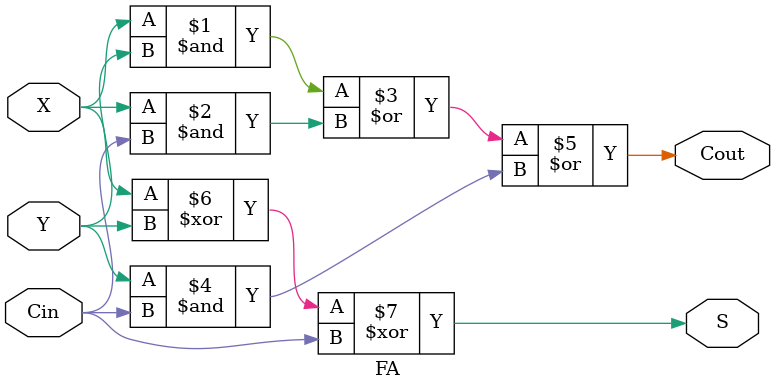
<source format=v>
/* ======================================================
 *   Title: Fracturable DSP (int27, int18, int9, int4)
 *   Author: Andrew Boutros
 *   Affiliation: University of Toronto
 * ====================================================== */


module FMULT (
	input  clk,
	input  [17:0] data_x1,
	input  [17:0] data_y1,
	input	 [17:0] data_z1,
	input  [2:0]  coef_s1,
	input  [17:0] data_x2,
	input  [17:0] data_y2,
	input  [17:0] data_z2,
	input  [2:0]  coef_s2,
	input	 [17:0] data_scanin,
	input	 [63:0] data_chainin,
	input  signed_c1,
	input  signed_c2,
	input  [1:0] mode_ctrl,
	input  sop_ctrl,
	input	 load_bias_ctrl,
	input  chainin_en_ctrl,
	input  accum_ctrl,
	input	 coeff_en1_ctrl,
	input	 coeff_en2_ctrl,
	input  scanin_en1_ctrl,
	input  scanin_en2_ctrl,
	input  preadd_en1_ctrl,
	input  preadd_en2_ctrl,
	output [71:0] result,
	output [17:0] data_scanout,
	output [63:0] data_chainout
);

reg [17:0] d_x1, d_x2, d_y1, d_y2;
reg [17:0] d_z1, d_z2; 
reg [17:0] scanin_delay1, scanin_delay2;
reg [2:0] coeff_sel1, coeff_sel2; 
reg sign1, sign2, sop, load_bias, accum, coeff_en1, coeff_en2, preadd_en1, preadd_en2;
reg [4:0] mode;
reg [63:0] load_const = 64'd7;
reg [63:0] chainin;
reg [63:0] accum_reg;
reg [71:0] result_reg;

wire [53:0] K2_sum, K2_carry;
wire [53:0] K5_sum, K5_carry;
reg [53:0] K6_sum, K6_carry;

wire [53:0] S2_sum, S2_carry;
wire [26:0] K1_sum, K1_carry;
wire [35:0] M1_sum, M1_carry, S1_sum, S1_carry;
wire [26:0] M2_sum, M2_carry, M3_sum, M3_carry;
wire [17:0] M4_sum, M4_carry;
wire [63:0] K3_sum, K3_carry;
wire [8:0] K4_sum, K4_carry;
wire [7:0] M6_sum, M6_carry, M8_sum, M8_carry;

wire [71:0] CPA_result;

reg [17:0] x1, x2;
wire [17:0] y1, y2;
wire [17:0] coeff1, coeff2;
wire c1_temp, c2_temp, c3_temp, c4_temp, c5_temp;

reg [15:0] temp_1, temp_2;

always @ (posedge clk)
begin
	d_x1 <= data_x1;
	d_y1 <= (scanin_en1_ctrl)? data_scanin: data_y1;
	d_z1 <= data_z1;
	coeff_sel1 <= coef_s1;
	d_x2 <= data_x2;
	d_y2 <= (scanin_en2_ctrl)? scanin_delay1: data_y2;
	d_z2 <= data_z2;
	coeff_sel2 <= coef_s2;
	chainin <= (chainin_en_ctrl)? data_chainin: 64'd0;
	scanin_delay1 <= d_y1;
	scanin_delay2 <= d_y2;
	
	sign1 <= signed_c1;
	sign2 <= signed_c2;
	mode[1:0] <= mode_ctrl;
	mode[2] <= ~mode_ctrl[0] & mode_ctrl[1] & sop_ctrl;
	mode[3] <=  mode_ctrl[0] & mode_ctrl[1];
	mode[4] <=  mode_ctrl[0] & mode_ctrl[1] & sop_ctrl;
	
	sop <= sop_ctrl;
	load_bias <= load_bias_ctrl;
	accum <= accum_ctrl;
	coeff_en1 <= coeff_en1_ctrl;
	coeff_en2 <= coeff_en2_ctrl;
	preadd_en1 <= preadd_en1_ctrl;
	preadd_en2 <= preadd_en2_ctrl;
	
	result_reg <= CPA_result;
end

always @ (*)
begin
	x1 <= (coeff_en1)? coeff1: d_x1;
	x2 <= (coeff_en2)? coeff2: d_x2;
	accum_reg <= result[63:0];
	K6_sum <= (mode[4])? K5_sum: K2_sum;
	K6_carry <= (mode[4])? K5_carry: K2_carry;
end

CPA # (
	.N(36),
	.BP1(18)
) CPA1 (
	.data_x1({d_y1, d_y2}),
	.data_x2({{(18){preadd_en1}} & d_z1, {(18){preadd_en2 || (preadd_en1 && mode)}} & d_z2}),
	.split1((mode[1:0] == 2'b00)? 1'b1: 1'b0),
	.split2(1'b0),
	.result({y1,y2})
);

multiplier_18x18 M1 (
	.clk				(clk),
	.data_x			({x1[17:14], x1[13:9] & {(5){~mode[3]}}, x1[8:0] & {(9){~mode[1]}}}),
	.data_y			({y1[17:14], y1[13:9] & {(5){~mode[3]}}, y1[8:0] & {(9){~mode[1]}}}),
	.signed_x		(sign1),
	.signed_y		(sign1),
	.suppress_sign	(~mode[0]),
	.flv2				(mode[3]),
	.sum				(M1_sum),
	.carry			(M1_carry)
);

multiplier_4x4 M6 (
	.clk				(clk),
	.data_x			(x1[12:9] & {(4){mode[3]}}),
	.data_y			(y1[12:9] & {(4){mode[3]}}),
	.signed_x		(sign1 & mode[3]),
	.signed_y		(sign1 & mode[3]),
	.sum				(M6_sum),
	.carry			(M6_carry)
);

multiplier_9x18_lsb M2 (
	.clk				 (clk),
	.data_x			 ((mode[1:0] == 2'b01)? y2[17:9]: {x2[8:5], x2[4:0] & {(5){~mode[3]}}}),
	.data_y			 ((mode[1:0] == 2'b01)? x1: {y2[17:9] & {(9){~mode[1]}}, y2[8:5], y2[4:0] & {(5){~mode[3]}}}),
	.signed_x		 ((mode[1])? sign2: 1'b0),
	.signed_y		 (sign2),
	.signed_c		 ((~mode[1])? sign2: 1'b0),
	.flv0				 (~mode[1]),
	.flv1				 (mode[1]),
	.flv2				 (mode[3]),
	.suppress_sign_x(1'b0),
	.suppress_sign_y(1'b1),
	.suppress_sign_e(1'b0),
	.sum				 (M2_sum),
	.carry			 (M2_carry)
);

multiplier_4x4 M8 (
	.clk				(clk),
	.data_x			(x2[3:0] & {(4){mode[3]}}),
	.data_y			(y2[3:0] & {(4){mode[3]}}),
	.signed_x		(sign1 & mode[3]),
	.signed_y		(sign1 & mode[3]),
	.sum				(M8_sum),
	.carry			(M8_carry)
);

Kbit_compressor_4to2 # (
	.K(9)
) K4 (
	.A					({{(1){(M1_sum[35] | M1_carry[35] | (M1_carry[34] & M1_sum[34])) & sign1}}, M1_sum[35:28]}),
	.B					({{(1){1'b0}}, M1_carry[35:28]}),
	.C					({{(1){M8_sum[7] & sign1}}, M8_sum}),
	.D					({{(1){1'b0}}, M8_carry}),
	.split			(1'b0),
	.split2			(1'b0),
	.Sum				(K4_sum),
	.Carry			(K4_carry),
	.Cox				(c4_temp)
);

multiplier_9x18_msb M3 (
	.clk				 (clk),
	.data_x			 ((~mode[1])? x2[17:9]: x1[8:0]),
	.data_y			 ((mode[1:0] == 2'b01)? y1: (mode[1:0] == 2'b00)? y2: {y1[8:0], 9'd0}),
	.signed_x		 ((mode[0] & ~mode[3])? 1'b0: sign2),
	.signed_y		 (sign2),
	.signed_c		 ((mode[0] & ~mode[3])? sign1: 1'b0),
	.flv0				 (~mode[1] & ~mode[3]),
	.flv1				 (mode[1] & ~mode[3]),
	.flv2				 (mode[3]),
	.suppress_sign_x(~mode[0]),
	.suppress_sign_y(mode[0]),
	.suppress_sign_e(~mode[0]),
	.sum				 (M3_sum),
	.carry			 (M3_carry)
);

multiplier_9x9 M4  (
	.clk				(clk),
	.data_x			(((mode[0] ^ mode[1]) || mode[3])? x2[17:9]: 9'b0),
	.data_y			(((mode[0] ^ mode[1]) || mode[3])? y2[17:9]: 9'b0),
	.flv0				(~mode[3]),
	.flv1				(mode[3]),
	.signed_x		((mode[1])? sign2: 1'b0),
	.signed_y		((mode[1])? sign2: 1'b0),
	.sum				(M4_sum),
	.carry			(M4_carry)
);

shifter # (
	.N(27),
	.S(9)
) S1 (
	.sum_in			(M2_sum),
	.carry_in		(M2_carry),
	.shift			(mode[0]),
	.sign				(1'b0),
	.enable			(~mode[3]),
	.sum_out			(S1_sum),
	.carry_out		(S1_carry)
);

Kbit_compressor_4to2 # (
	.K(27),
	.BP(9),
	.BP2(18)
) K1 (
	.A					({M3_sum[26:9] & {(18){~(mode[2])}}, (M3_sum[8:0] & {(9){~mode[2] & ~mode[4]}}) | ({(M4_sum[7] | M4_carry[7] | (M4_sum[6] & M4_carry[6])) & sign1, M4_sum[7:0]} & {(9){mode[4]}})}),
	.B					({M3_carry[26:9] & {(18){~(mode[2])}}, (M3_carry[8:0] & {(9){~mode[2] & ~mode[4]}}) | ({1'b0, M4_carry[7:0]} & {(9){mode[4]}})}),
	.C					(S1_sum[35:9] | {{M4_sum[17:10], 2'b00, M2_sum[17:10]} & {(18){mode[4]}}, {M6_sum[7] & sign1, M6_sum} & {(9){mode[4]}}}),
	.D					(S1_carry[35:9] | {{M4_carry[17:10], 2'b00, M2_carry[17:10]} & {(18){mode[4]}}, {1'b0, M6_carry} & {(9){mode[4]}}}),
	.split			(mode[1]),
	.split2			(mode[4]),
	.Sum				(K1_sum),
	.Carry			(K1_carry),
	.Cox				(c1_temp)
);

shifter # (
	.N(36),
	.S(18)
) S2 (
	.sum_in			(M1_sum),
	.carry_in		(M1_carry),
	.shift			(mode[0] | (mode[2])),
	.sign				(sign1),
	.enable			((mode == 2'b01) || sop),
	.sum_out			(S2_sum),
	.carry_out		(S2_carry)
);

Kbit_compressor_4to2 # (
	.K(54),
	.BP(18),
	.BP2(36)
) K2 (
	.A				({S2_sum[53:36], S2_sum[35:18] | {(18){(M4_sum[17] || M4_carry[17]) & sign1 & mode[2]}}, {S2_sum[17:0] | (M4_sum & {(18){(mode[1:0] == 2'b01) | (mode[2])}})}}),
	.B				({S2_carry[53:18], {S2_carry[17:0] | M4_carry & {(18){(mode[1:0] == 2'b01) | (mode[2])}}}}),
	.C				({{(18){K1_sum[26] && sign2 && (mode == 2'b00)}} | (M3_sum[26:9] & {(18){mode[2]}}), K1_sum[26:9] | {(18){K1_sum[8] & sign1 & mode[2]}}, K1_sum[8:0], S1_sum[8:0]}),
	.D				({M3_carry[26:10] & {(17){mode[2]}}, (c1_temp & (mode[1:0] == 2'b01)) | (M3_carry[9] & mode[2]), K1_carry[26:9], K1_carry[8:0], S1_carry[8:0]}),
	.split		(mode[1] & ~sop),
	.split2		(mode[2]),
	.Sum			(K2_sum),
	.Carry		(K2_carry),
	.Cox			(c2_temp)
);

Kbit_compressor_4to2 # (
	.K(54),
	.BP2(36)
) K5 (
	.A				({{(10){(K1_sum[26] | K1_carry[26] | (K1_sum[25] & K1_carry[25])) & sign1}}, K1_sum[26:19], {(27){K1_sum[8] & sign1}}, K1_sum[8:0]}),
	.B				({{(9){1'b0}}, c1_temp & ~sign1, K1_carry[26:19], {(27){1'b0}}, K1_carry[8:0]}),
	.C				({{(9){(K1_sum[17] | K1_carry[17] | (K1_sum[16] & K1_carry[16])) & sign1}}, K1_sum[17] & sign1, K1_sum[16:9], {(27){K4_sum[8] & sign1}}, K4_sum}),
	.D				({{(9){1'b0}}, K1_carry[17] | (K1_sum[17] & ~sign1), K1_carry[16:9], {(27){1'b0}}, K4_carry}),
	.split		(1'b0),
	.split2		(1'b1),
	.Sum			(K5_sum),
	.Carry		(K5_carry),
	.Cox			(c5_temp)
);

Kbit_compressor_4to2 # (
	.K(64),
	.BP(18),
	.BP2(36)
) K3 (
	.A					({{(10){(K6_sum[53] | (c2_temp & mode[2])) & (sign2 & ~(mode[1] & ~sop))}}, K6_sum}),
	.B					({{(9){1'b0}}, c2_temp & ~sign1 & mode[2], K6_carry}),
	.C					(chainin),
	.D					((accum == 1'b1)? accum_reg: load_const & {(64){load_bias}}),
	.split			(mode[1] & ~sop),
	.split2			(mode[2] | mode[4]),
	.Sum				(K3_sum),
	.Carry			(K3_carry),
	.Cox				(c3_temp)
);
 
CPA # (
	.N(72),
	.BP1(36),
	.BP2(18)
) CPA2 (
	.data_x1(
		((mode == 2'b01) || sop)? {{(8){((K3_sum[63]) && sign1) || {chainin[63] && sign1} || (accum_reg[63] && accum && sign1)}}, K3_sum}: 
			{M1_sum[35:28], (M1_sum[27:18] & {(10){~mode[3]}}) | {2'b00, M6_sum}, M1_sum[17:0] | M4_sum, K3_sum[35:18], K3_sum[17:0] | {M2_sum[17:10] & {(8){mode[3]}}, 2'b00, M8_sum}}),
	.data_x2(((mode == 2'b01) || sop)? {{(8){1'b0}}, K3_carry}: 
			{M1_carry[35:28], (M1_carry[27:18] & {(10){~mode[3]}}) | {2'b00, M6_carry}, M1_carry[17:0] | M4_carry, K3_carry[35:18], K3_carry[17:0] | {M2_carry[17:10] & {(8){mode[3]}}, 2'b00, M8_carry}}),
	.split1(~(sop | (mode == 2'b01)) | (mode[2]) | mode[4]),
	.split2(mode[1] & ~sop),
	.result(CPA_result)
);

coeff_bank # (
	.V1(18'd1), .V2(18'd2), .V3(18'd3), .V4(18'd4), .V5(18'd5), .V6(18'd6), .V7(18'd7), .V8(18'd8)
) CB1 (
	.coeff_sel(coeff_sel1),
	.value(coeff1)
);

coeff_bank # (
	.V1(18'd9), .V2(18'd10), .V3(18'd11), .V4(18'd12), .V5(18'd13), .V6(18'd14), .V7(18'd15), .V8(18'd16)
) CB2 (
	.coeff_sel(coeff_sel2),
	.value(coeff2)
);  

assign result = result_reg;
assign data_chainout = result_reg[63:0];
assign data_scanout = scanin_delay2;

endmodule

module coeff_bank # (
	parameter V1 = 18'd1,
	parameter V2 = 18'd2,
	parameter V3 = 18'd3,
	parameter V4 = 18'd4,
	parameter V5 = 18'd5,
	parameter V6 = 18'd6,
	parameter V7 = 18'd7,
	parameter V8 = 18'd8
)(
	input [2:0] coeff_sel,
	output [17:0] value
); 

reg [17:0] selected_value;

always @ (*)
begin
	case(coeff_sel)
		3'b000: selected_value <= V1; 
		3'b001: selected_value <= V2;
		3'b010: selected_value <= V3;
		3'b011: selected_value <= V4;
		3'b100: selected_value <= V5;
		3'b101: selected_value <= V6;
		3'b110: selected_value <= V7;
		3'b111: selected_value <= V8;
		default: selected_value <= V1;
	endcase
end

assign value = selected_value;

endmodule


module CPA # (
	parameter N = 74,
	parameter BP1 = 36,
	parameter BP2 = 18
)(
	input  [N-1:0] data_x1,
	input  [N-1:0] data_x2,
	input  split1,
	input  split2,
	output [N-1:0] result
);

wire[N-1:0] sum, carry;

genvar i;
generate for(i = 0; i < N; i = i+1) 
begin:genFAs
		FA FAi (
			.X(data_x1[i]), 
			.Y(data_x2[i]), 
			.Cin(((i == 0) || ((i == BP1) && (split1 == 1'b1)) || ((i % BP2 == 0) && (split2 == 1'b1)))? 1'b0: carry[i-1]), 
			.S(sum[i]), 
			.Cout(carry[i])
		);
end
endgenerate

assign result = sum;

endmodule

module shifter # (
	parameter N = 27,
	parameter S = 9
)(
	input  [N-1:0] sum_in,
	input  [N-1:0] carry_in,
	input  shift,
	input  sign,
	input  enable,
	output [N+S-1:0] sum_out,
	output [N+S-1:0] carry_out
);

wire [N+S-1:0] sum, carry;

assign sum 	 =  (shift == 1'b0)?  {{(S){(sum_in[N-1] || carry_in[N-1]) && sign}}, sum_in}: {sum_in, {(S){1'b0}}};
assign carry =  (shift == 1'b0)?  {{(S){1'b0}}, carry_in}: {carry_in,  {(S){1'b0}}};

assign sum_out = {(N+S){enable}} & sum;
assign carry_out = {(N+S){enable}} & carry;

endmodule

module Kbit_compressor_4to2 # (
	parameter K = 18,
	parameter BP = 0,
	parameter BP2 = 0
)(
	input  [K-1:0] A,
	input  [K-1:0] B,
	input  [K-1:0] C,
	input  [K-1:0] D,
	input	 split,
	input  split2,
	output [K-1:0] Sum,
	output [K-1:0] Carry,
	output Cox
);

wire Cout [K-1:0];
wire [K-1:0] sum_temp;
wire [K-1:0] carry_temp;

genvar i;
generate
for(i = 0; i < K; i = i + 1) 
begin: compGen
	if(i == BP-1)begin
		compressor_4to2_gated Ci (
			.A(A[i]),
			.B(B[i]),
			.C(C[i]),
			.D(D[i]),
			.Cin(Cout[i-1]),
			.kill(~split),
			.Sum(sum_temp[i]),
			.Carry(carry_temp[i]),
			.Cout(Cout[i])
		);
	end else if(i == BP2-1)begin
		compressor_4to2_gated Ci (
			.A(A[i]),
			.B(B[i]),
			.C(C[i]),
			.D(D[i]),
			.Cin(Cout[i-1]),
			.kill(~split2),
			.Sum(sum_temp[i]),
			.Carry(carry_temp[i]),
			.Cout(Cout[i])
		);
	end else if (i == 0) begin
		compressor_4to2 Ci (
			.A(A[i]),
			.B(B[i]),
			.C(C[i]),
			.D(D[i]),
			.Cin(1'b0),
			.Sum(sum_temp[i]),
			.Carry(carry_temp[i]),
			.Cout(Cout[i])
		);
	end else begin
		compressor_4to2 Ci (
			.A(A[i]),
			.B(B[i]),
			.C(C[i]),
			.D(D[i]),
			.Cin(Cout[i-1]),
			.Sum(sum_temp[i]),
			.Carry(carry_temp[i]),
			.Cout(Cout[i])
		);
	end
end
endgenerate

assign Sum   = sum_temp[K-1:0];
assign Carry = {carry_temp[K-2:0], 1'b0};
assign Cox = carry_temp[K-1] || Cout[K-1];

endmodule

module compressor_4to2_gated (
	input  A,
	input  B,
	input  C,
	input  D,
	input  Cin,
	input  kill,
	output Sum,
	output Carry,
	output Cout
);

wire w0, w1, w2;

assign w0 = A ^ B;
assign w1 = C ^ D;
assign w2 = w0 ^ w1;

assign Cout = kill & ((A & B) | (B & C) | (A & C));
assign Sum = Cin ^ w2;
assign Carry = (w2 == 1)? Cin & kill: D & kill;

endmodule

module compressor_4to2 (
	input  A,
	input  B,
	input  C,
	input  D,
	input  Cin,
	output Sum,
	output Carry,
	output Cout
);

wire w0, w1, w2;

assign w0 = A ^ B;
assign w1 = C ^ D;
assign w2 = w0 ^ w1;

assign Cout = (A & B) | (B & C) | (A & C);
assign Sum = Cin ^ w2;
assign Carry = (w2 == 1)? Cin: D;

endmodule

module multiplier_18x18 (
	input  clk,
	input  [17:0] data_x,
	input  [17:0] data_y,
	input  signed_x,
	input  signed_y,
	input  suppress_sign,
	input  flv2,
	output [35:0] sum,
	output [35:0] carry
);

wire [17:0] PP [17:0];
wire [35:0] dadda_sum, dadda_carry;
reg [17:0] x;
reg [17:0] y;
reg sign_x;
reg sign_y;
reg [35:0] s;
reg [35:0] c;

always @ (*)
begin: reg_in_out
	x <= data_x;
	y <= data_y;
	sign_x <= signed_x;
	sign_y <= signed_y;
	s <= dadda_sum;
	c <= dadda_carry;
end

genvar i, j;
generate
for(i = 0; i < 18; i = i + 1)
begin: arrayV
	for(j = 0; j < 18; j = j + 1)
	begin: arrayH
		if((i == 17 && j <  17)) begin
			arrayBlock_signed BLKsx (.A(y[j]), .B(x[i]), .signed_ctrl(sign_x), .mult(PP[i][j]));
		end else if((j == 17 && i <  17)) begin
			arrayBlock_signed BLKsy (.A(y[j]), .B(x[i]), .signed_ctrl(sign_y), .mult(PP[i][j]));
		end else begin
			arrayBlock_unsigned BLKu (.A(y[j]), .B(x[i]), .mult(PP[i][j]));
		end
	end
end
endgenerate

daddaTree_18x18 DT (
	.PP0(PP[0]),
	.PP1(PP[1]),
	.PP2(PP[2]),
	.PP3(PP[3]),
	.PP4(PP[4]),
	.PP5(PP[5]),
	.PP6(PP[6]),
	.PP7(PP[7]),
	.PP8(PP[8]),
	.PP9(PP[9]),
	.PP10(PP[10]),
	.PP11(PP[11]),
	.PP12(PP[12]),
	.PP13(PP[13]),
	.PP14(PP[14]),
	.PP15(PP[15]),
	.PP16(PP[16]),
	.PP17(PP[17]),
	.sx(sign_x),
	.sy(sign_y),
	.flv2(flv2),
	.suppress_sign(suppress_sign),
	.sum(dadda_sum),
	.carry(dadda_carry)
);

assign sum = s;
assign carry = c;
endmodule

module daddaTree_18x18 (
	input  [17:0] PP0,
	input  [17:0] PP1,
	input  [17:0] PP2,
	input  [17:0] PP3,
	input  [17:0] PP4,
	input  [17:0] PP5,
	input  [17:0] PP6,
	input  [17:0] PP7,
	input  [17:0] PP8,
	input  [17:0] PP9,
	input  [17:0] PP10,
	input  [17:0] PP11,
	input  [17:0] PP12,
	input  [17:0] PP13,
	input  [17:0] PP14,
	input  [17:0] PP15,
	input  [17:0] PP16,
	input  [17:0] PP17,
	input  sx,
	input  sy,
	input  flv2,
	input suppress_sign,
	output [35:0] sum,
	output [35:0] carry
);

/***** Dadda Tree Stage 1 *****/
wire [0:0] c1_0;
wire [1:0] c1_1;
wire [2:0] c1_2;
wire [3:0] c1_3;
wire [4:0] c1_4;
wire [5:0] c1_5;
wire [6:0] c1_6;
wire [7:0] c1_7;
wire [8:0] c1_8;
wire [9:0] c1_9;
wire [10:0] c1_10;
wire [11:0] c1_11;
wire [12:0] c1_12;
wire [13:0] c1_13;
wire [14:0] c1_14;
wire [15:0] c1_15;
wire [16:0] c1_16;
wire [18:0] c1_17;
wire [17:0] c1_18;
wire [15:0] c1_19;
wire [14:0] c1_20;
wire [13:0] c1_21;
wire [12:0] c1_22;
wire [11:0] c1_23;
wire [10:0] c1_24;
wire [9:0] c1_25;
wire [8:0] c1_26;
wire [9:0] c1_27;
wire [6:0] c1_28;
wire [5:0] c1_29;
wire [4:0] c1_30;
wire [3:0] c1_31;
wire [2:0] c1_32;
wire [1:0] c1_33;
wire [2:0] c1_34;
wire [1:0] c1_35;

assign c1_0[0] = PP0[0];
assign c1_1[0] = PP0[1];
assign c1_1[1] = PP1[0];
assign c1_2[0] = PP0[2];
assign c1_2[1] = PP1[1];
assign c1_2[2] = PP2[0];
assign c1_3[0] = PP0[3];
assign c1_3[1] = PP1[2];
assign c1_3[2] = PP2[1];
assign c1_3[3] = PP3[0];
assign c1_4[0] = PP0[4];
assign c1_4[1] = PP1[3];
assign c1_4[2] = PP2[2];
assign c1_4[3] = PP3[1];
assign c1_4[4] = PP4[0];
assign c1_5[0] = PP0[5];
assign c1_5[1] = PP1[4];
assign c1_5[2] = PP2[3];
assign c1_5[3] = PP3[2];
assign c1_5[4] = PP4[1];
assign c1_5[5] = PP5[0];
assign c1_6[0] = PP0[6];
assign c1_6[1] = PP1[5];
assign c1_6[2] = PP2[4];
assign c1_6[3] = PP3[3];
assign c1_6[4] = PP4[2];
assign c1_6[5] = PP5[1];
assign c1_6[6] = PP6[0];
assign c1_7[0] = PP0[7];
assign c1_7[1] = PP1[6];
assign c1_7[2] = PP2[5];
assign c1_7[3] = PP3[4];
assign c1_7[4] = PP4[3];
assign c1_7[5] = PP5[2];
assign c1_7[6] = PP6[1];
assign c1_7[7] = PP7[0];
assign c1_8[0] = PP0[8];
assign c1_8[1] = PP1[7];
assign c1_8[2] = PP2[6];
assign c1_8[3] = PP3[5];
assign c1_8[4] = PP4[4];
assign c1_8[5] = PP5[3];
assign c1_8[6] = PP6[2];
assign c1_8[7] = PP7[1];
assign c1_8[8] = PP8[0];
assign c1_9[0] = PP0[9];
assign c1_9[1] = PP1[8];
assign c1_9[2] = PP2[7];
assign c1_9[3] = PP3[6];
assign c1_9[4] = PP4[5];
assign c1_9[5] = PP5[4];
assign c1_9[6] = PP6[3];
assign c1_9[7] = PP7[2];
assign c1_9[8] = PP8[1];
assign c1_9[9] = PP9[0];
assign c1_10[0] = PP0[10];
assign c1_10[1] = PP1[9];
assign c1_10[2] = PP2[8];
assign c1_10[3] = PP3[7];
assign c1_10[4] = PP4[6];
assign c1_10[5] = PP5[5];
assign c1_10[6] = PP6[4];
assign c1_10[7] = PP7[3];
assign c1_10[8] = PP8[2];
assign c1_10[9] = PP9[1];
assign c1_10[10] = PP10[0];
assign c1_11[0] = PP0[11];
assign c1_11[1] = PP1[10];
assign c1_11[2] = PP2[9];
assign c1_11[3] = PP3[8];
assign c1_11[4] = PP4[7];
assign c1_11[5] = PP5[6];
assign c1_11[6] = PP6[5];
assign c1_11[7] = PP7[4];
assign c1_11[8] = PP8[3];
assign c1_11[9] = PP9[2];
assign c1_11[10] = PP10[1];
assign c1_11[11] = PP11[0];
assign c1_12[0] = PP0[12];
assign c1_12[1] = PP1[11];
assign c1_12[2] = PP2[10];
assign c1_12[3] = PP3[9];
assign c1_12[4] = PP4[8];
assign c1_12[5] = PP5[7];
assign c1_12[6] = PP6[6];
assign c1_12[7] = PP7[5];
assign c1_12[8] = PP8[4];
assign c1_12[9] = PP9[3];
assign c1_12[10] = PP10[2];
assign c1_12[11] = PP11[1];
assign c1_12[12] = PP12[0];
assign c1_13[0] = PP0[13];
assign c1_13[1] = PP1[12];
assign c1_13[2] = PP2[11];
assign c1_13[3] = PP3[10];
assign c1_13[4] = PP4[9];
assign c1_13[5] = PP5[8];
assign c1_13[6] = PP6[7];
assign c1_13[7] = PP7[6];
assign c1_13[8] = PP8[5];
assign c1_13[9] = PP9[4];
assign c1_13[10] = PP10[3];
assign c1_13[11] = PP11[2];
assign c1_13[12] = PP12[1];
assign c1_13[13] = PP13[0];
assign c1_14[0] = PP0[14];
assign c1_14[1] = PP1[13];
assign c1_14[2] = PP2[12];
assign c1_14[3] = PP3[11];
assign c1_14[4] = PP4[10];
assign c1_14[5] = PP5[9];
assign c1_14[6] = PP6[8];
assign c1_14[7] = PP7[7];
assign c1_14[8] = PP8[6];
assign c1_14[9] = PP9[5];
assign c1_14[10] = PP10[4];
assign c1_14[11] = PP11[3];
assign c1_14[12] = PP12[2];
assign c1_14[13] = PP13[1];
assign c1_14[14] = PP14[0];
assign c1_15[0] = PP0[15];
assign c1_15[1] = PP1[14];
assign c1_15[2] = PP2[13];
assign c1_15[3] = PP3[12];
assign c1_15[4] = PP4[11];
assign c1_15[5] = PP5[10];
assign c1_15[6] = PP6[9];
assign c1_15[7] = PP7[8];
assign c1_15[8] = PP8[7];
assign c1_15[9] = PP9[6];
assign c1_15[10] = PP10[5];
assign c1_15[11] = PP11[4];
assign c1_15[12] = PP12[3];
assign c1_15[13] = PP13[2];
assign c1_15[14] = PP14[1];
assign c1_15[15] = PP15[0];
assign c1_16[0] = PP0[16];
assign c1_16[1] = PP1[15];
assign c1_16[2] = PP2[14];
assign c1_16[3] = PP3[13];
assign c1_16[4] = PP4[12];
assign c1_16[5] = PP5[11];
assign c1_16[6] = PP6[10];
assign c1_16[7] = PP7[9];
assign c1_16[8] = PP8[8];
assign c1_16[9] = PP9[7];
assign c1_16[10] = PP10[6];
assign c1_16[11] = PP11[5];
assign c1_16[12] = PP12[4];
assign c1_16[13] = PP13[3];
assign c1_16[14] = PP14[2];
assign c1_16[15] = PP15[1];
assign c1_16[16] = PP16[0];
HA ha0 (PP0[17], PP1[16], c1_17[0], c1_18[0]);
assign c1_17[1] = PP2[15];
assign c1_17[2] = PP3[14];
assign c1_17[3] = PP4[13];
assign c1_17[4] = PP5[12];
assign c1_17[5] = PP6[11];
assign c1_17[6] = PP7[10];
assign c1_17[7] = PP8[9];
assign c1_17[8] = PP9[8];
assign c1_17[9] = PP10[7];
assign c1_17[10] = PP11[6];
assign c1_17[11] = PP12[5];
assign c1_17[12] = PP13[4];
assign c1_17[13] = PP14[3];
assign c1_17[14] = PP15[2];
assign c1_17[15] = PP16[1];
assign c1_17[16] = PP17[0];
assign c1_17[17] = suppress_sign & sx;
assign c1_17[18] = suppress_sign & sy;
assign c1_18[1] = PP1[17];
assign c1_18[2] = PP2[16];
assign c1_18[3] = PP3[15];
assign c1_18[4] = PP4[14];
assign c1_18[5] = PP5[13];
assign c1_18[6] = PP6[12];
assign c1_18[7] = PP7[11];
assign c1_18[8] = PP8[10];
assign c1_18[9] = PP9[9];
assign c1_18[10] = PP10[8];
assign c1_18[11] = PP11[7];
assign c1_18[12] = PP12[6];
assign c1_18[13] = PP13[5];
assign c1_18[14] = PP14[4];
assign c1_18[15] = PP15[3];
assign c1_18[16] = PP16[2];
assign c1_18[17] = PP17[1];
assign c1_19[0] = PP2[17];
assign c1_19[1] = PP3[16];
assign c1_19[2] = PP4[15];
assign c1_19[3] = PP5[14];
assign c1_19[4] = PP6[13];
assign c1_19[5] = PP7[12];
assign c1_19[6] = PP8[11];
assign c1_19[7] = PP9[10];
assign c1_19[8] = PP10[9];
assign c1_19[9] = PP11[8];
assign c1_19[10] = PP12[7];
assign c1_19[11] = PP13[6];
assign c1_19[12] = PP14[5];
assign c1_19[13] = PP15[4];
assign c1_19[14] = PP16[3];
assign c1_19[15] = PP17[2];
assign c1_20[0] = PP3[17];
assign c1_20[1] = PP4[16];
assign c1_20[2] = PP5[15];
assign c1_20[3] = PP6[14];
assign c1_20[4] = PP7[13];
assign c1_20[5] = PP8[12];
assign c1_20[6] = PP9[11];
assign c1_20[7] = PP10[10];
assign c1_20[8] = PP11[9];
assign c1_20[9] = PP12[8];
assign c1_20[10] = PP13[7];
assign c1_20[11] = PP14[6];
assign c1_20[12] = PP15[5];
assign c1_20[13] = PP16[4];
assign c1_20[14] = PP17[3];
assign c1_21[0] = PP4[17];
assign c1_21[1] = PP5[16];
assign c1_21[2] = PP6[15];
assign c1_21[3] = PP7[14];
assign c1_21[4] = PP8[13];
assign c1_21[5] = PP9[12];
assign c1_21[6] = PP10[11];
assign c1_21[7] = PP11[10];
assign c1_21[8] = PP12[9];
assign c1_21[9] = PP13[8];
assign c1_21[10] = PP14[7];
assign c1_21[11] = PP15[6];
assign c1_21[12] = PP16[5];
assign c1_21[13] = PP17[4];
assign c1_22[0] = PP5[17];
assign c1_22[1] = PP6[16];
assign c1_22[2] = PP7[15];
assign c1_22[3] = PP8[14];
assign c1_22[4] = PP9[13];
assign c1_22[5] = PP10[12];
assign c1_22[6] = PP11[11];
assign c1_22[7] = PP12[10];
assign c1_22[8] = PP13[9];
assign c1_22[9] = PP14[8];
assign c1_22[10] = PP15[7];
assign c1_22[11] = PP16[6];
assign c1_22[12] = PP17[5];
assign c1_23[0] = PP6[17];
assign c1_23[1] = PP7[16];
assign c1_23[2] = PP8[15];
assign c1_23[3] = PP9[14];
assign c1_23[4] = PP10[13];
assign c1_23[5] = PP11[12];
assign c1_23[6] = PP12[11];
assign c1_23[7] = PP13[10];
assign c1_23[8] = PP14[9];
assign c1_23[9] = PP15[8];
assign c1_23[10] = PP16[7];
assign c1_23[11] = PP17[6];
assign c1_24[0] = PP7[17];
assign c1_24[1] = PP8[16];
assign c1_24[2] = PP9[15];
assign c1_24[3] = PP10[14];
assign c1_24[4] = PP11[13];
assign c1_24[5] = PP12[12];
assign c1_24[6] = PP13[11];
assign c1_24[7] = PP14[10];
assign c1_24[8] = PP15[9];
assign c1_24[9] = PP16[8];
assign c1_24[10] = PP17[7];
assign c1_25[0] = PP8[17];
assign c1_25[1] = PP9[16];
assign c1_25[2] = PP10[15];
assign c1_25[3] = PP11[14];
assign c1_25[4] = PP12[13];
assign c1_25[5] = PP13[12];
assign c1_25[6] = PP14[11];
assign c1_25[7] = PP15[10];
assign c1_25[8] = PP16[9];
assign c1_25[9] = PP17[8];
assign c1_26[0] = PP9[17];
assign c1_26[1] = PP10[16];
assign c1_26[2] = PP11[15];
assign c1_26[3] = PP12[14];
assign c1_26[4] = PP13[13];
assign c1_26[5] = PP14[12];
assign c1_26[6] = PP15[11];
assign c1_26[7] = PP16[10];
assign c1_26[8] = PP17[9];
assign c1_27[0] = PP10[17];
assign c1_27[1] = PP11[16];
assign c1_27[2] = PP12[15];
assign c1_27[3] = PP13[14];
assign c1_27[4] = PP14[13];
assign c1_27[5] = PP15[12];
assign c1_27[6] = PP16[11];
assign c1_27[7] = PP17[10];
assign c1_27[8] = sx & flv2;
assign c1_27[9] = sy & flv2;
assign c1_28[0] = PP11[17];
assign c1_28[1] = PP12[16];
assign c1_28[2] = PP13[15];
assign c1_28[3] = PP14[14];
assign c1_28[4] = PP15[13];
assign c1_28[5] = PP16[12];
assign c1_28[6] = PP17[11];
assign c1_29[0] = PP12[17];
assign c1_29[1] = PP13[16];
assign c1_29[2] = PP14[15];
assign c1_29[3] = PP15[14];
assign c1_29[4] = PP16[13];
assign c1_29[5] = PP17[12];
assign c1_30[0] = PP13[17];
assign c1_30[1] = PP14[16];
assign c1_30[2] = PP15[15];
assign c1_30[3] = PP16[14];
assign c1_30[4] = PP17[13];
assign c1_31[0] = PP14[17];
assign c1_31[1] = PP15[16];
assign c1_31[2] = PP16[15];
assign c1_31[3] = PP17[14];
assign c1_32[0] = PP15[17];
assign c1_32[1] = PP16[16];
assign c1_32[2] = PP17[15];
assign c1_33[0] = PP16[17];
assign c1_33[1] = PP17[16];
assign c1_34[0] = PP17[17];
assign c1_34[1] = sx;
assign c1_34[2] = sy;
assign c1_35[0] = sx;
assign c1_35[1] = sy;

/***** Dadda Tree Stage 2 *****/
wire [0:0] c2_0;
wire [1:0] c2_1;
wire [2:0] c2_2;
wire [3:0] c2_3;
wire [4:0] c2_4;
wire [5:0] c2_5;
wire [6:0] c2_6;
wire [7:0] c2_7;
wire [8:0] c2_8;
wire [9:0] c2_9;
wire [10:0] c2_10;
wire [11:0] c2_11;
wire [12:0] c2_12;
wire [12:0] c2_13;
wire [12:0] c2_14;
wire [12:0] c2_15;
wire [12:0] c2_16;
wire [12:0] c2_17;
wire [12:0] c2_18;
wire [12:0] c2_19;
wire [12:0] c2_20;
wire [12:0] c2_21;
wire [12:0] c2_22;
wire [12:0] c2_23;
wire [10:0] c2_24;
wire [9:0] c2_25;
wire [8:0] c2_26;
wire [9:0] c2_27;
wire [6:0] c2_28;
wire [5:0] c2_29;
wire [4:0] c2_30;
wire [3:0] c2_31;
wire [2:0] c2_32;
wire [1:0] c2_33;
wire [2:0] c2_34;
wire [1:0] c2_35;

assign c2_0[0] = c1_0[0];
assign c2_1[0] = c1_1[0];
assign c2_1[1] = c1_1[1];
assign c2_2[0] = c1_2[0];
assign c2_2[1] = c1_2[1];
assign c2_2[2] = c1_2[2];
assign c2_3[0] = c1_3[0];
assign c2_3[1] = c1_3[1];
assign c2_3[2] = c1_3[2];
assign c2_3[3] = c1_3[3];
assign c2_4[0] = c1_4[0];
assign c2_4[1] = c1_4[1];
assign c2_4[2] = c1_4[2];
assign c2_4[3] = c1_4[3];
assign c2_4[4] = c1_4[4];
assign c2_5[0] = c1_5[0];
assign c2_5[1] = c1_5[1];
assign c2_5[2] = c1_5[2];
assign c2_5[3] = c1_5[3];
assign c2_5[4] = c1_5[4];
assign c2_5[5] = c1_5[5];
assign c2_6[0] = c1_6[0];
assign c2_6[1] = c1_6[1];
assign c2_6[2] = c1_6[2];
assign c2_6[3] = c1_6[3];
assign c2_6[4] = c1_6[4];
assign c2_6[5] = c1_6[5];
assign c2_6[6] = c1_6[6];
assign c2_7[0] = c1_7[0];
assign c2_7[1] = c1_7[1];
assign c2_7[2] = c1_7[2];
assign c2_7[3] = c1_7[3];
assign c2_7[4] = c1_7[4];
assign c2_7[5] = c1_7[5];
assign c2_7[6] = c1_7[6];
assign c2_7[7] = c1_7[7];
assign c2_8[0] = c1_8[0];
assign c2_8[1] = c1_8[1];
assign c2_8[2] = c1_8[2];
assign c2_8[3] = c1_8[3];
assign c2_8[4] = c1_8[4];
assign c2_8[5] = c1_8[5];
assign c2_8[6] = c1_8[6];
assign c2_8[7] = c1_8[7];
assign c2_8[8] = c1_8[8];
assign c2_9[0] = c1_9[0];
assign c2_9[1] = c1_9[1];
assign c2_9[2] = c1_9[2];
assign c2_9[3] = c1_9[3];
assign c2_9[4] = c1_9[4];
assign c2_9[5] = c1_9[5];
assign c2_9[6] = c1_9[6];
assign c2_9[7] = c1_9[7];
assign c2_9[8] = c1_9[8];
assign c2_9[9] = c1_9[9];
assign c2_10[0] = c1_10[0];
assign c2_10[1] = c1_10[1];
assign c2_10[2] = c1_10[2];
assign c2_10[3] = c1_10[3];
assign c2_10[4] = c1_10[4];
assign c2_10[5] = c1_10[5];
assign c2_10[6] = c1_10[6];
assign c2_10[7] = c1_10[7];
assign c2_10[8] = c1_10[8];
assign c2_10[9] = c1_10[9];
assign c2_10[10] = c1_10[10];
assign c2_11[0] = c1_11[0];
assign c2_11[1] = c1_11[1];
assign c2_11[2] = c1_11[2];
assign c2_11[3] = c1_11[3];
assign c2_11[4] = c1_11[4];
assign c2_11[5] = c1_11[5];
assign c2_11[6] = c1_11[6];
assign c2_11[7] = c1_11[7];
assign c2_11[8] = c1_11[8];
assign c2_11[9] = c1_11[9];
assign c2_11[10] = c1_11[10];
assign c2_11[11] = c1_11[11];
assign c2_12[0] = c1_12[0];
assign c2_12[1] = c1_12[1];
assign c2_12[2] = c1_12[2];
assign c2_12[3] = c1_12[3];
assign c2_12[4] = c1_12[4];
assign c2_12[5] = c1_12[5];
assign c2_12[6] = c1_12[6];
assign c2_12[7] = c1_12[7];
assign c2_12[8] = c1_12[8];
assign c2_12[9] = c1_12[9];
assign c2_12[10] = c1_12[10];
assign c2_12[11] = c1_12[11];
assign c2_12[12] = c1_12[12];
HA ha1 (c1_13[0], c1_13[1], c2_13[0], c2_14[0]);
assign c2_13[1] = c1_13[2];
assign c2_13[2] = c1_13[3];
assign c2_13[3] = c1_13[4];
assign c2_13[4] = c1_13[5];
assign c2_13[5] = c1_13[6];
assign c2_13[6] = c1_13[7];
assign c2_13[7] = c1_13[8];
assign c2_13[8] = c1_13[9];
assign c2_13[9] = c1_13[10];
assign c2_13[10] = c1_13[11];
assign c2_13[11] = c1_13[12];
assign c2_13[12] = c1_13[13];
FA fa0 (c1_14[0], c1_14[1], c1_14[2], c2_14[1], c2_15[0]);
HA ha2 (c1_14[3], c1_14[4], c2_14[2], c2_15[1]);
assign c2_14[3] = c1_14[5];
assign c2_14[4] = c1_14[6];
assign c2_14[5] = c1_14[7];
assign c2_14[6] = c1_14[8];
assign c2_14[7] = c1_14[9];
assign c2_14[8] = c1_14[10];
assign c2_14[9] = c1_14[11];
assign c2_14[10] = c1_14[12];
assign c2_14[11] = c1_14[13];
assign c2_14[12] = c1_14[14];
FA fa1 (c1_15[0], c1_15[1], c1_15[2], c2_15[2], c2_16[0]);
FA fa2 (c1_15[3], c1_15[4], c1_15[5], c2_15[3], c2_16[1]);
HA ha3 (c1_15[6], c1_15[7], c2_15[4], c2_16[2]);
assign c2_15[5] = c1_15[8];
assign c2_15[6] = c1_15[9];
assign c2_15[7] = c1_15[10];
assign c2_15[8] = c1_15[11];
assign c2_15[9] = c1_15[12];
assign c2_15[10] = c1_15[13];
assign c2_15[11] = c1_15[14];
assign c2_15[12] = c1_15[15];
FA fa3 (c1_16[0], c1_16[1], c1_16[2], c2_16[3], c2_17[0]);
FA fa4 (c1_16[3], c1_16[4], c1_16[5], c2_16[4], c2_17[1]);
FA fa5 (c1_16[6], c1_16[7], c1_16[8], c2_16[5], c2_17[2]);
HA ha4 (c1_16[9], c1_16[10], c2_16[6], c2_17[3]);
assign c2_16[7] = c1_16[11];
assign c2_16[8] = c1_16[12];
assign c2_16[9] = c1_16[13];
assign c2_16[10] = c1_16[14];
assign c2_16[11] = c1_16[15];
assign c2_16[12] = c1_16[16];
FA fa6 (c1_17[0], c1_17[1], c1_17[2], c2_17[4], c2_18[0]);
FA fa7 (c1_17[3], c1_17[4], c1_17[5], c2_17[5], c2_18[1]);
FA fa8 (c1_17[6], c1_17[7], c1_17[8], c2_17[6], c2_18[2]);
FA fa9 (c1_17[9], c1_17[10], c1_17[11], c2_17[7], c2_18[3]);
FA fa10 (c1_17[12], c1_17[13], c1_17[14], c2_17[8], c2_18[4]);
assign c2_17[9] = c1_17[15];
assign c2_17[10] = c1_17[16];
assign c2_17[11] = c1_17[17];
assign c2_17[12] = c1_17[18];
FA fa11 (c1_18[0], c1_18[1], c1_18[2], c2_18[5], c2_19[0]);
FA fa12 (c1_18[3], c1_18[4], c1_18[5], c2_18[6], c2_19[1]);
FA fa13 (c1_18[6], c1_18[7], c1_18[8], c2_18[7], c2_19[2]);
FA fa14 (c1_18[9], c1_18[10], c1_18[11], c2_18[8], c2_19[3]);
FA fa15 (c1_18[12], c1_18[13], c1_18[14], c2_18[9], c2_19[4]);
assign c2_18[10] = c1_18[15];
assign c2_18[11] = c1_18[16];
assign c2_18[12] = c1_18[17];
FA fa16 (c1_19[0], c1_19[1], c1_19[2], c2_19[5], c2_20[0]);
FA fa17 (c1_19[3], c1_19[4], c1_19[5], c2_19[6], c2_20[1]);
FA fa18 (c1_19[6], c1_19[7], c1_19[8], c2_19[7], c2_20[2]);
FA fa19 (c1_19[9], c1_19[10], c1_19[11], c2_19[8], c2_20[3]);
assign c2_19[9] = c1_19[12];
assign c2_19[10] = c1_19[13];
assign c2_19[11] = c1_19[14];
assign c2_19[12] = c1_19[15];
FA fa20 (c1_20[0], c1_20[1], c1_20[2], c2_20[4], c2_21[0]);
FA fa21 (c1_20[3], c1_20[4], c1_20[5], c2_20[5], c2_21[1]);
FA fa22 (c1_20[6], c1_20[7], c1_20[8], c2_20[6], c2_21[2]);
assign c2_20[7] = c1_20[9];
assign c2_20[8] = c1_20[10];
assign c2_20[9] = c1_20[11];
assign c2_20[10] = c1_20[12];
assign c2_20[11] = c1_20[13];
assign c2_20[12] = c1_20[14];
FA fa23 (c1_21[0], c1_21[1], c1_21[2], c2_21[3], c2_22[0]);
FA fa24 (c1_21[3], c1_21[4], c1_21[5], c2_21[4], c2_22[1]);
assign c2_21[5] = c1_21[6];
assign c2_21[6] = c1_21[7];
assign c2_21[7] = c1_21[8];
assign c2_21[8] = c1_21[9];
assign c2_21[9] = c1_21[10];
assign c2_21[10] = c1_21[11];
assign c2_21[11] = c1_21[12];
assign c2_21[12] = c1_21[13];
FA fa25 (c1_22[0], c1_22[1], c1_22[2], c2_22[2], c2_23[0]);
assign c2_22[3] = c1_22[3];
assign c2_22[4] = c1_22[4];
assign c2_22[5] = c1_22[5];
assign c2_22[6] = c1_22[6];
assign c2_22[7] = c1_22[7];
assign c2_22[8] = c1_22[8];
assign c2_22[9] = c1_22[9];
assign c2_22[10] = c1_22[10];
assign c2_22[11] = c1_22[11];
assign c2_22[12] = c1_22[12];
assign c2_23[1] = c1_23[0];
assign c2_23[2] = c1_23[1];
assign c2_23[3] = c1_23[2];
assign c2_23[4] = c1_23[3];
assign c2_23[5] = c1_23[4];
assign c2_23[6] = c1_23[5];
assign c2_23[7] = c1_23[6];
assign c2_23[8] = c1_23[7];
assign c2_23[9] = c1_23[8];
assign c2_23[10] = c1_23[9];
assign c2_23[11] = c1_23[10];
assign c2_23[12] = c1_23[11];
assign c2_24[0] = c1_24[0];
assign c2_24[1] = c1_24[1];
assign c2_24[2] = c1_24[2];
assign c2_24[3] = c1_24[3];
assign c2_24[4] = c1_24[4];
assign c2_24[5] = c1_24[5];
assign c2_24[6] = c1_24[6];
assign c2_24[7] = c1_24[7];
assign c2_24[8] = c1_24[8];
assign c2_24[9] = c1_24[9];
assign c2_24[10] = c1_24[10];
assign c2_25[0] = c1_25[0];
assign c2_25[1] = c1_25[1];
assign c2_25[2] = c1_25[2];
assign c2_25[3] = c1_25[3];
assign c2_25[4] = c1_25[4];
assign c2_25[5] = c1_25[5];
assign c2_25[6] = c1_25[6];
assign c2_25[7] = c1_25[7];
assign c2_25[8] = c1_25[8];
assign c2_25[9] = c1_25[9];
assign c2_26[0] = c1_26[0];
assign c2_26[1] = c1_26[1];
assign c2_26[2] = c1_26[2];
assign c2_26[3] = c1_26[3];
assign c2_26[4] = c1_26[4];
assign c2_26[5] = c1_26[5];
assign c2_26[6] = c1_26[6];
assign c2_26[7] = c1_26[7];
assign c2_26[8] = c1_26[8];
assign c2_27[0] = c1_27[0];
assign c2_27[1] = c1_27[1];
assign c2_27[2] = c1_27[2];
assign c2_27[3] = c1_27[3];
assign c2_27[4] = c1_27[4];
assign c2_27[5] = c1_27[5];
assign c2_27[6] = c1_27[6];
assign c2_27[7] = c1_27[7];
assign c2_27[8] = c1_27[8];
assign c2_27[9] = c1_27[9];
assign c2_28[0] = c1_28[0];
assign c2_28[1] = c1_28[1];
assign c2_28[2] = c1_28[2];
assign c2_28[3] = c1_28[3];
assign c2_28[4] = c1_28[4];
assign c2_28[5] = c1_28[5];
assign c2_28[6] = c1_28[6];
assign c2_29[0] = c1_29[0];
assign c2_29[1] = c1_29[1];
assign c2_29[2] = c1_29[2];
assign c2_29[3] = c1_29[3];
assign c2_29[4] = c1_29[4];
assign c2_29[5] = c1_29[5];
assign c2_30[0] = c1_30[0];
assign c2_30[1] = c1_30[1];
assign c2_30[2] = c1_30[2];
assign c2_30[3] = c1_30[3];
assign c2_30[4] = c1_30[4];
assign c2_31[0] = c1_31[0];
assign c2_31[1] = c1_31[1];
assign c2_31[2] = c1_31[2];
assign c2_31[3] = c1_31[3];
assign c2_32[0] = c1_32[0];
assign c2_32[1] = c1_32[1];
assign c2_32[2] = c1_32[2];
assign c2_33[0] = c1_33[0];
assign c2_33[1] = c1_33[1];
assign c2_34[0] = c1_34[0];
assign c2_34[1] = c1_34[1];
assign c2_34[2] = c1_34[2];
assign c2_35[0] = c1_35[0];
assign c2_35[1] = c1_35[1];

/***** Dadda Tree Stage 3 *****/
wire [0:0] c3_0;
wire [1:0] c3_1;
wire [2:0] c3_2;
wire [3:0] c3_3;
wire [4:0] c3_4;
wire [5:0] c3_5;
wire [6:0] c3_6;
wire [7:0] c3_7;
wire [8:0] c3_8;
wire [8:0] c3_9;
wire [8:0] c3_10;
wire [8:0] c3_11;
wire [8:0] c3_12;
wire [8:0] c3_13;
wire [8:0] c3_14;
wire [8:0] c3_15;
wire [8:0] c3_16;
wire [8:0] c3_17;
wire [8:0] c3_18;
wire [8:0] c3_19;
wire [8:0] c3_20;
wire [8:0] c3_21;
wire [8:0] c3_22;
wire [8:0] c3_23;
wire [8:0] c3_24;
wire [8:0] c3_25;
wire [8:0] c3_26;
wire [8:0] c3_27;
wire [7:0] c3_28;
wire [5:0] c3_29;
wire [4:0] c3_30;
wire [3:0] c3_31;
wire [2:0] c3_32;
wire [1:0] c3_33;
wire [2:0] c3_34;
wire [1:0] c3_35;

assign c3_0[0] = c2_0[0];
assign c3_1[0] = c2_1[0];
assign c3_1[1] = c2_1[1];
assign c3_2[0] = c2_2[0];
assign c3_2[1] = c2_2[1];
assign c3_2[2] = c2_2[2];
assign c3_3[0] = c2_3[0];
assign c3_3[1] = c2_3[1];
assign c3_3[2] = c2_3[2];
assign c3_3[3] = c2_3[3];
assign c3_4[0] = c2_4[0];
assign c3_4[1] = c2_4[1];
assign c3_4[2] = c2_4[2];
assign c3_4[3] = c2_4[3];
assign c3_4[4] = c2_4[4];
assign c3_5[0] = c2_5[0];
assign c3_5[1] = c2_5[1];
assign c3_5[2] = c2_5[2];
assign c3_5[3] = c2_5[3];
assign c3_5[4] = c2_5[4];
assign c3_5[5] = c2_5[5];
assign c3_6[0] = c2_6[0];
assign c3_6[1] = c2_6[1];
assign c3_6[2] = c2_6[2];
assign c3_6[3] = c2_6[3];
assign c3_6[4] = c2_6[4];
assign c3_6[5] = c2_6[5];
assign c3_6[6] = c2_6[6];
assign c3_7[0] = c2_7[0];
assign c3_7[1] = c2_7[1];
assign c3_7[2] = c2_7[2];
assign c3_7[3] = c2_7[3];
assign c3_7[4] = c2_7[4];
assign c3_7[5] = c2_7[5];
assign c3_7[6] = c2_7[6];
assign c3_7[7] = c2_7[7];
assign c3_8[0] = c2_8[0];
assign c3_8[1] = c2_8[1];
assign c3_8[2] = c2_8[2];
assign c3_8[3] = c2_8[3];
assign c3_8[4] = c2_8[4];
assign c3_8[5] = c2_8[5];
assign c3_8[6] = c2_8[6];
assign c3_8[7] = c2_8[7];
assign c3_8[8] = c2_8[8];
HA ha5 (c2_9[0], c2_9[1], c3_9[0], c3_10[0]);
assign c3_9[1] = c2_9[2];
assign c3_9[2] = c2_9[3];
assign c3_9[3] = c2_9[4];
assign c3_9[4] = c2_9[5];
assign c3_9[5] = c2_9[6];
assign c3_9[6] = c2_9[7];
assign c3_9[7] = c2_9[8];
assign c3_9[8] = c2_9[9];
FA fa26 (c2_10[0], c2_10[1], c2_10[2], c3_10[1], c3_11[0]);
HA ha6 (c2_10[3], c2_10[4], c3_10[2], c3_11[1]);
assign c3_10[3] = c2_10[5];
assign c3_10[4] = c2_10[6];
assign c3_10[5] = c2_10[7];
assign c3_10[6] = c2_10[8];
assign c3_10[7] = c2_10[9];
assign c3_10[8] = c2_10[10];
FA fa27 (c2_11[0], c2_11[1], c2_11[2], c3_11[2], c3_12[0]);
FA fa28 (c2_11[3], c2_11[4], c2_11[5], c3_11[3], c3_12[1]);
HA ha7 (c2_11[6], c2_11[7], c3_11[4], c3_12[2]);
assign c3_11[5] = c2_11[8];
assign c3_11[6] = c2_11[9];
assign c3_11[7] = c2_11[10];
assign c3_11[8] = c2_11[11];
FA fa29 (c2_12[0], c2_12[1], c2_12[2], c3_12[3], c3_13[0]);
FA fa30 (c2_12[3], c2_12[4], c2_12[5], c3_12[4], c3_13[1]);
FA fa31 (c2_12[6], c2_12[7], c2_12[8], c3_12[5], c3_13[2]);
HA ha8 (c2_12[9], c2_12[10], c3_12[6], c3_13[3]);
assign c3_12[7] = c2_12[11];
assign c3_12[8] = c2_12[12];
FA fa32 (c2_13[0], c2_13[1], c2_13[2], c3_13[4], c3_14[0]);
FA fa33 (c2_13[3], c2_13[4], c2_13[5], c3_13[5], c3_14[1]);
FA fa34 (c2_13[6], c2_13[7], c2_13[8], c3_13[6], c3_14[2]);
FA fa35 (c2_13[9], c2_13[10], c2_13[11], c3_13[7], c3_14[3]);
assign c3_13[8] = c2_13[12];
FA fa36 (c2_14[0], c2_14[1], c2_14[2], c3_14[4], c3_15[0]);
FA fa37 (c2_14[3], c2_14[4], c2_14[5], c3_14[5], c3_15[1]);
FA fa38 (c2_14[6], c2_14[7], c2_14[8], c3_14[6], c3_15[2]);
FA fa39 (c2_14[9], c2_14[10], c2_14[11], c3_14[7], c3_15[3]);
assign c3_14[8] = c2_14[12];
FA fa40 (c2_15[0], c2_15[1], c2_15[2], c3_15[4], c3_16[0]);
FA fa41 (c2_15[3], c2_15[4], c2_15[5], c3_15[5], c3_16[1]);
FA fa42 (c2_15[6], c2_15[7], c2_15[8], c3_15[6], c3_16[2]);
FA fa43 (c2_15[9], c2_15[10], c2_15[11], c3_15[7], c3_16[3]);
assign c3_15[8] = c2_15[12];
FA fa44 (c2_16[0], c2_16[1], c2_16[2], c3_16[4], c3_17[0]);
FA fa45 (c2_16[3], c2_16[4], c2_16[5], c3_16[5], c3_17[1]);
FA fa46 (c2_16[6], c2_16[7], c2_16[8], c3_16[6], c3_17[2]);
FA fa47 (c2_16[9], c2_16[10], c2_16[11], c3_16[7], c3_17[3]);
assign c3_16[8] = c2_16[12];
FA fa48 (c2_17[0], c2_17[1], c2_17[2], c3_17[4], c3_18[0]);
FA fa49 (c2_17[3], c2_17[4], c2_17[5], c3_17[5], c3_18[1]);
FA fa50 (c2_17[6], c2_17[7], c2_17[8], c3_17[6], c3_18[2]);
FA fa51 (c2_17[9], c2_17[10], c2_17[11], c3_17[7], c3_18[3]);
assign c3_17[8] = c2_17[12];
FA fa52 (c2_18[0], c2_18[1], c2_18[2], c3_18[4], c3_19[0]);
FA fa53 (c2_18[3], c2_18[4], c2_18[5], c3_18[5], c3_19[1]);
FA fa54 (c2_18[6], c2_18[7], c2_18[8], c3_18[6], c3_19[2]);
FA fa55 (c2_18[9], c2_18[10], c2_18[11], c3_18[7], c3_19[3]);
assign c3_18[8] = c2_18[12];
FA fa56 (c2_19[0], c2_19[1], c2_19[2], c3_19[4], c3_20[0]);
FA fa57 (c2_19[3], c2_19[4], c2_19[5], c3_19[5], c3_20[1]);
FA fa58 (c2_19[6], c2_19[7], c2_19[8], c3_19[6], c3_20[2]);
FA fa59 (c2_19[9], c2_19[10], c2_19[11], c3_19[7], c3_20[3]);
assign c3_19[8] = c2_19[12];
FA fa60 (c2_20[0], c2_20[1], c2_20[2], c3_20[4], c3_21[0]);
FA fa61 (c2_20[3], c2_20[4], c2_20[5], c3_20[5], c3_21[1]);
FA fa62 (c2_20[6], c2_20[7], c2_20[8], c3_20[6], c3_21[2]);
FA fa63 (c2_20[9], c2_20[10], c2_20[11], c3_20[7], c3_21[3]);
assign c3_20[8] = c2_20[12];
FA fa64 (c2_21[0], c2_21[1], c2_21[2], c3_21[4], c3_22[0]);
FA fa65 (c2_21[3], c2_21[4], c2_21[5], c3_21[5], c3_22[1]);
FA fa66 (c2_21[6], c2_21[7], c2_21[8], c3_21[6], c3_22[2]);
FA fa67 (c2_21[9], c2_21[10], c2_21[11], c3_21[7], c3_22[3]);
assign c3_21[8] = c2_21[12];
FA fa68 (c2_22[0], c2_22[1], c2_22[2], c3_22[4], c3_23[0]);
FA fa69 (c2_22[3], c2_22[4], c2_22[5], c3_22[5], c3_23[1]);
FA fa70 (c2_22[6], c2_22[7], c2_22[8], c3_22[6], c3_23[2]);
FA fa71 (c2_22[9], c2_22[10], c2_22[11], c3_22[7], c3_23[3]);
assign c3_22[8] = c2_22[12];
FA fa72 (c2_23[0], c2_23[1], c2_23[2], c3_23[4], c3_24[0]);
FA fa73 (c2_23[3], c2_23[4], c2_23[5], c3_23[5], c3_24[1]);
FA fa74 (c2_23[6], c2_23[7], c2_23[8], c3_23[6], c3_24[2]);
FA fa75 (c2_23[9], c2_23[10], c2_23[11], c3_23[7], c3_24[3]);
assign c3_23[8] = c2_23[12];
FA fa76 (c2_24[0], c2_24[1], c2_24[2], c3_24[4], c3_25[0]);
FA fa77 (c2_24[3], c2_24[4], c2_24[5], c3_24[5], c3_25[1]);
FA fa78 (c2_24[6], c2_24[7], c2_24[8], c3_24[6], c3_25[2]);
assign c3_24[7] = c2_24[9];
assign c3_24[8] = c2_24[10];
FA fa79 (c2_25[0], c2_25[1], c2_25[2], c3_25[3], c3_26[0]);
FA fa80 (c2_25[3], c2_25[4], c2_25[5], c3_25[4], c3_26[1]);
assign c3_25[5] = c2_25[6];
assign c3_25[6] = c2_25[7];
assign c3_25[7] = c2_25[8];
assign c3_25[8] = c2_25[9];
FA fa81 (c2_26[0], c2_26[1], c2_26[2], c3_26[2], c3_27[0]);
assign c3_26[3] = c2_26[3];
assign c3_26[4] = c2_26[4];
assign c3_26[5] = c2_26[5];
assign c3_26[6] = c2_26[6];
assign c3_26[7] = c2_26[7];
assign c3_26[8] = c2_26[8];
FA fa82 (c2_27[0], c2_27[1], c2_27[2], c3_27[1], c3_28[0]);
assign c3_27[2] = c2_27[3];
assign c3_27[3] = c2_27[4];
assign c3_27[4] = c2_27[5];
assign c3_27[5] = c2_27[6];
assign c3_27[6] = c2_27[7];
assign c3_27[7] = c2_27[8];
assign c3_27[8] = c2_27[9];
assign c3_28[1] = c2_28[0];
assign c3_28[2] = c2_28[1];
assign c3_28[3] = c2_28[2];
assign c3_28[4] = c2_28[3];
assign c3_28[5] = c2_28[4];
assign c3_28[6] = c2_28[5];
assign c3_28[7] = c2_28[6];
assign c3_29[0] = c2_29[0];
assign c3_29[1] = c2_29[1];
assign c3_29[2] = c2_29[2];
assign c3_29[3] = c2_29[3];
assign c3_29[4] = c2_29[4];
assign c3_29[5] = c2_29[5];
assign c3_30[0] = c2_30[0];
assign c3_30[1] = c2_30[1];
assign c3_30[2] = c2_30[2];
assign c3_30[3] = c2_30[3];
assign c3_30[4] = c2_30[4];
assign c3_31[0] = c2_31[0];
assign c3_31[1] = c2_31[1];
assign c3_31[2] = c2_31[2];
assign c3_31[3] = c2_31[3];
assign c3_32[0] = c2_32[0];
assign c3_32[1] = c2_32[1];
assign c3_32[2] = c2_32[2];
assign c3_33[0] = c2_33[0];
assign c3_33[1] = c2_33[1];
assign c3_34[0] = c2_34[0];
assign c3_34[1] = c2_34[1];
assign c3_34[2] = c2_34[2];
assign c3_35[0] = c2_35[0];
assign c3_35[1] = c2_35[1];

/***** Dadda Tree Stage 4 *****/
wire [0:0] c4_0;
wire [1:0] c4_1;
wire [2:0] c4_2;
wire [3:0] c4_3;
wire [4:0] c4_4;
wire [5:0] c4_5;
wire [5:0] c4_6;
wire [5:0] c4_7;
wire [5:0] c4_8;
wire [5:0] c4_9;
wire [5:0] c4_10;
wire [5:0] c4_11;
wire [5:0] c4_12;
wire [5:0] c4_13;
wire [5:0] c4_14;
wire [5:0] c4_15;
wire [5:0] c4_16;
wire [5:0] c4_17;
wire [5:0] c4_18;
wire [5:0] c4_19;
wire [5:0] c4_20;
wire [5:0] c4_21;
wire [5:0] c4_22;
wire [5:0] c4_23;
wire [5:0] c4_24;
wire [5:0] c4_25;
wire [5:0] c4_26;
wire [5:0] c4_27;
wire [5:0] c4_28;
wire [5:0] c4_29;
wire [5:0] c4_30;
wire [4:0] c4_31;
wire [2:0] c4_32;
wire [1:0] c4_33;
wire [2:0] c4_34;
wire [1:0] c4_35;

assign c4_0[0] = c3_0[0];
assign c4_1[0] = c3_1[0];
assign c4_1[1] = c3_1[1];
assign c4_2[0] = c3_2[0];
assign c4_2[1] = c3_2[1];
assign c4_2[2] = c3_2[2];
assign c4_3[0] = c3_3[0];
assign c4_3[1] = c3_3[1];
assign c4_3[2] = c3_3[2];
assign c4_3[3] = c3_3[3];
assign c4_4[0] = c3_4[0];
assign c4_4[1] = c3_4[1];
assign c4_4[2] = c3_4[2];
assign c4_4[3] = c3_4[3];
assign c4_4[4] = c3_4[4];
assign c4_5[0] = c3_5[0];
assign c4_5[1] = c3_5[1];
assign c4_5[2] = c3_5[2];
assign c4_5[3] = c3_5[3];
assign c4_5[4] = c3_5[4];
assign c4_5[5] = c3_5[5];
HA ha9 (c3_6[0], c3_6[1], c4_6[0], c4_7[0]);
assign c4_6[1] = c3_6[2];
assign c4_6[2] = c3_6[3];
assign c4_6[3] = c3_6[4];
assign c4_6[4] = c3_6[5];
assign c4_6[5] = c3_6[6];
FA fa83 (c3_7[0], c3_7[1], c3_7[2], c4_7[1], c4_8[0]);
HA ha10 (c3_7[3], c3_7[4], c4_7[2], c4_8[1]);
assign c4_7[3] = c3_7[5];
assign c4_7[4] = c3_7[6];
assign c4_7[5] = c3_7[7];
FA fa84 (c3_8[0], c3_8[1], c3_8[2], c4_8[2], c4_9[0]);
FA fa85 (c3_8[3], c3_8[4], c3_8[5], c4_8[3], c4_9[1]);
HA ha11 (c3_8[6], c3_8[7], c4_8[4], c4_9[2]);
assign c4_8[5] = c3_8[8];
FA fa86 (c3_9[0], c3_9[1], c3_9[2], c4_9[3], c4_10[0]);
FA fa87 (c3_9[3], c3_9[4], c3_9[5], c4_9[4], c4_10[1]);
FA fa88 (c3_9[6], c3_9[7], c3_9[8], c4_9[5], c4_10[2]);
FA fa89 (c3_10[0], c3_10[1], c3_10[2], c4_10[3], c4_11[0]);
FA fa90 (c3_10[3], c3_10[4], c3_10[5], c4_10[4], c4_11[1]);
FA fa91 (c3_10[6], c3_10[7], c3_10[8], c4_10[5], c4_11[2]);
FA fa92 (c3_11[0], c3_11[1], c3_11[2], c4_11[3], c4_12[0]);
FA fa93 (c3_11[3], c3_11[4], c3_11[5], c4_11[4], c4_12[1]);
FA fa94 (c3_11[6], c3_11[7], c3_11[8], c4_11[5], c4_12[2]);
FA fa95 (c3_12[0], c3_12[1], c3_12[2], c4_12[3], c4_13[0]);
FA fa96 (c3_12[3], c3_12[4], c3_12[5], c4_12[4], c4_13[1]);
FA fa97 (c3_12[6], c3_12[7], c3_12[8], c4_12[5], c4_13[2]);
FA fa98 (c3_13[0], c3_13[1], c3_13[2], c4_13[3], c4_14[0]);
FA fa99 (c3_13[3], c3_13[4], c3_13[5], c4_13[4], c4_14[1]);
FA fa100 (c3_13[6], c3_13[7], c3_13[8], c4_13[5], c4_14[2]);
FA fa101 (c3_14[0], c3_14[1], c3_14[2], c4_14[3], c4_15[0]);
FA fa102 (c3_14[3], c3_14[4], c3_14[5], c4_14[4], c4_15[1]);
FA fa103 (c3_14[6], c3_14[7], c3_14[8], c4_14[5], c4_15[2]);
FA fa104 (c3_15[0], c3_15[1], c3_15[2], c4_15[3], c4_16[0]);
FA fa105 (c3_15[3], c3_15[4], c3_15[5], c4_15[4], c4_16[1]);
FA fa106 (c3_15[6], c3_15[7], c3_15[8], c4_15[5], c4_16[2]);
FA fa107 (c3_16[0], c3_16[1], c3_16[2], c4_16[3], c4_17[0]);
FA fa108 (c3_16[3], c3_16[4], c3_16[5], c4_16[4], c4_17[1]);
FA fa109 (c3_16[6], c3_16[7], c3_16[8], c4_16[5], c4_17[2]);
FA fa110 (c3_17[0], c3_17[1], c3_17[2], c4_17[3], c4_18[0]);
FA fa111 (c3_17[3], c3_17[4], c3_17[5], c4_17[4], c4_18[1]);
FA fa112 (c3_17[6], c3_17[7], c3_17[8], c4_17[5], c4_18[2]);
FA fa113 (c3_18[0], c3_18[1], c3_18[2], c4_18[3], c4_19[0]);
FA fa114 (c3_18[3], c3_18[4], c3_18[5], c4_18[4], c4_19[1]);
FA fa115 (c3_18[6], c3_18[7], c3_18[8], c4_18[5], c4_19[2]);
FA fa116 (c3_19[0], c3_19[1], c3_19[2], c4_19[3], c4_20[0]);
FA fa117 (c3_19[3], c3_19[4], c3_19[5], c4_19[4], c4_20[1]);
FA fa118 (c3_19[6], c3_19[7], c3_19[8], c4_19[5], c4_20[2]);
FA fa119 (c3_20[0], c3_20[1], c3_20[2], c4_20[3], c4_21[0]);
FA fa120 (c3_20[3], c3_20[4], c3_20[5], c4_20[4], c4_21[1]);
FA fa121 (c3_20[6], c3_20[7], c3_20[8], c4_20[5], c4_21[2]);
FA fa122 (c3_21[0], c3_21[1], c3_21[2], c4_21[3], c4_22[0]);
FA fa123 (c3_21[3], c3_21[4], c3_21[5], c4_21[4], c4_22[1]);
FA fa124 (c3_21[6], c3_21[7], c3_21[8], c4_21[5], c4_22[2]);
FA fa125 (c3_22[0], c3_22[1], c3_22[2], c4_22[3], c4_23[0]);
FA fa126 (c3_22[3], c3_22[4], c3_22[5], c4_22[4], c4_23[1]);
FA fa127 (c3_22[6], c3_22[7], c3_22[8], c4_22[5], c4_23[2]);
FA fa128 (c3_23[0], c3_23[1], c3_23[2], c4_23[3], c4_24[0]);
FA fa129 (c3_23[3], c3_23[4], c3_23[5], c4_23[4], c4_24[1]);
FA fa130 (c3_23[6], c3_23[7], c3_23[8], c4_23[5], c4_24[2]);
FA fa131 (c3_24[0], c3_24[1], c3_24[2], c4_24[3], c4_25[0]);
FA fa132 (c3_24[3], c3_24[4], c3_24[5], c4_24[4], c4_25[1]);
FA fa133 (c3_24[6], c3_24[7], c3_24[8], c4_24[5], c4_25[2]);
FA fa134 (c3_25[0], c3_25[1], c3_25[2], c4_25[3], c4_26[0]);
FA fa135 (c3_25[3], c3_25[4], c3_25[5], c4_25[4], c4_26[1]);
FA fa136 (c3_25[6], c3_25[7], c3_25[8], c4_25[5], c4_26[2]);
FA fa137 (c3_26[0], c3_26[1], c3_26[2], c4_26[3], c4_27[0]);
FA fa138 (c3_26[3], c3_26[4], c3_26[5], c4_26[4], c4_27[1]);
FA fa139 (c3_26[6], c3_26[7], c3_26[8], c4_26[5], c4_27[2]);
FA fa140 (c3_27[0], c3_27[1], c3_27[2], c4_27[3], c4_28[0]);
FA fa141 (c3_27[3], c3_27[4], c3_27[5], c4_27[4], c4_28[1]);
FA fa142 (c3_27[6], c3_27[7], c3_27[8], c4_27[5], c4_28[2]);
FA fa143 (c3_28[0], c3_28[1], c3_28[2], c4_28[3], c4_29[0]);
FA fa144 (c3_28[3], c3_28[4], c3_28[5], c4_28[4], c4_29[1]);
HA ha12 (c3_28[6], c3_28[7], c4_28[5], c4_29[2]);
FA fa145 (c3_29[0], c3_29[1], c3_29[2], c4_29[3], c4_30[0]);
HA ha13 (c3_29[3], c3_29[4], c4_29[4], c4_30[1]);
assign c4_29[5] = c3_29[5];
HA ha14 (c3_30[0], c3_30[1], c4_30[2], c4_31[0]);
assign c4_30[3] = c3_30[2];
assign c4_30[4] = c3_30[3];
assign c4_30[5] = c3_30[4];
assign c4_31[1] = c3_31[0];
assign c4_31[2] = c3_31[1];
assign c4_31[3] = c3_31[2];
assign c4_31[4] = c3_31[3];
assign c4_32[0] = c3_32[0];
assign c4_32[1] = c3_32[1];
assign c4_32[2] = c3_32[2];
assign c4_33[0] = c3_33[0];
assign c4_33[1] = c3_33[1];
assign c4_34[0] = c3_34[0];
assign c4_34[1] = c3_34[1];
assign c4_34[2] = c3_34[2];
assign c4_35[0] = c3_35[0];
assign c4_35[1] = c3_35[1];

/***** Dadda Tree Stage 5 *****/
wire [0:0] c5_0;
wire [1:0] c5_1;
wire [2:0] c5_2;
wire [3:0] c5_3;
wire [3:0] c5_4;
wire [3:0] c5_5;
wire [3:0] c5_6;
wire [3:0] c5_7;
wire [3:0] c5_8;
wire [3:0] c5_9;
wire [3:0] c5_10;
wire [3:0] c5_11;
wire [3:0] c5_12;
wire [3:0] c5_13;
wire [3:0] c5_14;
wire [3:0] c5_15;
wire [3:0] c5_16;
wire [3:0] c5_17;
wire [3:0] c5_18;
wire [3:0] c5_19;
wire [3:0] c5_20;
wire [3:0] c5_21;
wire [3:0] c5_22;
wire [3:0] c5_23;
wire [3:0] c5_24;
wire [3:0] c5_25;
wire [3:0] c5_26;
wire [3:0] c5_27;
wire [3:0] c5_28;
wire [3:0] c5_29;
wire [3:0] c5_30;
wire [3:0] c5_31;
wire [3:0] c5_32;
wire [2:0] c5_33;
wire [2:0] c5_34;
wire [1:0] c5_35;

assign c5_0[0] = c4_0[0];
assign c5_1[0] = c4_1[0];
assign c5_1[1] = c4_1[1];
assign c5_2[0] = c4_2[0];
assign c5_2[1] = c4_2[1];
assign c5_2[2] = c4_2[2];
assign c5_3[0] = c4_3[0];
assign c5_3[1] = c4_3[1];
assign c5_3[2] = c4_3[2];
assign c5_3[3] = c4_3[3];
HA ha15 (c4_4[0], c4_4[1], c5_4[0], c5_5[0]);
assign c5_4[1] = c4_4[2];
assign c5_4[2] = c4_4[3];
assign c5_4[3] = c4_4[4];
FA fa146 (c4_5[0], c4_5[1], c4_5[2], c5_5[1], c5_6[0]);
HA ha16 (c4_5[3], c4_5[4], c5_5[2], c5_6[1]);
assign c5_5[3] = c4_5[5];
FA fa147 (c4_6[0], c4_6[1], c4_6[2], c5_6[2], c5_7[0]);
FA fa148 (c4_6[3], c4_6[4], c4_6[5], c5_6[3], c5_7[1]);
FA fa149 (c4_7[0], c4_7[1], c4_7[2], c5_7[2], c5_8[0]);
FA fa150 (c4_7[3], c4_7[4], c4_7[5], c5_7[3], c5_8[1]);
FA fa151 (c4_8[0], c4_8[1], c4_8[2], c5_8[2], c5_9[0]);
FA fa152 (c4_8[3], c4_8[4], c4_8[5], c5_8[3], c5_9[1]);
FA fa153 (c4_9[0], c4_9[1], c4_9[2], c5_9[2], c5_10[0]);
FA fa154 (c4_9[3], c4_9[4], c4_9[5], c5_9[3], c5_10[1]);
FA fa155 (c4_10[0], c4_10[1], c4_10[2], c5_10[2], c5_11[0]);
FA fa156 (c4_10[3], c4_10[4], c4_10[5], c5_10[3], c5_11[1]);
FA fa157 (c4_11[0], c4_11[1], c4_11[2], c5_11[2], c5_12[0]);
FA fa158 (c4_11[3], c4_11[4], c4_11[5], c5_11[3], c5_12[1]);
FA fa159 (c4_12[0], c4_12[1], c4_12[2], c5_12[2], c5_13[0]);
FA fa160 (c4_12[3], c4_12[4], c4_12[5], c5_12[3], c5_13[1]);
FA fa161 (c4_13[0], c4_13[1], c4_13[2], c5_13[2], c5_14[0]);
FA fa162 (c4_13[3], c4_13[4], c4_13[5], c5_13[3], c5_14[1]);
FA fa163 (c4_14[0], c4_14[1], c4_14[2], c5_14[2], c5_15[0]);
FA fa164 (c4_14[3], c4_14[4], c4_14[5], c5_14[3], c5_15[1]);
FA fa165 (c4_15[0], c4_15[1], c4_15[2], c5_15[2], c5_16[0]);
FA fa166 (c4_15[3], c4_15[4], c4_15[5], c5_15[3], c5_16[1]);
FA fa167 (c4_16[0], c4_16[1], c4_16[2], c5_16[2], c5_17[0]);
FA fa168 (c4_16[3], c4_16[4], c4_16[5], c5_16[3], c5_17[1]);
FA fa169 (c4_17[0], c4_17[1], c4_17[2], c5_17[2], c5_18[0]);
FA fa170 (c4_17[3], c4_17[4], c4_17[5], c5_17[3], c5_18[1]);
FA fa171 (c4_18[0], c4_18[1], c4_18[2], c5_18[2], c5_19[0]);
FA fa172 (c4_18[3], c4_18[4], c4_18[5], c5_18[3], c5_19[1]);
FA fa173 (c4_19[0], c4_19[1], c4_19[2], c5_19[2], c5_20[0]);
FA fa174 (c4_19[3], c4_19[4], c4_19[5], c5_19[3], c5_20[1]);
FA fa175 (c4_20[0], c4_20[1], c4_20[2], c5_20[2], c5_21[0]);
FA fa176 (c4_20[3], c4_20[4], c4_20[5], c5_20[3], c5_21[1]);
FA fa177 (c4_21[0], c4_21[1], c4_21[2], c5_21[2], c5_22[0]);
FA fa178 (c4_21[3], c4_21[4], c4_21[5], c5_21[3], c5_22[1]);
FA fa179 (c4_22[0], c4_22[1], c4_22[2], c5_22[2], c5_23[0]);
FA fa180 (c4_22[3], c4_22[4], c4_22[5], c5_22[3], c5_23[1]);
FA fa181 (c4_23[0], c4_23[1], c4_23[2], c5_23[2], c5_24[0]);
FA fa182 (c4_23[3], c4_23[4], c4_23[5], c5_23[3], c5_24[1]);
FA fa183 (c4_24[0], c4_24[1], c4_24[2], c5_24[2], c5_25[0]);
FA fa184 (c4_24[3], c4_24[4], c4_24[5], c5_24[3], c5_25[1]);
FA fa185 (c4_25[0], c4_25[1], c4_25[2], c5_25[2], c5_26[0]);
FA fa186 (c4_25[3], c4_25[4], c4_25[5], c5_25[3], c5_26[1]);
FA fa187 (c4_26[0], c4_26[1], c4_26[2], c5_26[2], c5_27[0]);
FA fa188 (c4_26[3], c4_26[4], c4_26[5], c5_26[3], c5_27[1]);
FA fa189 (c4_27[0], c4_27[1], c4_27[2], c5_27[2], c5_28[0]);
FA fa190 (c4_27[3], c4_27[4], c4_27[5], c5_27[3], c5_28[1]);
FA fa191 (c4_28[0], c4_28[1], c4_28[2], c5_28[2], c5_29[0]);
FA fa192 (c4_28[3], c4_28[4], c4_28[5], c5_28[3], c5_29[1]);
FA fa193 (c4_29[0], c4_29[1], c4_29[2], c5_29[2], c5_30[0]);
FA fa194 (c4_29[3], c4_29[4], c4_29[5], c5_29[3], c5_30[1]);
FA fa195 (c4_30[0], c4_30[1], c4_30[2], c5_30[2], c5_31[0]);
FA fa196 (c4_30[3], c4_30[4], c4_30[5], c5_30[3], c5_31[1]);
FA fa197 (c4_31[0], c4_31[1], c4_31[2], c5_31[2], c5_32[0]);
HA ha17 (c4_31[3], c4_31[4], c5_31[3], c5_32[1]);
HA ha18 (c4_32[0], c4_32[1], c5_32[2], c5_33[0]);
assign c5_32[3] = c4_32[2];
assign c5_33[1] = c4_33[0];
assign c5_33[2] = c4_33[1];
assign c5_34[0] = c4_34[0];
assign c5_34[1] = c4_34[1];
assign c5_34[2] = c4_34[2];
assign c5_35[0] = c4_35[0];
assign c5_35[1] = c4_35[1];

/***** Dadda Tree Stage 6 *****/
wire [0:0] c6_0;
wire [1:0] c6_1;
wire [2:0] c6_2;
wire [2:0] c6_3;
wire [2:0] c6_4;
wire [2:0] c6_5;
wire [2:0] c6_6;
wire [2:0] c6_7;
wire [2:0] c6_8;
wire [2:0] c6_9;
wire [2:0] c6_10;
wire [2:0] c6_11;
wire [2:0] c6_12;
wire [2:0] c6_13;
wire [2:0] c6_14;
wire [2:0] c6_15;
wire [2:0] c6_16;
wire [2:0] c6_17;
wire [2:0] c6_18;
wire [2:0] c6_19;
wire [2:0] c6_20;
wire [2:0] c6_21;
wire [2:0] c6_22;
wire [2:0] c6_23;
wire [2:0] c6_24;
wire [2:0] c6_25;
wire [2:0] c6_26;
wire [2:0] c6_27;
wire [2:0] c6_28;
wire [2:0] c6_29;
wire [2:0] c6_30;
wire [2:0] c6_31;
wire [2:0] c6_32;
wire [2:0] c6_33;
wire [2:0] c6_34;
wire [2:0] c6_35;

assign c6_0[0] = c5_0[0];
assign c6_1[0] = c5_1[0];
assign c6_1[1] = c5_1[1];
assign c6_2[0] = c5_2[0];
assign c6_2[1] = c5_2[1];
assign c6_2[2] = c5_2[2];
HA ha19 (c5_3[0], c5_3[1], c6_3[0], c6_4[0]);
assign c6_3[1] = c5_3[2];
assign c6_3[2] = c5_3[3];
FA fa198 (c5_4[0], c5_4[1], c5_4[2], c6_4[1], c6_5[0]);
assign c6_4[2] = c5_4[3];
FA fa199 (c5_5[0], c5_5[1], c5_5[2], c6_5[1], c6_6[0]);
assign c6_5[2] = c5_5[3];
FA fa200 (c5_6[0], c5_6[1], c5_6[2], c6_6[1], c6_7[0]);
assign c6_6[2] = c5_6[3];
FA fa201 (c5_7[0], c5_7[1], c5_7[2], c6_7[1], c6_8[0]);
assign c6_7[2] = c5_7[3];
FA fa202 (c5_8[0], c5_8[1], c5_8[2], c6_8[1], c6_9[0]);
assign c6_8[2] = c5_8[3];
FA fa203 (c5_9[0], c5_9[1], c5_9[2], c6_9[1], c6_10[0]);
assign c6_9[2] = c5_9[3];
FA fa204 (c5_10[0], c5_10[1], c5_10[2], c6_10[1], c6_11[0]);
assign c6_10[2] = c5_10[3];
FA fa205 (c5_11[0], c5_11[1], c5_11[2], c6_11[1], c6_12[0]);
assign c6_11[2] = c5_11[3];
FA fa206 (c5_12[0], c5_12[1], c5_12[2], c6_12[1], c6_13[0]);
assign c6_12[2] = c5_12[3];
FA fa207 (c5_13[0], c5_13[1], c5_13[2], c6_13[1], c6_14[0]);
assign c6_13[2] = c5_13[3];
FA fa208 (c5_14[0], c5_14[1], c5_14[2], c6_14[1], c6_15[0]);
assign c6_14[2] = c5_14[3];
FA fa209 (c5_15[0], c5_15[1], c5_15[2], c6_15[1], c6_16[0]);
assign c6_15[2] = c5_15[3];
FA fa210 (c5_16[0], c5_16[1], c5_16[2], c6_16[1], c6_17[0]);
assign c6_16[2] = c5_16[3];
FA fa211 (c5_17[0], c5_17[1], c5_17[2], c6_17[1], c6_18[0]);
assign c6_17[2] = c5_17[3];
FA fa212 (c5_18[0], c5_18[1], c5_18[2], c6_18[1], c6_19[0]);
assign c6_18[2] = c5_18[3];
FA fa213 (c5_19[0], c5_19[1], c5_19[2], c6_19[1], c6_20[0]);
assign c6_19[2] = c5_19[3];
FA fa214 (c5_20[0], c5_20[1], c5_20[2], c6_20[1], c6_21[0]);
assign c6_20[2] = c5_20[3];
FA fa215 (c5_21[0], c5_21[1], c5_21[2], c6_21[1], c6_22[0]);
assign c6_21[2] = c5_21[3];
FA fa216 (c5_22[0], c5_22[1], c5_22[2], c6_22[1], c6_23[0]);
assign c6_22[2] = c5_22[3];
FA fa217 (c5_23[0], c5_23[1], c5_23[2], c6_23[1], c6_24[0]);
assign c6_23[2] = c5_23[3];
FA fa218 (c5_24[0], c5_24[1], c5_24[2], c6_24[1], c6_25[0]);
assign c6_24[2] = c5_24[3];
FA fa219 (c5_25[0], c5_25[1], c5_25[2], c6_25[1], c6_26[0]);
assign c6_25[2] = c5_25[3];
FA fa220 (c5_26[0], c5_26[1], c5_26[2], c6_26[1], c6_27[0]);
assign c6_26[2] = c5_26[3];
FA fa221 (c5_27[0], c5_27[1], c5_27[2], c6_27[1], c6_28[0]);
assign c6_27[2] = c5_27[3];
FA fa222 (c5_28[0], c5_28[1], c5_28[2], c6_28[1], c6_29[0]);
assign c6_28[2] = c5_28[3];
FA fa223 (c5_29[0], c5_29[1], c5_29[2], c6_29[1], c6_30[0]);
assign c6_29[2] = c5_29[3];
FA fa224 (c5_30[0], c5_30[1], c5_30[2], c6_30[1], c6_31[0]);
assign c6_30[2] = c5_30[3];
FA fa225 (c5_31[0], c5_31[1], c5_31[2], c6_31[1], c6_32[0]);
assign c6_31[2] = c5_31[3];
FA fa226 (c5_32[0], c5_32[1], c5_32[2], c6_32[1], c6_33[0]);
assign c6_32[2] = c5_32[3];
HA ha20 (c5_33[0], c5_33[1], c6_33[1], c6_34[0]);
assign c6_33[2] = c5_33[2];
HA ha21 (c5_34[0], c5_34[1], c6_34[1], c6_35[0]);
assign c6_34[2] = c5_34[2];
assign c6_35[1] = c5_35[0];
assign c6_35[2] = c5_35[1];

/***** Dadda Tree Stage 7 *****/
wire [0:0] c7_0;
wire [1:0] c7_1;
wire [1:0] c7_2;
wire [1:0] c7_3;
wire [1:0] c7_4;
wire [1:0] c7_5;
wire [1:0] c7_6;
wire [1:0] c7_7;
wire [1:0] c7_8;
wire [1:0] c7_9;
wire [1:0] c7_10;
wire [1:0] c7_11;
wire [1:0] c7_12;
wire [1:0] c7_13;
wire [1:0] c7_14;
wire [1:0] c7_15;
wire [1:0] c7_16;
wire [1:0] c7_17;
wire [1:0] c7_18;
wire [1:0] c7_19;
wire [1:0] c7_20;
wire [1:0] c7_21;
wire [1:0] c7_22;
wire [1:0] c7_23;
wire [1:0] c7_24;
wire [1:0] c7_25;
wire [1:0] c7_26;
wire [1:0] c7_27;
wire [1:0] c7_28;
wire [1:0] c7_29;
wire [1:0] c7_30;
wire [1:0] c7_31;
wire [1:0] c7_32;
wire [1:0] c7_33;
wire [1:0] c7_34;
wire [1:0] c7_35;
wire [0:0] c7_36;

assign c7_0[0] = c6_0[0];
assign c7_1[0] = c6_1[0];
assign c7_1[1] = c6_1[1];
HA ha22 (c6_2[0], c6_2[1], c7_2[0], c7_3[0]);
assign c7_2[1] = c6_2[2];
FA fa227 (c6_3[0], c6_3[1], c6_3[2], c7_3[1], c7_4[0]);
FA fa228 (c6_4[0], c6_4[1], c6_4[2], c7_4[1], c7_5[0]);
FA fa229 (c6_5[0], c6_5[1], c6_5[2], c7_5[1], c7_6[0]);
FA fa230 (c6_6[0], c6_6[1], c6_6[2], c7_6[1], c7_7[0]);
FA fa231 (c6_7[0], c6_7[1], c6_7[2], c7_7[1], c7_8[0]);
FA fa232 (c6_8[0], c6_8[1], c6_8[2], c7_8[1], c7_9[0]);
FA fa233 (c6_9[0], c6_9[1], c6_9[2], c7_9[1], c7_10[0]);
FA fa234 (c6_10[0], c6_10[1], c6_10[2], c7_10[1], c7_11[0]);
FA fa235 (c6_11[0], c6_11[1], c6_11[2], c7_11[1], c7_12[0]);
FA fa236 (c6_12[0], c6_12[1], c6_12[2], c7_12[1], c7_13[0]);
FA fa237 (c6_13[0], c6_13[1], c6_13[2], c7_13[1], c7_14[0]);
FA fa238 (c6_14[0], c6_14[1], c6_14[2], c7_14[1], c7_15[0]);
FA fa239 (c6_15[0], c6_15[1], c6_15[2], c7_15[1], c7_16[0]);
FA fa240 (c6_16[0], c6_16[1], c6_16[2], c7_16[1], c7_17[0]);
FA fa241 (c6_17[0], c6_17[1], c6_17[2], c7_17[1], c7_18[0]);
FA fa242 (c6_18[0], c6_18[1], c6_18[2], c7_18[1], c7_19[0]);
FA fa243 (c6_19[0], c6_19[1], c6_19[2], c7_19[1], c7_20[0]);
FA fa244 (c6_20[0], c6_20[1], c6_20[2], c7_20[1], c7_21[0]);
FA fa245 (c6_21[0], c6_21[1], c6_21[2], c7_21[1], c7_22[0]);
FA fa246 (c6_22[0], c6_22[1], c6_22[2], c7_22[1], c7_23[0]);
FA fa247 (c6_23[0], c6_23[1], c6_23[2], c7_23[1], c7_24[0]);
FA fa248 (c6_24[0], c6_24[1], c6_24[2], c7_24[1], c7_25[0]);
FA fa249 (c6_25[0], c6_25[1], c6_25[2], c7_25[1], c7_26[0]);
FA fa250 (c6_26[0], c6_26[1], c6_26[2], c7_26[1], c7_27[0]);
FA fa251 (c6_27[0], c6_27[1], c6_27[2], c7_27[1], c7_28[0]);
FA fa252 (c6_28[0], c6_28[1], c6_28[2], c7_28[1], c7_29[0]);
FA fa253 (c6_29[0], c6_29[1], c6_29[2], c7_29[1], c7_30[0]);
FA fa254 (c6_30[0], c6_30[1], c6_30[2], c7_30[1], c7_31[0]);
FA fa255 (c6_31[0], c6_31[1], c6_31[2], c7_31[1], c7_32[0]);
FA fa256 (c6_32[0], c6_32[1], c6_32[2], c7_32[1], c7_33[0]);
FA fa257 (c6_33[0], c6_33[1], c6_33[2], c7_33[1], c7_34[0]);
FA fa258 (c6_34[0], c6_34[1], c6_34[2], c7_34[1], c7_35[0]);
FA fa259 (c6_35[0], c6_35[1], c6_35[2], c7_35[1], c7_36[0]);

assign sum = {c7_35[0],c7_34[0],c7_33[0],c7_32[0],c7_31[0],c7_30[0],c7_29[0],c7_28[0],c7_27[0],c7_26[0],c7_25[0],c7_24[0],c7_23[0],c7_22[0],c7_21[0],c7_20[0],c7_19[0],c7_18[0],c7_17[0],c7_16[0],c7_15[0],c7_14[0],c7_13[0],c7_12[0],c7_11[0],c7_10[0],c7_9[0],c7_8[0],c7_7[0],c7_6[0],c7_5[0],c7_4[0],c7_3[0],c7_2[0],c7_1[0],c7_0[0]};
assign carry = {c7_35[1],c7_34[1],c7_33[1],c7_32[1],c7_31[1],c7_30[1],c7_29[1],c7_28[1],c7_27[1],c7_26[1],c7_25[1],c7_24[1],c7_23[1],c7_22[1],c7_21[1],c7_20[1],c7_19[1],c7_18[1],c7_17[1],c7_16[1],c7_15[1],c7_14[1],c7_13[1],c7_12[1],c7_11[1],c7_10[1],c7_9[1],c7_8[1],c7_7[1],c7_6[1],c7_5[1],c7_4[1],c7_3[1],c7_2[1],c7_1[1], 1'b0};

endmodule

module multiplier_9x18_lsb (
	input  clk,
	input  [8:0] data_x,
	input  [17:0] data_y,
	input  signed_x,
	input  signed_y,
	input  signed_c,
	input  flv0,
	input  flv1,
	input  flv2,
	input  suppress_sign_x,
	input  suppress_sign_y,
	input  suppress_sign_e,
	output [26:0] sum,
	output [26:0] carry
);

wire [17:0] PP [8:0];
wire [26:0] dadda_sum, dadda_carry;
reg [8:0] x;
reg [17:0] y;
reg sign_x;
reg sign_y;
reg sign_c;
reg [26:0] s;
reg [26:0] c;

always @ (*)
begin: reg_in_out
	x <= data_x;
	y <= data_y;
	sign_x <= signed_x;
	sign_y <= signed_y;
	sign_c <= signed_c;
	s <= dadda_sum;
	c <= dadda_carry;
end

arrayBlock_unsigned BLK0 (.A(y[0]), .B(x[0]), .mult(PP[0][0]));
arrayBlock_unsigned BLK1 (.A(y[1]), .B(x[0]), .mult(PP[0][1]));
arrayBlock_unsigned BLK2 (.A(y[2]), .B(x[0]), .mult(PP[0][2]));
arrayBlock_unsigned BLK3 (.A(y[3]), .B(x[0]), .mult(PP[0][3]));
arrayBlock_unsigned BLK4 (.A(y[4]), .B(x[0]), .mult(PP[0][4]));
arrayBlock_unsigned BLK5 (.A(y[5]), .B(x[0]), .mult(PP[0][5]));
arrayBlock_unsigned BLK6 (.A(y[6]), .B(x[0]), .mult(PP[0][6]));
arrayBlock_unsigned BLK7 (.A(y[7]), .B(x[0]), .mult(PP[0][7]));
arrayBlock_signed BLK8 (.A(y[8]), .B(x[0]), .signed_ctrl(sign_y & (flv1)), .mult(PP[0][8]));
arrayBlock_unsigned BLK9 (.A(y[9]), .B(x[0]), .mult(PP[0][9]));
arrayBlock_unsigned BLK10 (.A(y[10]), .B(x[0]), .mult(PP[0][10]));
arrayBlock_unsigned BLK11 (.A(y[11]), .B(x[0]), .mult(PP[0][11]));
arrayBlock_unsigned BLK12 (.A(y[12]), .B(x[0]), .mult(PP[0][12]));
arrayBlock_unsigned BLK13 (.A(y[13]), .B(x[0]), .mult(PP[0][13]));
arrayBlock_unsigned BLK14 (.A(y[14]), .B(x[0]), .mult(PP[0][14]));
arrayBlock_unsigned BLK15 (.A(y[15]), .B(x[0]), .mult(PP[0][15]));
arrayBlock_unsigned BLK16 (.A(y[16]), .B(x[0]), .mult(PP[0][16]));
arrayBlock_signed BLK17 (.A(y[17]), .B(x[0]), .signed_ctrl(sign_y & (flv0)), .mult(PP[0][17]));
arrayBlock_unsigned BLK18 (.A(y[0]), .B(x[1]), .mult(PP[1][0]));
arrayBlock_unsigned BLK19 (.A(y[1]), .B(x[1]), .mult(PP[1][1]));
arrayBlock_unsigned BLK20 (.A(y[2]), .B(x[1]), .mult(PP[1][2]));
arrayBlock_unsigned BLK21 (.A(y[3]), .B(x[1]), .mult(PP[1][3]));
arrayBlock_unsigned BLK22 (.A(y[4]), .B(x[1]), .mult(PP[1][4]));
arrayBlock_unsigned BLK23 (.A(y[5]), .B(x[1]), .mult(PP[1][5]));
arrayBlock_unsigned BLK24 (.A(y[6]), .B(x[1]), .mult(PP[1][6]));
arrayBlock_unsigned BLK25 (.A(y[7]), .B(x[1]), .mult(PP[1][7]));
arrayBlock_signed BLK26 (.A(y[8]), .B(x[1]), .signed_ctrl(sign_y & (flv1)), .mult(PP[1][8]));
arrayBlock_unsigned BLK27 (.A(y[9]), .B(x[1]), .mult(PP[1][9]));
arrayBlock_unsigned BLK28 (.A(y[10]), .B(x[1]), .mult(PP[1][10]));
arrayBlock_unsigned BLK29 (.A(y[11]), .B(x[1]), .mult(PP[1][11]));
arrayBlock_unsigned BLK30 (.A(y[12]), .B(x[1]), .mult(PP[1][12]));
arrayBlock_unsigned BLK31 (.A(y[13]), .B(x[1]), .mult(PP[1][13]));
arrayBlock_unsigned BLK32 (.A(y[14]), .B(x[1]), .mult(PP[1][14]));
arrayBlock_unsigned BLK33 (.A(y[15]), .B(x[1]), .mult(PP[1][15]));
arrayBlock_unsigned BLK34 (.A(y[16]), .B(x[1]), .mult(PP[1][16]));
arrayBlock_signed BLK35 (.A(y[17]), .B(x[1]), .signed_ctrl(sign_y & (flv0)), .mult(PP[1][17]));
arrayBlock_unsigned BLK36 (.A(y[0]), .B(x[2]), .mult(PP[2][0]));
arrayBlock_unsigned BLK37 (.A(y[1]), .B(x[2]), .mult(PP[2][1]));
arrayBlock_unsigned BLK38 (.A(y[2]), .B(x[2]), .mult(PP[2][2]));
arrayBlock_unsigned BLK39 (.A(y[3]), .B(x[2]), .mult(PP[2][3]));
arrayBlock_unsigned BLK40 (.A(y[4]), .B(x[2]), .mult(PP[2][4]));
arrayBlock_unsigned BLK41 (.A(y[5]), .B(x[2]), .mult(PP[2][5]));
arrayBlock_unsigned BLK42 (.A(y[6]), .B(x[2]), .mult(PP[2][6]));
arrayBlock_unsigned BLK43 (.A(y[7]), .B(x[2]), .mult(PP[2][7]));
arrayBlock_signed BLK44 (.A(y[8]), .B(x[2]), .signed_ctrl(sign_y & (flv1)), .mult(PP[2][8]));
arrayBlock_unsigned BLK45 (.A(y[9]), .B(x[2]), .mult(PP[2][9]));
arrayBlock_unsigned BLK46 (.A(y[10]), .B(x[2]), .mult(PP[2][10]));
arrayBlock_unsigned BLK47 (.A(y[11]), .B(x[2]), .mult(PP[2][11]));
arrayBlock_unsigned BLK48 (.A(y[12]), .B(x[2]), .mult(PP[2][12]));
arrayBlock_unsigned BLK49 (.A(y[13]), .B(x[2]), .mult(PP[2][13]));
arrayBlock_unsigned BLK50 (.A(y[14]), .B(x[2]), .mult(PP[2][14]));
arrayBlock_unsigned BLK51 (.A(y[15]), .B(x[2]), .mult(PP[2][15]));
arrayBlock_unsigned BLK52 (.A(y[16]), .B(x[2]), .mult(PP[2][16]));
arrayBlock_signed BLK53 (.A(y[17]), .B(x[2]), .signed_ctrl(sign_y & (flv0)), .mult(PP[2][17]));
arrayBlock_unsigned BLK54 (.A(y[0]), .B(x[3]), .mult(PP[3][0]));
arrayBlock_unsigned BLK55 (.A(y[1]), .B(x[3]), .mult(PP[3][1]));
arrayBlock_unsigned BLK56 (.A(y[2]), .B(x[3]), .mult(PP[3][2]));
arrayBlock_unsigned BLK57 (.A(y[3]), .B(x[3]), .mult(PP[3][3]));
arrayBlock_unsigned BLK58 (.A(y[4]), .B(x[3]), .mult(PP[3][4]));
arrayBlock_unsigned BLK59 (.A(y[5]), .B(x[3]), .mult(PP[3][5]));
arrayBlock_unsigned BLK60 (.A(y[6]), .B(x[3]), .mult(PP[3][6]));
arrayBlock_unsigned BLK61 (.A(y[7]), .B(x[3]), .mult(PP[3][7]));
arrayBlock_signed BLK62 (.A(y[8]), .B(x[3]), .signed_ctrl(sign_y & (flv1)), .mult(PP[3][8]));
arrayBlock_unsigned BLK63 (.A(y[9]), .B(x[3]), .mult(PP[3][9]));
arrayBlock_unsigned BLK64 (.A(y[10]), .B(x[3]), .mult(PP[3][10]));
arrayBlock_unsigned BLK65 (.A(y[11]), .B(x[3]), .mult(PP[3][11]));
arrayBlock_unsigned BLK66 (.A(y[12]), .B(x[3]), .mult(PP[3][12]));
arrayBlock_unsigned BLK67 (.A(y[13]), .B(x[3]), .mult(PP[3][13]));
arrayBlock_unsigned BLK68 (.A(y[14]), .B(x[3]), .mult(PP[3][14]));
arrayBlock_unsigned BLK69 (.A(y[15]), .B(x[3]), .mult(PP[3][15]));
arrayBlock_unsigned BLK70 (.A(y[16]), .B(x[3]), .mult(PP[3][16]));
arrayBlock_signed BLK71 (.A(y[17]), .B(x[3]), .signed_ctrl(sign_y & (flv0)), .mult(PP[3][17]));
arrayBlock_unsigned BLK72 (.A(y[0]), .B(x[4]), .mult(PP[4][0]));
arrayBlock_unsigned BLK73 (.A(y[1]), .B(x[4]), .mult(PP[4][1]));
arrayBlock_unsigned BLK74 (.A(y[2]), .B(x[4]), .mult(PP[4][2]));
arrayBlock_unsigned BLK75 (.A(y[3]), .B(x[4]), .mult(PP[4][3]));
arrayBlock_unsigned BLK76 (.A(y[4]), .B(x[4]), .mult(PP[4][4]));
arrayBlock_unsigned BLK77 (.A(y[5]), .B(x[4]), .mult(PP[4][5]));
arrayBlock_unsigned BLK78 (.A(y[6]), .B(x[4]), .mult(PP[4][6]));
arrayBlock_unsigned BLK79 (.A(y[7]), .B(x[4]), .mult(PP[4][7]));
arrayBlock_signed BLK80 (.A(y[8]), .B(x[4]), .signed_ctrl(sign_y & (flv1)), .mult(PP[4][8]));
arrayBlock_unsigned BLK81 (.A(y[9]), .B(x[4]), .mult(PP[4][9]));
arrayBlock_unsigned BLK82 (.A(y[10]), .B(x[4]), .mult(PP[4][10]));
arrayBlock_unsigned BLK83 (.A(y[11]), .B(x[4]), .mult(PP[4][11]));
arrayBlock_unsigned BLK84 (.A(y[12]), .B(x[4]), .mult(PP[4][12]));
arrayBlock_unsigned BLK85 (.A(y[13]), .B(x[4]), .mult(PP[4][13]));
arrayBlock_unsigned BLK86 (.A(y[14]), .B(x[4]), .mult(PP[4][14]));
arrayBlock_unsigned BLK87 (.A(y[15]), .B(x[4]), .mult(PP[4][15]));
arrayBlock_unsigned BLK88 (.A(y[16]), .B(x[4]), .mult(PP[4][16]));
arrayBlock_signed BLK89 (.A(y[17]), .B(x[4]), .signed_ctrl(sign_y & (flv0)), .mult(PP[4][17]));
arrayBlock_unsigned BLK90 (.A(y[0]), .B(x[5]), .mult(PP[5][0]));
arrayBlock_unsigned BLK91 (.A(y[1]), .B(x[5]), .mult(PP[5][1]));
arrayBlock_unsigned BLK92 (.A(y[2]), .B(x[5]), .mult(PP[5][2]));
arrayBlock_unsigned BLK93 (.A(y[3]), .B(x[5]), .mult(PP[5][3]));
arrayBlock_unsigned BLK94 (.A(y[4]), .B(x[5]), .mult(PP[5][4]));
arrayBlock_unsigned BLK95 (.A(y[5]), .B(x[5]), .mult(PP[5][5]));
arrayBlock_unsigned BLK96 (.A(y[6]), .B(x[5]), .mult(PP[5][6]));
arrayBlock_unsigned BLK97 (.A(y[7]), .B(x[5]), .mult(PP[5][7]));
arrayBlock_signed BLK98 (.A(y[8]), .B(x[5]), .signed_ctrl(sign_y & (flv1)), .mult(PP[5][8]));
arrayBlock_unsigned BLK99 (.A(y[9]), .B(x[5]), .mult(PP[5][9]));
arrayBlock_unsigned BLK100 (.A(y[10]), .B(x[5]), .mult(PP[5][10]));
arrayBlock_unsigned BLK101 (.A(y[11]), .B(x[5]), .mult(PP[5][11]));
arrayBlock_unsigned BLK102 (.A(y[12]), .B(x[5]), .mult(PP[5][12]));
arrayBlock_unsigned BLK103 (.A(y[13]), .B(x[5]), .mult(PP[5][13]));
arrayBlock_unsigned BLK104 (.A(y[14]), .B(x[5]), .mult(PP[5][14]));
arrayBlock_unsigned BLK105 (.A(y[15]), .B(x[5]), .mult(PP[5][15]));
arrayBlock_unsigned BLK106 (.A(y[16]), .B(x[5]), .mult(PP[5][16]));
arrayBlock_signed BLK107 (.A(y[17]), .B(x[5]), .signed_ctrl(sign_y & (flv0)), .mult(PP[5][17]));
arrayBlock_unsigned BLK108 (.A(y[0]), .B(x[6]), .mult(PP[6][0]));
arrayBlock_unsigned BLK109 (.A(y[1]), .B(x[6]), .mult(PP[6][1]));
arrayBlock_unsigned BLK110 (.A(y[2]), .B(x[6]), .mult(PP[6][2]));
arrayBlock_unsigned BLK111 (.A(y[3]), .B(x[6]), .mult(PP[6][3]));
arrayBlock_unsigned BLK112 (.A(y[4]), .B(x[6]), .mult(PP[6][4]));
arrayBlock_unsigned BLK113 (.A(y[5]), .B(x[6]), .mult(PP[6][5]));
arrayBlock_unsigned BLK114 (.A(y[6]), .B(x[6]), .mult(PP[6][6]));
arrayBlock_unsigned BLK115 (.A(y[7]), .B(x[6]), .mult(PP[6][7]));
arrayBlock_signed BLK116 (.A(y[8]), .B(x[6]), .signed_ctrl(sign_y & (flv1)), .mult(PP[6][8]));
arrayBlock_unsigned BLK117 (.A(y[9]), .B(x[6]), .mult(PP[6][9]));
arrayBlock_unsigned BLK118 (.A(y[10]), .B(x[6]), .mult(PP[6][10]));
arrayBlock_unsigned BLK119 (.A(y[11]), .B(x[6]), .mult(PP[6][11]));
arrayBlock_unsigned BLK120 (.A(y[12]), .B(x[6]), .mult(PP[6][12]));
arrayBlock_unsigned BLK121 (.A(y[13]), .B(x[6]), .mult(PP[6][13]));
arrayBlock_unsigned BLK122 (.A(y[14]), .B(x[6]), .mult(PP[6][14]));
arrayBlock_unsigned BLK123 (.A(y[15]), .B(x[6]), .mult(PP[6][15]));
arrayBlock_unsigned BLK124 (.A(y[16]), .B(x[6]), .mult(PP[6][16]));
arrayBlock_signed BLK125 (.A(y[17]), .B(x[6]), .signed_ctrl(sign_y & (flv0)), .mult(PP[6][17]));
arrayBlock_unsigned BLK126 (.A(y[0]), .B(x[7]), .mult(PP[7][0]));
arrayBlock_unsigned BLK127 (.A(y[1]), .B(x[7]), .mult(PP[7][1]));
arrayBlock_unsigned BLK128 (.A(y[2]), .B(x[7]), .mult(PP[7][2]));
arrayBlock_unsigned BLK129 (.A(y[3]), .B(x[7]), .mult(PP[7][3]));
arrayBlock_unsigned BLK130 (.A(y[4]), .B(x[7]), .mult(PP[7][4]));
arrayBlock_unsigned BLK131 (.A(y[5]), .B(x[7]), .mult(PP[7][5]));
arrayBlock_unsigned BLK132 (.A(y[6]), .B(x[7]), .mult(PP[7][6]));
arrayBlock_unsigned BLK133 (.A(y[7]), .B(x[7]), .mult(PP[7][7]));
arrayBlock_signed BLK134 (.A(y[8]), .B(x[7]), .signed_ctrl(sign_y & (flv1)), .mult(PP[7][8]));
arrayBlock_unsigned BLK135 (.A(y[9]), .B(x[7]), .mult(PP[7][9]));
arrayBlock_unsigned BLK136 (.A(y[10]), .B(x[7]), .mult(PP[7][10]));
arrayBlock_unsigned BLK137 (.A(y[11]), .B(x[7]), .mult(PP[7][11]));
arrayBlock_unsigned BLK138 (.A(y[12]), .B(x[7]), .mult(PP[7][12]));
arrayBlock_unsigned BLK139 (.A(y[13]), .B(x[7]), .mult(PP[7][13]));
arrayBlock_unsigned BLK140 (.A(y[14]), .B(x[7]), .mult(PP[7][14]));
arrayBlock_unsigned BLK141 (.A(y[15]), .B(x[7]), .mult(PP[7][15]));
arrayBlock_unsigned BLK142 (.A(y[16]), .B(x[7]), .mult(PP[7][16]));
arrayBlock_signed BLK143 (.A(y[17]), .B(x[7]), .signed_ctrl(sign_y & (flv0)), .mult(PP[7][17]));
arrayBlock_signed BLK144 (.A(y[0]), .B(x[8]), .signed_ctrl(sign_x & (flv0 | flv1)), .mult(PP[8][0]));
arrayBlock_signed BLK145 (.A(y[1]), .B(x[8]), .signed_ctrl(sign_x & (flv0 | flv1)), .mult(PP[8][1]));
arrayBlock_signed BLK146 (.A(y[2]), .B(x[8]), .signed_ctrl(sign_x & (flv0 | flv1)), .mult(PP[8][2]));
arrayBlock_signed BLK147 (.A(y[3]), .B(x[8]), .signed_ctrl(sign_x & (flv0 | flv1)), .mult(PP[8][3]));
arrayBlock_signed BLK148 (.A(y[4]), .B(x[8]), .signed_ctrl(sign_x & (flv0 | flv1)), .mult(PP[8][4]));
arrayBlock_signed BLK149 (.A(y[5]), .B(x[8]), .signed_ctrl(sign_x & (flv0 | flv1)), .mult(PP[8][5]));
arrayBlock_signed BLK150 (.A(y[6]), .B(x[8]), .signed_ctrl(sign_x & (flv0 | flv1)), .mult(PP[8][6]));
arrayBlock_signed BLK151 (.A(y[7]), .B(x[8]), .signed_ctrl(sign_x & (flv0 | flv1)), .mult(PP[8][7]));
arrayBlock_signed BLK152 (.A(y[8]), .B(x[8]), .signed_ctrl(sign_x & (flv0)), .mult(PP[8][8]));
arrayBlock_signed BLK153 (.A(y[9]), .B(x[8]), .signed_ctrl(sign_x & (flv0)), .mult(PP[8][9]));
arrayBlock_signed BLK154 (.A(y[10]), .B(x[8]), .signed_ctrl(sign_x & (flv0)), .mult(PP[8][10]));
arrayBlock_signed BLK155 (.A(y[11]), .B(x[8]), .signed_ctrl(sign_x & (flv0)), .mult(PP[8][11]));
arrayBlock_signed BLK156 (.A(y[12]), .B(x[8]), .signed_ctrl(sign_x & (flv0)), .mult(PP[8][12]));
arrayBlock_signed BLK157 (.A(y[13]), .B(x[8]), .signed_ctrl(sign_x & (flv0)), .mult(PP[8][13]));
arrayBlock_signed BLK158 (.A(y[14]), .B(x[8]), .signed_ctrl(sign_x & (flv0)), .mult(PP[8][14]));
arrayBlock_signed BLK159 (.A(y[15]), .B(x[8]), .signed_ctrl(sign_x & (flv0)), .mult(PP[8][15]));
arrayBlock_signed BLK160 (.A(y[16]), .B(x[8]), .signed_ctrl(sign_x & (flv0)), .mult(PP[8][16]));
arrayBlock_signed BLK161 (.A(y[17]), .B(x[8]), .signed_ctrl(sign_c), .mult(PP[8][17]));

daddaTree_9x18_lsb DT (
	.PP0(PP[0]),
	.PP1(PP[1]),
	.PP2(PP[2]),
	.PP3(PP[3]),
	.PP4(PP[4]),
	.PP5(PP[5]),
	.PP6(PP[6]),
	.PP7(PP[7]),
	.PP8(PP[8]),
	.sx(sign_x),
	.sy(sign_y),
	.flv0(flv0),
	.flv1(flv1),
	.flv2(flv2),
	.suppress_sign_x(suppress_sign_x),
	.suppress_sign_y(suppress_sign_y),
	.suppress_sign_e(suppress_sign_e),
	.sum(dadda_sum),
	.carry(dadda_carry)
);

assign sum = s;
assign carry = c;
endmodule

module daddaTree_9x18_lsb (
	input  [17:0] PP0,
	input  [17:0] PP1,
	input  [17:0] PP2,
	input  [17:0] PP3,
	input  [17:0] PP4,
	input  [17:0] PP5,
	input  [17:0] PP6,
	input  [17:0] PP7,
	input  [17:0] PP8,
	input  sx,
	input  sy,
	input  flv0,
	input  flv1,
	input  flv2,
	input suppress_sign_x,
	input suppress_sign_y,
	input suppress_sign_e,
	output [26:0] sum,
	output [26:0] carry
);

/***** Dadda Tree Stage 1 *****/
wire [0:0] c1_0;
wire [1:0] c1_1;
wire [2:0] c1_2;
wire [3:0] c1_3;
wire [4:0] c1_4;
wire [5:0] c1_5;
wire [6:0] c1_6;
wire [7:0] c1_7;
wire [8:0] c1_8;
wire [8:0] c1_9;
wire [8:0] c1_10;
wire [8:0] c1_11;
wire [8:0] c1_12;
wire [8:0] c1_13;
wire [8:0] c1_14;
wire [8:0] c1_15;
wire [8:0] c1_16;
wire [8:0] c1_17;
wire [8:0] c1_18;
wire [7:0] c1_19;
wire [5:0] c1_20;
wire [4:0] c1_21;
wire [3:0] c1_22;
wire [2:0] c1_23;
wire [1:0] c1_24;
wire [2:0] c1_25;
wire [1:0] c1_26;

assign c1_0[0] = PP0[0];
assign c1_1[0] = PP0[1];
assign c1_1[1] = PP1[0];
assign c1_2[0] = PP0[2];
assign c1_2[1] = PP1[1];
assign c1_2[2] = PP2[0];
assign c1_3[0] = PP0[3];
assign c1_3[1] = PP1[2];
assign c1_3[2] = PP2[1];
assign c1_3[3] = PP3[0];
assign c1_4[0] = PP0[4];
assign c1_4[1] = PP1[3];
assign c1_4[2] = PP2[2];
assign c1_4[3] = PP3[1];
assign c1_4[4] = PP4[0];
assign c1_5[0] = PP0[5];
assign c1_5[1] = PP1[4];
assign c1_5[2] = PP2[3];
assign c1_5[3] = PP3[2];
assign c1_5[4] = PP4[1];
assign c1_5[5] = PP5[0];
assign c1_6[0] = PP0[6];
assign c1_6[1] = PP1[5];
assign c1_6[2] = PP2[4];
assign c1_6[3] = PP3[3];
assign c1_6[4] = PP4[2];
assign c1_6[5] = PP5[1];
assign c1_6[6] = PP6[0];
assign c1_7[0] = PP0[7];
assign c1_7[1] = PP1[6];
assign c1_7[2] = PP2[5];
assign c1_7[3] = PP3[4];
assign c1_7[4] = PP4[3];
assign c1_7[5] = PP5[2];
assign c1_7[6] = PP6[1];
assign c1_7[7] = PP7[0];
FA fa0 (PP0[8], PP1[7], PP2[6], c1_8[0], c1_9[0]);
HA ha0 (PP3[5], PP4[4], c1_8[1], c1_9[1]);
assign c1_8[2] = PP5[3];
assign c1_8[3] = PP6[2];
assign c1_8[4] = PP7[1];
assign c1_8[5] = PP8[0];
assign c1_8[6] = suppress_sign_x & sx & flv0;
assign c1_8[7] = sx & flv1;
assign c1_8[8] = sy & flv1;
FA fa1 (PP0[9], PP1[8], PP2[7], c1_9[2], c1_10[0]);
FA fa2 (PP3[6], PP4[5], PP5[4], c1_9[3], c1_10[1]);
assign c1_9[4] = PP6[3];
assign c1_9[5] = PP7[2];
assign c1_9[6] = PP8[1];
assign c1_9[7] = sx & flv2;
assign c1_9[8] = sy & flv2;
FA fa3 (PP0[10], PP1[9], PP2[8], c1_10[2], c1_11[0]);
assign c1_10[3] = PP3[7];
assign c1_10[4] = PP4[6];
assign c1_10[5] = PP5[5];
assign c1_10[6] = PP6[4];
assign c1_10[7] = PP7[3];
assign c1_10[8] = PP8[2];
HA ha1 (PP0[11], PP1[10], c1_11[1], c1_12[0]);
assign c1_11[2] = PP2[9];
assign c1_11[3] = PP3[8];
assign c1_11[4] = PP4[7];
assign c1_11[5] = PP5[6];
assign c1_11[6] = PP6[5];
assign c1_11[7] = PP7[4];
assign c1_11[8] = PP8[3];
HA ha2 (PP0[12], PP1[11], c1_12[1], c1_13[0]);
assign c1_12[2] = PP2[10];
assign c1_12[3] = PP3[9];
assign c1_12[4] = PP4[8];
assign c1_12[5] = PP5[7];
assign c1_12[6] = PP6[6];
assign c1_12[7] = PP7[5];
assign c1_12[8] = PP8[4];
HA ha3 (PP0[13], PP1[12], c1_13[1], c1_14[0]);
assign c1_13[2] = PP2[11];
assign c1_13[3] = PP3[10];
assign c1_13[4] = PP4[9];
assign c1_13[5] = PP5[8];
assign c1_13[6] = PP6[7];
assign c1_13[7] = PP7[6];
assign c1_13[8] = PP8[5];
HA ha4 (PP0[14], PP1[13], c1_14[1], c1_15[0]);
assign c1_14[2] = PP2[12];
assign c1_14[3] = PP3[11];
assign c1_14[4] = PP4[10];
assign c1_14[5] = PP5[9];
assign c1_14[6] = PP6[8];
assign c1_14[7] = PP7[7];
assign c1_14[8] = PP8[6];
HA ha5 (PP0[15], PP1[14], c1_15[1], c1_16[0]);
assign c1_15[2] = PP2[13];
assign c1_15[3] = PP3[12];
assign c1_15[4] = PP4[11];
assign c1_15[5] = PP5[10];
assign c1_15[6] = PP6[9];
assign c1_15[7] = PP7[8];
assign c1_15[8] = PP8[7];
FA fa4 (PP0[16], PP1[15], PP2[14], c1_16[1], c1_17[0]);
HA ha6 (PP3[13], PP4[12], c1_16[2], c1_17[1]);
assign c1_16[3] = PP5[11];
assign c1_16[4] = PP6[10];
assign c1_16[5] = PP7[9];
assign c1_16[6] = PP8[8];
assign c1_16[7] = sx & flv1;
assign c1_16[8] = sy & flv1;
FA_gated fa5 (PP0[17], PP1[16], PP2[15], ~(flv1), c1_17[2], c1_18[0]);
FA_gated fa6 (PP3[14], PP4[13], PP5[12], ~(flv1), c1_17[3], c1_18[1]);
HA_gated ha7 (PP6[11], PP7[10], ~(flv1), c1_17[4], c1_18[2]);
assign c1_17[5] = PP8[9];
assign c1_17[6] = suppress_sign_y & sy & flv0;
assign c1_17[7] = sx & flv1;
assign c1_17[8] = sy & flv1;
FA fa7 (PP1[17], PP2[16], PP3[15], c1_18[3], c1_19[0]);
assign c1_18[4] = PP4[14];
assign c1_18[5] = PP5[13];
assign c1_18[6] = PP6[12];
assign c1_18[7] = PP7[11];
assign c1_18[8] = PP8[10];
assign c1_19[1] = PP2[17];
assign c1_19[2] = PP3[16];
assign c1_19[3] = PP4[15];
assign c1_19[4] = PP5[14];
assign c1_19[5] = PP6[13];
assign c1_19[6] = PP7[12];
assign c1_19[7] = PP8[11];
assign c1_20[0] = PP3[17];
assign c1_20[1] = PP4[16];
assign c1_20[2] = PP5[15];
assign c1_20[3] = PP6[14];
assign c1_20[4] = PP7[13];
assign c1_20[5] = PP8[12];
assign c1_21[0] = PP4[17];
assign c1_21[1] = PP5[16];
assign c1_21[2] = PP6[15];
assign c1_21[3] = PP7[14];
assign c1_21[4] = PP8[13];
assign c1_22[0] = PP5[17];
assign c1_22[1] = PP6[16];
assign c1_22[2] = PP7[15];
assign c1_22[3] = PP8[14];
assign c1_23[0] = PP6[17];
assign c1_23[1] = PP7[16];
assign c1_23[2] = PP8[15];
assign c1_24[0] = PP7[17];
assign c1_24[1] = PP8[16];
assign c1_25[0] = PP8[17];
assign c1_25[1] = suppress_sign_e & sx & flv0;
assign c1_25[2] = suppress_sign_e & sy & flv0;
assign c1_26[0] = suppress_sign_e & sx & flv0;
assign c1_26[1] = suppress_sign_e & sy & flv0;

/***** Dadda Tree Stage 2 *****/
wire [0:0] c2_0;
wire [1:0] c2_1;
wire [2:0] c2_2;
wire [3:0] c2_3;
wire [4:0] c2_4;
wire [5:0] c2_5;
wire [5:0] c2_6;
wire [5:0] c2_7;
wire [5:0] c2_8;
wire [5:0] c2_9;
wire [5:0] c2_10;
wire [5:0] c2_11;
wire [5:0] c2_12;
wire [5:0] c2_13;
wire [5:0] c2_14;
wire [5:0] c2_15;
wire [5:0] c2_16;
wire [5:0] c2_17;
wire [5:0] c2_18;
wire [5:0] c2_19;
wire [5:0] c2_20;
wire [5:0] c2_21;
wire [4:0] c2_22;
wire [2:0] c2_23;
wire [1:0] c2_24;
wire [2:0] c2_25;
wire [1:0] c2_26;

assign c2_0[0] = c1_0[0];
assign c2_1[0] = c1_1[0];
assign c2_1[1] = c1_1[1];
assign c2_2[0] = c1_2[0];
assign c2_2[1] = c1_2[1];
assign c2_2[2] = c1_2[2];
assign c2_3[0] = c1_3[0];
assign c2_3[1] = c1_3[1];
assign c2_3[2] = c1_3[2];
assign c2_3[3] = c1_3[3];
assign c2_4[0] = c1_4[0];
assign c2_4[1] = c1_4[1];
assign c2_4[2] = c1_4[2];
assign c2_4[3] = c1_4[3];
assign c2_4[4] = c1_4[4];
assign c2_5[0] = c1_5[0];
assign c2_5[1] = c1_5[1];
assign c2_5[2] = c1_5[2];
assign c2_5[3] = c1_5[3];
assign c2_5[4] = c1_5[4];
assign c2_5[5] = c1_5[5];
HA ha8 (c1_6[0], c1_6[1], c2_6[0], c2_7[0]);
assign c2_6[1] = c1_6[2];
assign c2_6[2] = c1_6[3];
assign c2_6[3] = c1_6[4];
assign c2_6[4] = c1_6[5];
assign c2_6[5] = c1_6[6];
FA fa8 (c1_7[0], c1_7[1], c1_7[2], c2_7[1], c2_8[0]);
HA ha9 (c1_7[3], c1_7[4], c2_7[2], c2_8[1]);
assign c2_7[3] = c1_7[5];
assign c2_7[4] = c1_7[6];
assign c2_7[5] = c1_7[7];
FA fa9 (c1_8[0], c1_8[1], c1_8[2], c2_8[2], c2_9[0]);
FA fa10 (c1_8[3], c1_8[4], c1_8[5], c2_8[3], c2_9[1]);
HA ha10 (c1_8[6], c1_8[7], c2_8[4], c2_9[2]);
assign c2_8[5] = c1_8[8];
FA fa11 (c1_9[0], c1_9[1], c1_9[2], c2_9[3], c2_10[0]);
FA fa12 (c1_9[3], c1_9[4], c1_9[5], c2_9[4], c2_10[1]);
FA fa13 (c1_9[6], c1_9[7], c1_9[8], c2_9[5], c2_10[2]);
FA fa14 (c1_10[0], c1_10[1], c1_10[2], c2_10[3], c2_11[0]);
FA fa15 (c1_10[3], c1_10[4], c1_10[5], c2_10[4], c2_11[1]);
FA fa16 (c1_10[6], c1_10[7], c1_10[8], c2_10[5], c2_11[2]);
FA fa17 (c1_11[0], c1_11[1], c1_11[2], c2_11[3], c2_12[0]);
FA fa18 (c1_11[3], c1_11[4], c1_11[5], c2_11[4], c2_12[1]);
FA fa19 (c1_11[6], c1_11[7], c1_11[8], c2_11[5], c2_12[2]);
FA fa20 (c1_12[0], c1_12[1], c1_12[2], c2_12[3], c2_13[0]);
FA fa21 (c1_12[3], c1_12[4], c1_12[5], c2_12[4], c2_13[1]);
FA fa22 (c1_12[6], c1_12[7], c1_12[8], c2_12[5], c2_13[2]);
FA fa23 (c1_13[0], c1_13[1], c1_13[2], c2_13[3], c2_14[0]);
FA fa24 (c1_13[3], c1_13[4], c1_13[5], c2_13[4], c2_14[1]);
FA fa25 (c1_13[6], c1_13[7], c1_13[8], c2_13[5], c2_14[2]);
FA fa26 (c1_14[0], c1_14[1], c1_14[2], c2_14[3], c2_15[0]);
FA fa27 (c1_14[3], c1_14[4], c1_14[5], c2_14[4], c2_15[1]);
FA fa28 (c1_14[6], c1_14[7], c1_14[8], c2_14[5], c2_15[2]);
FA fa29 (c1_15[0], c1_15[1], c1_15[2], c2_15[3], c2_16[0]);
FA fa30 (c1_15[3], c1_15[4], c1_15[5], c2_15[4], c2_16[1]);
FA fa31 (c1_15[6], c1_15[7], c1_15[8], c2_15[5], c2_16[2]);
FA fa32 (c1_16[0], c1_16[1], c1_16[2], c2_16[3], c2_17[0]);
FA fa33 (c1_16[3], c1_16[4], c1_16[5], c2_16[4], c2_17[1]);
FA fa34 (c1_16[6], c1_16[7], c1_16[8], c2_16[5], c2_17[2]);
FA_gated fa35 (c1_17[0], c1_17[1], c1_17[2], ~(flv1), c2_17[3], c2_18[0]);
FA_gated fa36 (c1_17[3], c1_17[4], c1_17[5], ~(flv1), c2_17[4], c2_18[1]);
FA_gated fa37 (c1_17[6], c1_17[7], c1_17[8], ~(flv1), c2_17[5], c2_18[2]);
FA fa38 (c1_18[0], c1_18[1], c1_18[2], c2_18[3], c2_19[0]);
FA fa39 (c1_18[3], c1_18[4], c1_18[5], c2_18[4], c2_19[1]);
FA fa40 (c1_18[6], c1_18[7], c1_18[8], c2_18[5], c2_19[2]);
FA fa41 (c1_19[0], c1_19[1], c1_19[2], c2_19[3], c2_20[0]);
FA fa42 (c1_19[3], c1_19[4], c1_19[5], c2_19[4], c2_20[1]);
HA ha11 (c1_19[6], c1_19[7], c2_19[5], c2_20[2]);
FA fa43 (c1_20[0], c1_20[1], c1_20[2], c2_20[3], c2_21[0]);
HA ha12 (c1_20[3], c1_20[4], c2_20[4], c2_21[1]);
assign c2_20[5] = c1_20[5];
HA ha13 (c1_21[0], c1_21[1], c2_21[2], c2_22[0]);
assign c2_21[3] = c1_21[2];
assign c2_21[4] = c1_21[3];
assign c2_21[5] = c1_21[4];
assign c2_22[1] = c1_22[0];
assign c2_22[2] = c1_22[1];
assign c2_22[3] = c1_22[2];
assign c2_22[4] = c1_22[3];
assign c2_23[0] = c1_23[0];
assign c2_23[1] = c1_23[1];
assign c2_23[2] = c1_23[2];
assign c2_24[0] = c1_24[0];
assign c2_24[1] = c1_24[1];
assign c2_25[0] = c1_25[0];
assign c2_25[1] = c1_25[1];
assign c2_25[2] = c1_25[2];
assign c2_26[0] = c1_26[0];
assign c2_26[1] = c1_26[1];

/***** Dadda Tree Stage 3 *****/
wire [0:0] c3_0;
wire [1:0] c3_1;
wire [2:0] c3_2;
wire [3:0] c3_3;
wire [3:0] c3_4;
wire [3:0] c3_5;
wire [3:0] c3_6;
wire [3:0] c3_7;
wire [3:0] c3_8;
wire [3:0] c3_9;
wire [3:0] c3_10;
wire [3:0] c3_11;
wire [3:0] c3_12;
wire [3:0] c3_13;
wire [3:0] c3_14;
wire [3:0] c3_15;
wire [3:0] c3_16;
wire [3:0] c3_17;
wire [3:0] c3_18;
wire [3:0] c3_19;
wire [3:0] c3_20;
wire [3:0] c3_21;
wire [3:0] c3_22;
wire [3:0] c3_23;
wire [2:0] c3_24;
wire [2:0] c3_25;
wire [1:0] c3_26;

assign c3_0[0] = c2_0[0];
assign c3_1[0] = c2_1[0];
assign c3_1[1] = c2_1[1];
assign c3_2[0] = c2_2[0];
assign c3_2[1] = c2_2[1];
assign c3_2[2] = c2_2[2];
assign c3_3[0] = c2_3[0];
assign c3_3[1] = c2_3[1];
assign c3_3[2] = c2_3[2];
assign c3_3[3] = c2_3[3];
HA ha14 (c2_4[0], c2_4[1], c3_4[0], c3_5[0]);
assign c3_4[1] = c2_4[2];
assign c3_4[2] = c2_4[3];
assign c3_4[3] = c2_4[4];
FA fa44 (c2_5[0], c2_5[1], c2_5[2], c3_5[1], c3_6[0]);
HA ha15 (c2_5[3], c2_5[4], c3_5[2], c3_6[1]);
assign c3_5[3] = c2_5[5];
FA fa45 (c2_6[0], c2_6[1], c2_6[2], c3_6[2], c3_7[0]);
FA fa46 (c2_6[3], c2_6[4], c2_6[5], c3_6[3], c3_7[1]);
FA fa47 (c2_7[0], c2_7[1], c2_7[2], c3_7[2], c3_8[0]);
FA fa48 (c2_7[3], c2_7[4], c2_7[5], c3_7[3], c3_8[1]);
FA fa49 (c2_8[0], c2_8[1], c2_8[2], c3_8[2], c3_9[0]);
FA fa50 (c2_8[3], c2_8[4], c2_8[5], c3_8[3], c3_9[1]);
FA fa51 (c2_9[0], c2_9[1], c2_9[2], c3_9[2], c3_10[0]);
FA fa52 (c2_9[3], c2_9[4], c2_9[5], c3_9[3], c3_10[1]);
FA fa53 (c2_10[0], c2_10[1], c2_10[2], c3_10[2], c3_11[0]);
FA fa54 (c2_10[3], c2_10[4], c2_10[5], c3_10[3], c3_11[1]);
FA fa55 (c2_11[0], c2_11[1], c2_11[2], c3_11[2], c3_12[0]);
FA fa56 (c2_11[3], c2_11[4], c2_11[5], c3_11[3], c3_12[1]);
FA fa57 (c2_12[0], c2_12[1], c2_12[2], c3_12[2], c3_13[0]);
FA fa58 (c2_12[3], c2_12[4], c2_12[5], c3_12[3], c3_13[1]);
FA fa59 (c2_13[0], c2_13[1], c2_13[2], c3_13[2], c3_14[0]);
FA fa60 (c2_13[3], c2_13[4], c2_13[5], c3_13[3], c3_14[1]);
FA fa61 (c2_14[0], c2_14[1], c2_14[2], c3_14[2], c3_15[0]);
FA fa62 (c2_14[3], c2_14[4], c2_14[5], c3_14[3], c3_15[1]);
FA fa63 (c2_15[0], c2_15[1], c2_15[2], c3_15[2], c3_16[0]);
FA fa64 (c2_15[3], c2_15[4], c2_15[5], c3_15[3], c3_16[1]);
FA fa65 (c2_16[0], c2_16[1], c2_16[2], c3_16[2], c3_17[0]);
FA fa66 (c2_16[3], c2_16[4], c2_16[5], c3_16[3], c3_17[1]);
FA_gated fa67 (c2_17[0], c2_17[1], c2_17[2], ~(flv1), c3_17[2], c3_18[0]);
FA_gated fa68 (c2_17[3], c2_17[4], c2_17[5], ~(flv1), c3_17[3], c3_18[1]);
FA fa69 (c2_18[0], c2_18[1], c2_18[2], c3_18[2], c3_19[0]);
FA fa70 (c2_18[3], c2_18[4], c2_18[5], c3_18[3], c3_19[1]);
FA fa71 (c2_19[0], c2_19[1], c2_19[2], c3_19[2], c3_20[0]);
FA fa72 (c2_19[3], c2_19[4], c2_19[5], c3_19[3], c3_20[1]);
FA fa73 (c2_20[0], c2_20[1], c2_20[2], c3_20[2], c3_21[0]);
FA fa74 (c2_20[3], c2_20[4], c2_20[5], c3_20[3], c3_21[1]);
FA fa75 (c2_21[0], c2_21[1], c2_21[2], c3_21[2], c3_22[0]);
FA fa76 (c2_21[3], c2_21[4], c2_21[5], c3_21[3], c3_22[1]);
FA fa77 (c2_22[0], c2_22[1], c2_22[2], c3_22[2], c3_23[0]);
HA ha16 (c2_22[3], c2_22[4], c3_22[3], c3_23[1]);
HA ha17 (c2_23[0], c2_23[1], c3_23[2], c3_24[0]);
assign c3_23[3] = c2_23[2];
assign c3_24[1] = c2_24[0];
assign c3_24[2] = c2_24[1];
assign c3_25[0] = c2_25[0];
assign c3_25[1] = c2_25[1];
assign c3_25[2] = c2_25[2];
assign c3_26[0] = c2_26[0];
assign c3_26[1] = c2_26[1];

/***** Dadda Tree Stage 4 *****/
wire [0:0] c4_0;
wire [1:0] c4_1;
wire [2:0] c4_2;
wire [2:0] c4_3;
wire [2:0] c4_4;
wire [2:0] c4_5;
wire [2:0] c4_6;
wire [2:0] c4_7;
wire [2:0] c4_8;
wire [2:0] c4_9;
wire [2:0] c4_10;
wire [2:0] c4_11;
wire [2:0] c4_12;
wire [2:0] c4_13;
wire [2:0] c4_14;
wire [2:0] c4_15;
wire [2:0] c4_16;
wire [2:0] c4_17;
wire [2:0] c4_18;
wire [2:0] c4_19;
wire [2:0] c4_20;
wire [2:0] c4_21;
wire [2:0] c4_22;
wire [2:0] c4_23;
wire [2:0] c4_24;
wire [2:0] c4_25;
wire [2:0] c4_26;

assign c4_0[0] = c3_0[0];
assign c4_1[0] = c3_1[0];
assign c4_1[1] = c3_1[1];
assign c4_2[0] = c3_2[0];
assign c4_2[1] = c3_2[1];
assign c4_2[2] = c3_2[2];
HA ha18 (c3_3[0], c3_3[1], c4_3[0], c4_4[0]);
assign c4_3[1] = c3_3[2];
assign c4_3[2] = c3_3[3];
FA fa78 (c3_4[0], c3_4[1], c3_4[2], c4_4[1], c4_5[0]);
assign c4_4[2] = c3_4[3];
FA fa79 (c3_5[0], c3_5[1], c3_5[2], c4_5[1], c4_6[0]);
assign c4_5[2] = c3_5[3];
FA fa80 (c3_6[0], c3_6[1], c3_6[2], c4_6[1], c4_7[0]);
assign c4_6[2] = c3_6[3];
FA fa81 (c3_7[0], c3_7[1], c3_7[2], c4_7[1], c4_8[0]);
assign c4_7[2] = c3_7[3];
FA fa82 (c3_8[0], c3_8[1], c3_8[2], c4_8[1], c4_9[0]);
assign c4_8[2] = c3_8[3];
FA fa83 (c3_9[0], c3_9[1], c3_9[2], c4_9[1], c4_10[0]);
assign c4_9[2] = c3_9[3];
FA fa84 (c3_10[0], c3_10[1], c3_10[2], c4_10[1], c4_11[0]);
assign c4_10[2] = c3_10[3];
FA fa85 (c3_11[0], c3_11[1], c3_11[2], c4_11[1], c4_12[0]);
assign c4_11[2] = c3_11[3];
FA fa86 (c3_12[0], c3_12[1], c3_12[2], c4_12[1], c4_13[0]);
assign c4_12[2] = c3_12[3];
FA fa87 (c3_13[0], c3_13[1], c3_13[2], c4_13[1], c4_14[0]);
assign c4_13[2] = c3_13[3];
FA fa88 (c3_14[0], c3_14[1], c3_14[2], c4_14[1], c4_15[0]);
assign c4_14[2] = c3_14[3];
FA fa89 (c3_15[0], c3_15[1], c3_15[2], c4_15[1], c4_16[0]);
assign c4_15[2] = c3_15[3];
FA fa90 (c3_16[0], c3_16[1], c3_16[2], c4_16[1], c4_17[0]);
assign c4_16[2] = c3_16[3];
FA_gated fa91 (c3_17[0], c3_17[1], c3_17[2], ~(flv1), c4_17[1], c4_18[0]);
assign c4_17[2] = c3_17[3];
FA fa92 (c3_18[0], c3_18[1], c3_18[2], c4_18[1], c4_19[0]);
assign c4_18[2] = c3_18[3];
FA fa93 (c3_19[0], c3_19[1], c3_19[2], c4_19[1], c4_20[0]);
assign c4_19[2] = c3_19[3];
FA fa94 (c3_20[0], c3_20[1], c3_20[2], c4_20[1], c4_21[0]);
assign c4_20[2] = c3_20[3];
FA fa95 (c3_21[0], c3_21[1], c3_21[2], c4_21[1], c4_22[0]);
assign c4_21[2] = c3_21[3];
FA fa96 (c3_22[0], c3_22[1], c3_22[2], c4_22[1], c4_23[0]);
assign c4_22[2] = c3_22[3];
FA fa97 (c3_23[0], c3_23[1], c3_23[2], c4_23[1], c4_24[0]);
assign c4_23[2] = c3_23[3];
HA ha19 (c3_24[0], c3_24[1], c4_24[1], c4_25[0]);
assign c4_24[2] = c3_24[2];
HA ha20 (c3_25[0], c3_25[1], c4_25[1], c4_26[0]);
assign c4_25[2] = c3_25[2];
assign c4_26[1] = c3_26[0];
assign c4_26[2] = c3_26[1];

/***** Dadda Tree Stage 5 *****/
wire [0:0] c5_0;
wire [1:0] c5_1;
wire [1:0] c5_2;
wire [1:0] c5_3;
wire [1:0] c5_4;
wire [1:0] c5_5;
wire [1:0] c5_6;
wire [1:0] c5_7;
wire [1:0] c5_8;
wire [1:0] c5_9;
wire [1:0] c5_10;
wire [1:0] c5_11;
wire [1:0] c5_12;
wire [1:0] c5_13;
wire [1:0] c5_14;
wire [1:0] c5_15;
wire [1:0] c5_16;
wire [1:0] c5_17;
wire [1:0] c5_18;
wire [1:0] c5_19;
wire [1:0] c5_20;
wire [1:0] c5_21;
wire [1:0] c5_22;
wire [1:0] c5_23;
wire [1:0] c5_24;
wire [1:0] c5_25;
wire [1:0] c5_26;
wire [0:0] c5_27;

assign c5_0[0] = c4_0[0];
assign c5_1[0] = c4_1[0];
assign c5_1[1] = c4_1[1];
HA ha21 (c4_2[0], c4_2[1], c5_2[0], c5_3[0]);
assign c5_2[1] = c4_2[2];
FA fa98 (c4_3[0], c4_3[1], c4_3[2], c5_3[1], c5_4[0]);
FA fa99 (c4_4[0], c4_4[1], c4_4[2], c5_4[1], c5_5[0]);
FA fa100 (c4_5[0], c4_5[1], c4_5[2], c5_5[1], c5_6[0]);
FA fa101 (c4_6[0], c4_6[1], c4_6[2], c5_6[1], c5_7[0]);
FA fa102 (c4_7[0], c4_7[1], c4_7[2], c5_7[1], c5_8[0]);
FA fa103 (c4_8[0], c4_8[1], c4_8[2], c5_8[1], c5_9[0]);
FA fa104 (c4_9[0], c4_9[1], c4_9[2], c5_9[1], c5_10[0]);
FA fa105 (c4_10[0], c4_10[1], c4_10[2], c5_10[1], c5_11[0]);
FA fa106 (c4_11[0], c4_11[1], c4_11[2], c5_11[1], c5_12[0]);
FA fa107 (c4_12[0], c4_12[1], c4_12[2], c5_12[1], c5_13[0]);
FA fa108 (c4_13[0], c4_13[1], c4_13[2], c5_13[1], c5_14[0]);
FA fa109 (c4_14[0], c4_14[1], c4_14[2], c5_14[1], c5_15[0]);
FA fa110 (c4_15[0], c4_15[1], c4_15[2], c5_15[1], c5_16[0]);
FA fa111 (c4_16[0], c4_16[1], c4_16[2], c5_16[1], c5_17[0]);
FA_gated fa112 (c4_17[0], c4_17[1], c4_17[2], ~(flv1), c5_17[1], c5_18[0]);
FA fa113 (c4_18[0], c4_18[1], c4_18[2], c5_18[1], c5_19[0]);
FA fa114 (c4_19[0], c4_19[1], c4_19[2], c5_19[1], c5_20[0]);
FA fa115 (c4_20[0], c4_20[1], c4_20[2], c5_20[1], c5_21[0]);
FA fa116 (c4_21[0], c4_21[1], c4_21[2], c5_21[1], c5_22[0]);
FA fa117 (c4_22[0], c4_22[1], c4_22[2], c5_22[1], c5_23[0]);
FA fa118 (c4_23[0], c4_23[1], c4_23[2], c5_23[1], c5_24[0]);
FA fa119 (c4_24[0], c4_24[1], c4_24[2], c5_24[1], c5_25[0]);
FA fa120 (c4_25[0], c4_25[1], c4_25[2], c5_25[1], c5_26[0]);
FA fa121 (c4_26[0], c4_26[1], c4_26[2], c5_26[1], c5_27[0]);

assign sum = {c5_26[0],c5_25[0],c5_24[0],c5_23[0],c5_22[0],c5_21[0],c5_20[0],c5_19[0],c5_18[0],c5_17[0],c5_16[0],c5_15[0],c5_14[0],c5_13[0],c5_12[0],c5_11[0],c5_10[0],c5_9[0],c5_8[0],c5_7[0],c5_6[0],c5_5[0],c5_4[0],c5_3[0],c5_2[0],c5_1[0],c5_0[0]};
assign carry = {c5_26[1],c5_25[1],c5_24[1],c5_23[1],c5_22[1],c5_21[1],c5_20[1],c5_19[1],c5_18[1],c5_17[1],c5_16[1],c5_15[1],c5_14[1],c5_13[1],c5_12[1],c5_11[1],c5_10[1],c5_9[1],c5_8[1],c5_7[1],c5_6[1],c5_5[1],c5_4[1],c5_3[1],c5_2[1],c5_1[1], 1'b0};

endmodule

module multiplier_9x18_msb (
	input  clk,
	input  [8:0] data_x,
	input  [17:0] data_y,
	input  signed_x,
	input  signed_y,
	input  signed_c,
	input  flv0,
	input  flv1,
	input  flv2,
	input  suppress_sign_x,
	input  suppress_sign_y,
	input  suppress_sign_e,
	output [26:0] sum,
	output [26:0] carry
);

wire [17:0] PP [8:0];
wire [26:0] dadda_sum, dadda_carry;
reg [8:0] x;
reg [17:0] y;
reg sign_x;
reg sign_y;
reg sign_c;
reg [26:0] s;
reg [26:0] c;

always @ (*)
begin: reg_in_out
	x <= data_x;
	y <= data_y;
	sign_x <= signed_x;
	sign_y <= signed_y;
	sign_c <= signed_c;
	s <= dadda_sum;
	c <= dadda_carry;
end

arrayBlock_unsigned_gated BLK0 (.A(y[0]), .B(x[0]), .enable(flv0), .mult(PP[0][0]));
arrayBlock_unsigned_gated BLK1 (.A(y[1]), .B(x[0]), .enable(flv0), .mult(PP[0][1]));
arrayBlock_unsigned_gated BLK2 (.A(y[2]), .B(x[0]), .enable(flv0), .mult(PP[0][2]));
arrayBlock_unsigned_gated BLK3 (.A(y[3]), .B(x[0]), .enable(flv0), .mult(PP[0][3]));
arrayBlock_unsigned_gated BLK4 (.A(y[4]), .B(x[0]), .enable(flv0), .mult(PP[0][4]));
arrayBlock_unsigned_gated BLK5 (.A(y[5]), .B(x[0]), .enable(flv0), .mult(PP[0][5]));
arrayBlock_unsigned_gated BLK6 (.A(y[6]), .B(x[0]), .enable(flv0), .mult(PP[0][6]));
arrayBlock_unsigned_gated BLK7 (.A(y[7]), .B(x[0]), .enable(flv0), .mult(PP[0][7]));
arrayBlock_unsigned_gated BLK8 (.A(y[8]), .B(x[0]), .enable(flv0), .mult(PP[0][8]));
arrayBlock_unsigned_gated BLK9 (.A(y[9]), .B(x[0]), .enable(1'b1), .mult(PP[0][9]));
arrayBlock_unsigned_gated BLK10 (.A(y[10]), .B(x[0]), .enable(1'b1), .mult(PP[0][10]));
arrayBlock_unsigned_gated BLK11 (.A(y[11]), .B(x[0]), .enable(1'b1), .mult(PP[0][11]));
arrayBlock_signed_gated BLK12 (.A(y[12]), .B(x[0]), .enable(1'b1), .signed_ctrl(sign_y & (flv2)), .mult(PP[0][12]));
arrayBlock_unsigned_gated BLK13 (.A(y[13]), .B(x[0]), .enable(flv0 | flv1), .mult(PP[0][13]));
arrayBlock_unsigned_gated BLK14 (.A(y[14]), .B(x[0]), .enable(flv0 | flv1), .mult(PP[0][14]));
arrayBlock_unsigned_gated BLK15 (.A(y[15]), .B(x[0]), .enable(flv0 | flv1), .mult(PP[0][15]));
arrayBlock_unsigned_gated BLK16 (.A(y[16]), .B(x[0]), .enable(flv0 | flv1), .mult(PP[0][16]));
arrayBlock_signed_gated BLK17 (.A(y[17]), .B(x[0]), .enable(flv0 | flv1), .signed_ctrl(sign_y & (flv0 | flv1)), .mult(PP[0][17]));
arrayBlock_unsigned_gated BLK18 (.A(y[0]), .B(x[1]), .enable(flv0), .mult(PP[1][0]));
arrayBlock_unsigned_gated BLK19 (.A(y[1]), .B(x[1]), .enable(flv0), .mult(PP[1][1]));
arrayBlock_unsigned_gated BLK20 (.A(y[2]), .B(x[1]), .enable(flv0), .mult(PP[1][2]));
arrayBlock_unsigned_gated BLK21 (.A(y[3]), .B(x[1]), .enable(flv0), .mult(PP[1][3]));
arrayBlock_unsigned_gated BLK22 (.A(y[4]), .B(x[1]), .enable(flv0), .mult(PP[1][4]));
arrayBlock_unsigned_gated BLK23 (.A(y[5]), .B(x[1]), .enable(flv0), .mult(PP[1][5]));
arrayBlock_unsigned_gated BLK24 (.A(y[6]), .B(x[1]), .enable(flv0), .mult(PP[1][6]));
arrayBlock_unsigned_gated BLK25 (.A(y[7]), .B(x[1]), .enable(flv0), .mult(PP[1][7]));
arrayBlock_unsigned_gated BLK26 (.A(y[8]), .B(x[1]), .enable(flv0), .mult(PP[1][8]));
arrayBlock_unsigned_gated BLK27 (.A(y[9]), .B(x[1]), .enable(1'b1), .mult(PP[1][9]));
arrayBlock_unsigned_gated BLK28 (.A(y[10]), .B(x[1]), .enable(1'b1), .mult(PP[1][10]));
arrayBlock_unsigned_gated BLK29 (.A(y[11]), .B(x[1]), .enable(1'b1), .mult(PP[1][11]));
arrayBlock_signed_gated BLK30 (.A(y[12]), .B(x[1]), .enable(1'b1), .signed_ctrl(sign_y & (flv2)), .mult(PP[1][12]));
arrayBlock_unsigned_gated BLK31 (.A(y[13]), .B(x[1]), .enable(flv0 | flv1), .mult(PP[1][13]));
arrayBlock_unsigned_gated BLK32 (.A(y[14]), .B(x[1]), .enable(flv0 | flv1), .mult(PP[1][14]));
arrayBlock_unsigned_gated BLK33 (.A(y[15]), .B(x[1]), .enable(flv0 | flv1), .mult(PP[1][15]));
arrayBlock_unsigned_gated BLK34 (.A(y[16]), .B(x[1]), .enable(flv0 | flv1), .mult(PP[1][16]));
arrayBlock_signed_gated BLK35 (.A(y[17]), .B(x[1]), .enable(flv0 | flv1), .signed_ctrl(sign_y & (flv0 | flv1)), .mult(PP[1][17]));
arrayBlock_unsigned_gated BLK36 (.A(y[0]), .B(x[2]), .enable(flv0), .mult(PP[2][0]));
arrayBlock_unsigned_gated BLK37 (.A(y[1]), .B(x[2]), .enable(flv0), .mult(PP[2][1]));
arrayBlock_unsigned_gated BLK38 (.A(y[2]), .B(x[2]), .enable(flv0), .mult(PP[2][2]));
arrayBlock_unsigned_gated BLK39 (.A(y[3]), .B(x[2]), .enable(flv0), .mult(PP[2][3]));
arrayBlock_unsigned_gated BLK40 (.A(y[4]), .B(x[2]), .enable(flv0), .mult(PP[2][4]));
arrayBlock_unsigned_gated BLK41 (.A(y[5]), .B(x[2]), .enable(flv0), .mult(PP[2][5]));
arrayBlock_unsigned_gated BLK42 (.A(y[6]), .B(x[2]), .enable(flv0), .mult(PP[2][6]));
arrayBlock_unsigned_gated BLK43 (.A(y[7]), .B(x[2]), .enable(flv0), .mult(PP[2][7]));
arrayBlock_unsigned_gated BLK44 (.A(y[8]), .B(x[2]), .enable(flv0), .mult(PP[2][8]));
arrayBlock_unsigned_gated BLK45 (.A(y[9]), .B(x[2]), .enable(1'b1), .mult(PP[2][9]));
arrayBlock_unsigned_gated BLK46 (.A(y[10]), .B(x[2]), .enable(1'b1), .mult(PP[2][10]));
arrayBlock_unsigned_gated BLK47 (.A(y[11]), .B(x[2]), .enable(1'b1), .mult(PP[2][11]));
arrayBlock_signed_gated BLK48 (.A(y[12]), .B(x[2]), .enable(1'b1), .signed_ctrl(sign_y & (flv2)), .mult(PP[2][12]));
arrayBlock_unsigned_gated BLK49 (.A(y[13]), .B(x[2]), .enable(flv0 | flv1), .mult(PP[2][13]));
arrayBlock_unsigned_gated BLK50 (.A(y[14]), .B(x[2]), .enable(flv0 | flv1), .mult(PP[2][14]));
arrayBlock_unsigned_gated BLK51 (.A(y[15]), .B(x[2]), .enable(flv0 | flv1), .mult(PP[2][15]));
arrayBlock_unsigned_gated BLK52 (.A(y[16]), .B(x[2]), .enable(flv0 | flv1), .mult(PP[2][16]));
arrayBlock_signed_gated BLK53 (.A(y[17]), .B(x[2]), .enable(flv0 | flv1), .signed_ctrl(sign_y & (flv0 | flv1)), .mult(PP[2][17]));
arrayBlock_unsigned_gated BLK54 (.A(y[0]), .B(x[3]), .enable(flv0), .mult(PP[3][0]));
arrayBlock_unsigned_gated BLK55 (.A(y[1]), .B(x[3]), .enable(flv0), .mult(PP[3][1]));
arrayBlock_unsigned_gated BLK56 (.A(y[2]), .B(x[3]), .enable(flv0), .mult(PP[3][2]));
arrayBlock_unsigned_gated BLK57 (.A(y[3]), .B(x[3]), .enable(flv0), .mult(PP[3][3]));
arrayBlock_unsigned_gated BLK58 (.A(y[4]), .B(x[3]), .enable(flv0), .mult(PP[3][4]));
arrayBlock_unsigned_gated BLK59 (.A(y[5]), .B(x[3]), .enable(flv0), .mult(PP[3][5]));
arrayBlock_unsigned_gated BLK60 (.A(y[6]), .B(x[3]), .enable(flv0), .mult(PP[3][6]));
arrayBlock_unsigned_gated BLK61 (.A(y[7]), .B(x[3]), .enable(flv0), .mult(PP[3][7]));
arrayBlock_unsigned_gated BLK62 (.A(y[8]), .B(x[3]), .enable(flv0), .mult(PP[3][8]));
arrayBlock_signed_gated BLK63 (.A(y[9]), .B(x[3]), .enable(1'b1), .signed_ctrl(sign_x & (flv2)), .mult(PP[3][9]));
arrayBlock_signed_gated BLK64 (.A(y[10]), .B(x[3]), .enable(1'b1), .signed_ctrl(sign_x & (flv2)), .mult(PP[3][10]));
arrayBlock_signed_gated BLK65 (.A(y[11]), .B(x[3]), .enable(1'b1), .signed_ctrl(sign_x & (flv2)), .mult(PP[3][11]));
arrayBlock_unsigned_gated BLK66 (.A(y[12]), .B(x[3]), .enable(1'b1), .mult(PP[3][12]));
arrayBlock_unsigned_gated BLK67 (.A(y[13]), .B(x[3]), .enable(flv0 | flv1), .mult(PP[3][13]));
arrayBlock_unsigned_gated BLK68 (.A(y[14]), .B(x[3]), .enable(flv0 | flv1), .mult(PP[3][14]));
arrayBlock_unsigned_gated BLK69 (.A(y[15]), .B(x[3]), .enable(flv0 | flv1), .mult(PP[3][15]));
arrayBlock_unsigned_gated BLK70 (.A(y[16]), .B(x[3]), .enable(flv0 | flv1), .mult(PP[3][16]));
arrayBlock_signed_gated BLK71 (.A(y[17]), .B(x[3]), .enable(flv0 | flv1), .signed_ctrl(sign_y & (flv0 | flv1)), .mult(PP[3][17]));
arrayBlock_unsigned_gated BLK72 (.A(y[0]), .B(x[4]), .enable(flv0), .mult(PP[4][0]));
arrayBlock_unsigned_gated BLK73 (.A(y[1]), .B(x[4]), .enable(flv0), .mult(PP[4][1]));
arrayBlock_unsigned_gated BLK74 (.A(y[2]), .B(x[4]), .enable(flv0), .mult(PP[4][2]));
arrayBlock_unsigned_gated BLK75 (.A(y[3]), .B(x[4]), .enable(flv0), .mult(PP[4][3]));
arrayBlock_unsigned_gated BLK76 (.A(y[4]), .B(x[4]), .enable(flv0), .mult(PP[4][4]));
arrayBlock_unsigned_gated BLK77 (.A(y[5]), .B(x[4]), .enable(flv0), .mult(PP[4][5]));
arrayBlock_unsigned_gated BLK78 (.A(y[6]), .B(x[4]), .enable(flv0), .mult(PP[4][6]));
arrayBlock_unsigned_gated BLK79 (.A(y[7]), .B(x[4]), .enable(flv0), .mult(PP[4][7]));
arrayBlock_unsigned_gated BLK80 (.A(y[8]), .B(x[4]), .enable(flv0), .mult(PP[4][8]));
arrayBlock_unsigned_gated BLK81 (.A(y[9]), .B(x[4]), .enable(flv0 | flv1), .mult(PP[4][9]));
arrayBlock_unsigned_gated BLK82 (.A(y[10]), .B(x[4]), .enable(flv0 | flv1), .mult(PP[4][10]));
arrayBlock_unsigned_gated BLK83 (.A(y[11]), .B(x[4]), .enable(flv0 | flv1), .mult(PP[4][11]));
arrayBlock_unsigned_gated BLK84 (.A(y[12]), .B(x[4]), .enable(flv0 | flv1), .mult(PP[4][12]));
arrayBlock_unsigned_gated BLK85 (.A(y[13]), .B(x[4]), .enable(flv0 | flv1), .mult(PP[4][13]));
arrayBlock_unsigned_gated BLK86 (.A(y[14]), .B(x[4]), .enable(flv0 | flv1), .mult(PP[4][14]));
arrayBlock_unsigned_gated BLK87 (.A(y[15]), .B(x[4]), .enable(flv0 | flv1), .mult(PP[4][15]));
arrayBlock_unsigned_gated BLK88 (.A(y[16]), .B(x[4]), .enable(flv0 | flv1), .mult(PP[4][16]));
arrayBlock_signed_gated BLK89 (.A(y[17]), .B(x[4]), .enable(flv0 | flv1), .signed_ctrl(sign_y & (flv0 | flv1)), .mult(PP[4][17]));
arrayBlock_unsigned_gated BLK90 (.A(y[0]), .B(x[5]), .enable(flv0), .mult(PP[5][0]));
arrayBlock_unsigned_gated BLK91 (.A(y[1]), .B(x[5]), .enable(flv0), .mult(PP[5][1]));
arrayBlock_unsigned_gated BLK92 (.A(y[2]), .B(x[5]), .enable(flv0), .mult(PP[5][2]));
arrayBlock_unsigned_gated BLK93 (.A(y[3]), .B(x[5]), .enable(flv0), .mult(PP[5][3]));
arrayBlock_unsigned_gated BLK94 (.A(y[4]), .B(x[5]), .enable(flv0), .mult(PP[5][4]));
arrayBlock_unsigned_gated BLK95 (.A(y[5]), .B(x[5]), .enable(flv0), .mult(PP[5][5]));
arrayBlock_unsigned_gated BLK96 (.A(y[6]), .B(x[5]), .enable(flv0), .mult(PP[5][6]));
arrayBlock_unsigned_gated BLK97 (.A(y[7]), .B(x[5]), .enable(flv0), .mult(PP[5][7]));
arrayBlock_unsigned_gated BLK98 (.A(y[8]), .B(x[5]), .enable(flv0), .mult(PP[5][8]));
arrayBlock_unsigned_gated BLK99 (.A(y[9]), .B(x[5]), .enable(flv0 | flv1), .mult(PP[5][9]));
arrayBlock_unsigned_gated BLK100 (.A(y[10]), .B(x[5]), .enable(flv0 | flv1), .mult(PP[5][10]));
arrayBlock_unsigned_gated BLK101 (.A(y[11]), .B(x[5]), .enable(flv0 | flv1), .mult(PP[5][11]));
arrayBlock_unsigned_gated BLK102 (.A(y[12]), .B(x[5]), .enable(flv0 | flv1), .mult(PP[5][12]));
arrayBlock_unsigned_gated BLK103 (.A(y[13]), .B(x[5]), .enable(flv0 | flv1), .mult(PP[5][13]));
arrayBlock_unsigned_gated BLK104 (.A(y[14]), .B(x[5]), .enable(1'b1), .mult(PP[5][14]));
arrayBlock_unsigned_gated BLK105 (.A(y[15]), .B(x[5]), .enable(1'b1), .mult(PP[5][15]));
arrayBlock_unsigned_gated BLK106 (.A(y[16]), .B(x[5]), .enable(1'b1), .mult(PP[5][16]));
arrayBlock_signed_gated BLK107 (.A(y[17]), .B(x[5]), .enable(1'b1), .signed_ctrl(sign_y & (flv0 | flv1 | flv2)), .mult(PP[5][17]));
arrayBlock_unsigned_gated BLK108 (.A(y[0]), .B(x[6]), .enable(flv0), .mult(PP[6][0]));
arrayBlock_unsigned_gated BLK109 (.A(y[1]), .B(x[6]), .enable(flv0), .mult(PP[6][1]));
arrayBlock_unsigned_gated BLK110 (.A(y[2]), .B(x[6]), .enable(flv0), .mult(PP[6][2]));
arrayBlock_unsigned_gated BLK111 (.A(y[3]), .B(x[6]), .enable(flv0), .mult(PP[6][3]));
arrayBlock_unsigned_gated BLK112 (.A(y[4]), .B(x[6]), .enable(flv0), .mult(PP[6][4]));
arrayBlock_unsigned_gated BLK113 (.A(y[5]), .B(x[6]), .enable(flv0), .mult(PP[6][5]));
arrayBlock_unsigned_gated BLK114 (.A(y[6]), .B(x[6]), .enable(flv0), .mult(PP[6][6]));
arrayBlock_unsigned_gated BLK115 (.A(y[7]), .B(x[6]), .enable(flv0), .mult(PP[6][7]));
arrayBlock_unsigned_gated BLK116 (.A(y[8]), .B(x[6]), .enable(flv0), .mult(PP[6][8]));
arrayBlock_unsigned_gated BLK117 (.A(y[9]), .B(x[6]), .enable(flv0 | flv1), .mult(PP[6][9]));
arrayBlock_unsigned_gated BLK118 (.A(y[10]), .B(x[6]), .enable(flv0 | flv1), .mult(PP[6][10]));
arrayBlock_unsigned_gated BLK119 (.A(y[11]), .B(x[6]), .enable(flv0 | flv1), .mult(PP[6][11]));
arrayBlock_unsigned_gated BLK120 (.A(y[12]), .B(x[6]), .enable(flv0 | flv1), .mult(PP[6][12]));
arrayBlock_unsigned_gated BLK121 (.A(y[13]), .B(x[6]), .enable(flv0 | flv1), .mult(PP[6][13]));
arrayBlock_unsigned_gated BLK122 (.A(y[14]), .B(x[6]), .enable(1'b1), .mult(PP[6][14]));
arrayBlock_unsigned_gated BLK123 (.A(y[15]), .B(x[6]), .enable(1'b1), .mult(PP[6][15]));
arrayBlock_unsigned_gated BLK124 (.A(y[16]), .B(x[6]), .enable(1'b1), .mult(PP[6][16]));
arrayBlock_signed_gated BLK125 (.A(y[17]), .B(x[6]), .enable(1'b1), .signed_ctrl(sign_y & (flv0 | flv1 | flv2)), .mult(PP[6][17]));
arrayBlock_unsigned_gated BLK126 (.A(y[0]), .B(x[7]), .enable(flv0), .mult(PP[7][0]));
arrayBlock_unsigned_gated BLK127 (.A(y[1]), .B(x[7]), .enable(flv0), .mult(PP[7][1]));
arrayBlock_unsigned_gated BLK128 (.A(y[2]), .B(x[7]), .enable(flv0), .mult(PP[7][2]));
arrayBlock_unsigned_gated BLK129 (.A(y[3]), .B(x[7]), .enable(flv0), .mult(PP[7][3]));
arrayBlock_unsigned_gated BLK130 (.A(y[4]), .B(x[7]), .enable(flv0), .mult(PP[7][4]));
arrayBlock_unsigned_gated BLK131 (.A(y[5]), .B(x[7]), .enable(flv0), .mult(PP[7][5]));
arrayBlock_unsigned_gated BLK132 (.A(y[6]), .B(x[7]), .enable(flv0), .mult(PP[7][6]));
arrayBlock_unsigned_gated BLK133 (.A(y[7]), .B(x[7]), .enable(flv0), .mult(PP[7][7]));
arrayBlock_unsigned_gated BLK134 (.A(y[8]), .B(x[7]), .enable(flv0), .mult(PP[7][8]));
arrayBlock_unsigned_gated BLK135 (.A(y[9]), .B(x[7]), .enable(flv0 | flv1), .mult(PP[7][9]));
arrayBlock_unsigned_gated BLK136 (.A(y[10]), .B(x[7]), .enable(flv0 | flv1), .mult(PP[7][10]));
arrayBlock_unsigned_gated BLK137 (.A(y[11]), .B(x[7]), .enable(flv0 | flv1), .mult(PP[7][11]));
arrayBlock_unsigned_gated BLK138 (.A(y[12]), .B(x[7]), .enable(flv0 | flv1), .mult(PP[7][12]));
arrayBlock_unsigned_gated BLK139 (.A(y[13]), .B(x[7]), .enable(flv0 | flv1), .mult(PP[7][13]));
arrayBlock_unsigned_gated BLK140 (.A(y[14]), .B(x[7]), .enable(1'b1), .mult(PP[7][14]));
arrayBlock_unsigned_gated BLK141 (.A(y[15]), .B(x[7]), .enable(1'b1), .mult(PP[7][15]));
arrayBlock_unsigned_gated BLK142 (.A(y[16]), .B(x[7]), .enable(1'b1), .mult(PP[7][16]));
arrayBlock_signed_gated BLK143 (.A(y[17]), .B(x[7]), .enable(1'b1), .signed_ctrl(sign_y & (flv0 | flv1 | flv2)), .mult(PP[7][17]));
arrayBlock_signed_gated BLK144 (.A(y[0]), .B(x[8]), .enable(flv0), .signed_ctrl(sign_x & (flv0)), .mult(PP[8][0]));
arrayBlock_signed_gated BLK145 (.A(y[1]), .B(x[8]), .enable(flv0), .signed_ctrl(sign_x & (flv0)), .mult(PP[8][1]));
arrayBlock_signed_gated BLK146 (.A(y[2]), .B(x[8]), .enable(flv0), .signed_ctrl(sign_x & (flv0)), .mult(PP[8][2]));
arrayBlock_signed_gated BLK147 (.A(y[3]), .B(x[8]), .enable(flv0), .signed_ctrl(sign_x & (flv0)), .mult(PP[8][3]));
arrayBlock_signed_gated BLK148 (.A(y[4]), .B(x[8]), .enable(flv0), .signed_ctrl(sign_x & (flv0)), .mult(PP[8][4]));
arrayBlock_signed_gated BLK149 (.A(y[5]), .B(x[8]), .enable(flv0), .signed_ctrl(sign_x & (flv0)), .mult(PP[8][5]));
arrayBlock_signed_gated BLK150 (.A(y[6]), .B(x[8]), .enable(flv0), .signed_ctrl(sign_x & (flv0)), .mult(PP[8][6]));
arrayBlock_signed_gated BLK151 (.A(y[7]), .B(x[8]), .enable(flv0), .signed_ctrl(sign_x & (flv0)), .mult(PP[8][7]));
arrayBlock_signed_gated BLK152 (.A(y[8]), .B(x[8]), .enable(flv0), .signed_ctrl(sign_x & (flv0)), .mult(PP[8][8]));
arrayBlock_signed_gated BLK153 (.A(y[9]), .B(x[8]), .enable(flv0 | flv1), .signed_ctrl(sign_x & (flv0 | flv1)), .mult(PP[8][9]));
arrayBlock_signed_gated BLK154 (.A(y[10]), .B(x[8]), .enable(flv0 | flv1), .signed_ctrl(sign_x & (flv0 | flv1)), .mult(PP[8][10]));
arrayBlock_signed_gated BLK155 (.A(y[11]), .B(x[8]), .enable(flv0 | flv1), .signed_ctrl(sign_x & (flv0 | flv1)), .mult(PP[8][11]));
arrayBlock_signed_gated BLK156 (.A(y[12]), .B(x[8]), .enable(flv0 | flv1), .signed_ctrl(sign_x & (flv0 | flv1)), .mult(PP[8][12]));
arrayBlock_signed_gated BLK157 (.A(y[13]), .B(x[8]), .enable(flv0 | flv1), .signed_ctrl(sign_x & (flv0 | flv1)), .mult(PP[8][13]));
arrayBlock_signed_gated BLK158 (.A(y[14]), .B(x[8]), .enable(1'b1), .signed_ctrl(sign_x & (flv0 | flv1 | flv2)), .mult(PP[8][14]));
arrayBlock_signed_gated BLK159 (.A(y[15]), .B(x[8]), .enable(1'b1), .signed_ctrl(sign_x & (flv0 | flv1 | flv2)), .mult(PP[8][15]));
arrayBlock_signed_gated BLK160 (.A(y[16]), .B(x[8]), .enable(1'b1), .signed_ctrl(sign_x & (flv0 | flv1 | flv2)), .mult(PP[8][16]));
arrayBlock_signed_gated BLK161 (.A(y[17]), .B(x[8]), .enable(1'b1), .signed_ctrl(sign_c), .mult(PP[8][17]));

daddaTree_9x18_msb DT (
	.PP0(PP[0]),
	.PP1(PP[1]),
	.PP2(PP[2]),
	.PP3(PP[3]),
	.PP4(PP[4]),
	.PP5(PP[5]),
	.PP6(PP[6]),
	.PP7(PP[7]),
	.PP8(PP[8]),
	.sx(sign_x),
	.sy(sign_y),
	.flv0(flv0),
	.flv1(flv1),
	.flv2(flv2),
	.suppress_sign_x(suppress_sign_x),
	.suppress_sign_y(suppress_sign_y),
	.suppress_sign_e(suppress_sign_e),
	.sum(dadda_sum),
	.carry(dadda_carry)
);

assign sum = s;
assign carry = c;
endmodule

module daddaTree_9x18_msb (
	input  [17:0] PP0,
	input  [17:0] PP1,
	input  [17:0] PP2,
	input  [17:0] PP3,
	input  [17:0] PP4,
	input  [17:0] PP5,
	input  [17:0] PP6,
	input  [17:0] PP7,
	input  [17:0] PP8,
	input  sx,
	input  sy,
	input  flv0,
	input  flv1,
	input  flv2,
	input suppress_sign_x,
	input suppress_sign_y,
	input suppress_sign_e,
	output [26:0] sum,
	output [26:0] carry
);

/***** Dadda Tree Stage 1 *****/
wire [0:0] c1_0;
wire [1:0] c1_1;
wire [2:0] c1_2;
wire [3:0] c1_3;
wire [4:0] c1_4;
wire [5:0] c1_5;
wire [6:0] c1_6;
wire [7:0] c1_7;
wire [8:0] c1_8;
wire [8:0] c1_9;
wire [8:0] c1_10;
wire [8:0] c1_11;
wire [8:0] c1_12;
wire [8:0] c1_13;
wire [8:0] c1_14;
wire [8:0] c1_15;
wire [8:0] c1_16;
wire [8:0] c1_17;
wire [8:0] c1_18;
wire [7:0] c1_19;
wire [5:0] c1_20;
wire [4:0] c1_21;
wire [5:0] c1_22;
wire [2:0] c1_23;
wire [1:0] c1_24;
wire [6:0] c1_25;
wire [5:0] c1_26;

assign c1_0[0] = PP0[0];
assign c1_1[0] = PP0[1];
assign c1_1[1] = PP1[0];
assign c1_2[0] = PP0[2];
assign c1_2[1] = PP1[1];
assign c1_2[2] = PP2[0];
assign c1_3[0] = PP0[3];
assign c1_3[1] = PP1[2];
assign c1_3[2] = PP2[1];
assign c1_3[3] = PP3[0];
assign c1_4[0] = PP0[4];
assign c1_4[1] = PP1[3];
assign c1_4[2] = PP2[2];
assign c1_4[3] = PP3[1];
assign c1_4[4] = PP4[0];
assign c1_5[0] = PP0[5];
assign c1_5[1] = PP1[4];
assign c1_5[2] = PP2[3];
assign c1_5[3] = PP3[2];
assign c1_5[4] = PP4[1];
assign c1_5[5] = PP5[0];
assign c1_6[0] = PP0[6];
assign c1_6[1] = PP1[5];
assign c1_6[2] = PP2[4];
assign c1_6[3] = PP3[3];
assign c1_6[4] = PP4[2];
assign c1_6[5] = PP5[1];
assign c1_6[6] = PP6[0];
assign c1_7[0] = PP0[7];
assign c1_7[1] = PP1[6];
assign c1_7[2] = PP2[5];
assign c1_7[3] = PP3[4];
assign c1_7[4] = PP4[3];
assign c1_7[5] = PP5[2];
assign c1_7[6] = PP6[1];
assign c1_7[7] = PP7[0];
HA_gated ha0 (PP0[8], PP1[7], 1'b1, c1_8[0], c1_9[0]);
assign c1_8[1] = PP2[6];
assign c1_8[2] = PP3[5];
assign c1_8[3] = PP4[4];
assign c1_8[4] = PP5[3];
assign c1_8[5] = PP6[2];
assign c1_8[6] = PP7[1];
assign c1_8[7] = PP8[0];
assign c1_8[8] = suppress_sign_x & sx & flv0;
HA_gated ha1 (PP0[9], PP1[8], 1'b1, c1_9[1], c1_10[0]);
assign c1_9[2] = PP2[7];
assign c1_9[3] = PP3[6];
assign c1_9[4] = PP4[5];
assign c1_9[5] = PP5[4];
assign c1_9[6] = PP6[3];
assign c1_9[7] = PP7[2];
assign c1_9[8] = PP8[1];
HA_gated ha2 (PP0[10], PP1[9], 1'b1, c1_10[1], c1_11[0]);
assign c1_10[2] = PP2[8];
assign c1_10[3] = PP3[7];
assign c1_10[4] = PP4[6];
assign c1_10[5] = PP5[5];
assign c1_10[6] = PP6[4];
assign c1_10[7] = PP7[3];
assign c1_10[8] = PP8[2];
HA_gated ha3 (PP0[11], PP1[10], 1'b1, c1_11[1], c1_12[0]);
assign c1_11[2] = PP2[9];
assign c1_11[3] = PP3[8];
assign c1_11[4] = PP4[7];
assign c1_11[5] = PP5[6];
assign c1_11[6] = PP6[5];
assign c1_11[7] = PP7[4];
assign c1_11[8] = PP8[3];
FA fa0 (PP0[12], PP1[11], PP2[10], c1_12[1], c1_13[0]);
HA_gated ha4 (PP3[9], PP4[8], 1'b1, c1_12[2], c1_13[1]);
assign c1_12[3] = PP5[7];
assign c1_12[4] = PP6[6];
assign c1_12[5] = PP7[5];
assign c1_12[6] = PP8[4];
assign c1_12[7] = sx & flv2;
assign c1_12[8] = sy & flv2;
FA fa1 (PP0[13], PP1[12], PP2[11], c1_13[2], c1_14[0]);
assign c1_13[3] = PP3[10];
assign c1_13[4] = PP4[9];
assign c1_13[5] = PP5[8];
assign c1_13[6] = PP6[7];
assign c1_13[7] = PP7[6];
assign c1_13[8] = PP8[5];
HA_gated ha5 (PP0[14], PP1[13], 1'b1, c1_14[1], c1_15[0]);
assign c1_14[2] = PP2[12];
assign c1_14[3] = PP3[11];
assign c1_14[4] = PP4[10];
assign c1_14[5] = PP5[9];
assign c1_14[6] = PP6[8];
assign c1_14[7] = PP7[7];
assign c1_14[8] = PP8[6];
FA fa2 (PP0[15], PP1[14], PP2[13], c1_15[1], c1_16[0]);
HA_gated ha6 (PP3[12], PP4[11], 1'b1, c1_15[2], c1_16[1]);
assign c1_15[3] = PP5[10];
assign c1_15[4] = PP6[9];
assign c1_15[5] = PP7[8];
assign c1_15[6] = PP8[7];
assign c1_15[7] = sx & flv2;
assign c1_15[8] = sy & flv2;
FA_gated fa3 (PP0[16], PP1[15], PP2[14], ~(flv2), c1_16[2], c1_17[0]);
FA_gated fa4 (PP3[13], PP4[12], PP5[11], ~(flv2), c1_16[3], c1_17[1]);
assign c1_16[4] = PP6[10];
assign c1_16[5] = PP7[9];
assign c1_16[6] = PP8[8];
assign c1_16[7] = sx & flv2;
assign c1_16[8] = sy & flv2;
FA fa5 (PP0[17], PP1[16], PP2[15], c1_17[2], c1_18[0]);
FA fa6 (PP3[14], PP4[13], PP5[12], c1_17[3], c1_18[1]);
HA_gated ha7 (PP6[11], PP7[10], 1'b1, c1_17[4], c1_18[2]);
assign c1_17[5] = PP8[9];
assign c1_17[6] = suppress_sign_y & sy & flv0;
assign c1_17[7] = sx & flv1;
assign c1_17[8] = sy & flv1;
FA fa7 (PP1[17], PP2[16], PP3[15], c1_18[3], c1_19[0]);
assign c1_18[4] = PP4[14];
assign c1_18[5] = PP5[13];
assign c1_18[6] = PP6[12];
assign c1_18[7] = PP7[11];
assign c1_18[8] = PP8[10];
assign c1_19[1] = PP2[17];
assign c1_19[2] = PP3[16];
assign c1_19[3] = PP4[15];
assign c1_19[4] = PP5[14];
assign c1_19[5] = PP6[13];
assign c1_19[6] = PP7[12];
assign c1_19[7] = PP8[11];
assign c1_20[0] = PP3[17];
assign c1_20[1] = PP4[16];
assign c1_20[2] = PP5[15];
assign c1_20[3] = PP6[14];
assign c1_20[4] = PP7[13];
assign c1_20[5] = PP8[12];
assign c1_21[0] = PP4[17];
assign c1_21[1] = PP5[16];
assign c1_21[2] = PP6[15];
assign c1_21[3] = PP7[14];
assign c1_21[4] = PP8[13];
assign c1_22[0] = PP5[17];
assign c1_22[1] = PP6[16];
assign c1_22[2] = PP7[15];
assign c1_22[3] = PP8[14];
assign c1_22[4] = sx & flv2;
assign c1_22[5] = sy & flv2;
assign c1_23[0] = PP6[17];
assign c1_23[1] = PP7[16];
assign c1_23[2] = PP8[15];
assign c1_24[0] = PP7[17];
assign c1_24[1] = PP8[16];
assign c1_25[0] = PP8[17];
assign c1_25[1] = suppress_sign_e & sx & flv0;
assign c1_25[2] = suppress_sign_e & sy & flv0;
assign c1_25[3] = sx & flv1;
assign c1_25[4] = sy & flv1;
assign c1_25[5] = sx & flv2;
assign c1_25[6] = sy & flv2;
assign c1_26[0] = suppress_sign_e & sx & flv0;
assign c1_26[1] = suppress_sign_e & sy & flv0;
assign c1_26[2] = sx & flv1;
assign c1_26[3] = sy & flv1;
assign c1_26[4] = sx & flv2;
assign c1_26[5] = sy & flv2;

/***** Dadda Tree Stage 2 *****/
wire [0:0] c2_0;
wire [1:0] c2_1;
wire [2:0] c2_2;
wire [3:0] c2_3;
wire [4:0] c2_4;
wire [5:0] c2_5;
wire [5:0] c2_6;
wire [5:0] c2_7;
wire [5:0] c2_8;
wire [5:0] c2_9;
wire [5:0] c2_10;
wire [5:0] c2_11;
wire [5:0] c2_12;
wire [5:0] c2_13;
wire [5:0] c2_14;
wire [5:0] c2_15;
wire [5:0] c2_16;
wire [5:0] c2_17;
wire [5:0] c2_18;
wire [5:0] c2_19;
wire [5:0] c2_20;
wire [5:0] c2_21;
wire [5:0] c2_22;
wire [3:0] c2_23;
wire [1:0] c2_24;
wire [5:0] c2_25;
wire [5:0] c2_26;
wire [0:0] c2_27;

assign c2_0[0] = c1_0[0];
assign c2_1[0] = c1_1[0];
assign c2_1[1] = c1_1[1];
assign c2_2[0] = c1_2[0];
assign c2_2[1] = c1_2[1];
assign c2_2[2] = c1_2[2];
assign c2_3[0] = c1_3[0];
assign c2_3[1] = c1_3[1];
assign c2_3[2] = c1_3[2];
assign c2_3[3] = c1_3[3];
assign c2_4[0] = c1_4[0];
assign c2_4[1] = c1_4[1];
assign c2_4[2] = c1_4[2];
assign c2_4[3] = c1_4[3];
assign c2_4[4] = c1_4[4];
assign c2_5[0] = c1_5[0];
assign c2_5[1] = c1_5[1];
assign c2_5[2] = c1_5[2];
assign c2_5[3] = c1_5[3];
assign c2_5[4] = c1_5[4];
assign c2_5[5] = c1_5[5];
HA_gated ha8 (c1_6[0], c1_6[1], 1'b1, c2_6[0], c2_7[0]);
assign c2_6[1] = c1_6[2];
assign c2_6[2] = c1_6[3];
assign c2_6[3] = c1_6[4];
assign c2_6[4] = c1_6[5];
assign c2_6[5] = c1_6[6];
FA fa8 (c1_7[0], c1_7[1], c1_7[2], c2_7[1], c2_8[0]);
HA_gated ha9 (c1_7[3], c1_7[4], 1'b1, c2_7[2], c2_8[1]);
assign c2_7[3] = c1_7[5];
assign c2_7[4] = c1_7[6];
assign c2_7[5] = c1_7[7];
FA fa9 (c1_8[0], c1_8[1], c1_8[2], c2_8[2], c2_9[0]);
FA fa10 (c1_8[3], c1_8[4], c1_8[5], c2_8[3], c2_9[1]);
HA_gated ha10 (c1_8[6], c1_8[7], 1'b1, c2_8[4], c2_9[2]);
assign c2_8[5] = c1_8[8];
FA fa11 (c1_9[0], c1_9[1], c1_9[2], c2_9[3], c2_10[0]);
FA fa12 (c1_9[3], c1_9[4], c1_9[5], c2_9[4], c2_10[1]);
FA fa13 (c1_9[6], c1_9[7], c1_9[8], c2_9[5], c2_10[2]);
FA fa14 (c1_10[0], c1_10[1], c1_10[2], c2_10[3], c2_11[0]);
FA fa15 (c1_10[3], c1_10[4], c1_10[5], c2_10[4], c2_11[1]);
FA fa16 (c1_10[6], c1_10[7], c1_10[8], c2_10[5], c2_11[2]);
FA fa17 (c1_11[0], c1_11[1], c1_11[2], c2_11[3], c2_12[0]);
FA fa18 (c1_11[3], c1_11[4], c1_11[5], c2_11[4], c2_12[1]);
FA fa19 (c1_11[6], c1_11[7], c1_11[8], c2_11[5], c2_12[2]);
FA fa20 (c1_12[0], c1_12[1], c1_12[2], c2_12[3], c2_13[0]);
FA fa21 (c1_12[3], c1_12[4], c1_12[5], c2_12[4], c2_13[1]);
FA fa22 (c1_12[6], c1_12[7], c1_12[8], c2_12[5], c2_13[2]);
FA fa23 (c1_13[0], c1_13[1], c1_13[2], c2_13[3], c2_14[0]);
FA fa24 (c1_13[3], c1_13[4], c1_13[5], c2_13[4], c2_14[1]);
FA fa25 (c1_13[6], c1_13[7], c1_13[8], c2_13[5], c2_14[2]);
FA fa26 (c1_14[0], c1_14[1], c1_14[2], c2_14[3], c2_15[0]);
FA fa27 (c1_14[3], c1_14[4], c1_14[5], c2_14[4], c2_15[1]);
FA fa28 (c1_14[6], c1_14[7], c1_14[8], c2_14[5], c2_15[2]);
FA fa29 (c1_15[0], c1_15[1], c1_15[2], c2_15[3], c2_16[0]);
FA fa30 (c1_15[3], c1_15[4], c1_15[5], c2_15[4], c2_16[1]);
FA fa31 (c1_15[6], c1_15[7], c1_15[8], c2_15[5], c2_16[2]);
FA_gated fa32 (c1_16[0], c1_16[1], c1_16[2], ~(flv2), c2_16[3], c2_17[0]);
FA_gated fa33 (c1_16[3], c1_16[4], c1_16[5], ~(flv2), c2_16[4], c2_17[1]);
FA_gated fa34 (c1_16[6], c1_16[7], c1_16[8], ~(flv2), c2_16[5], c2_17[2]);
FA fa35 (c1_17[0], c1_17[1], c1_17[2], c2_17[3], c2_18[0]);
FA fa36 (c1_17[3], c1_17[4], c1_17[5], c2_17[4], c2_18[1]);
FA fa37 (c1_17[6], c1_17[7], c1_17[8], c2_17[5], c2_18[2]);
FA fa38 (c1_18[0], c1_18[1], c1_18[2], c2_18[3], c2_19[0]);
FA fa39 (c1_18[3], c1_18[4], c1_18[5], c2_18[4], c2_19[1]);
FA fa40 (c1_18[6], c1_18[7], c1_18[8], c2_18[5], c2_19[2]);
FA fa41 (c1_19[0], c1_19[1], c1_19[2], c2_19[3], c2_20[0]);
FA fa42 (c1_19[3], c1_19[4], c1_19[5], c2_19[4], c2_20[1]);
HA_gated ha11 (c1_19[6], c1_19[7], 1'b1, c2_19[5], c2_20[2]);
FA fa43 (c1_20[0], c1_20[1], c1_20[2], c2_20[3], c2_21[0]);
HA_gated ha12 (c1_20[3], c1_20[4], 1'b1, c2_20[4], c2_21[1]);
assign c2_20[5] = c1_20[5];
HA_gated ha13 (c1_21[0], c1_21[1], 1'b1, c2_21[2], c2_22[0]);
assign c2_21[3] = c1_21[2];
assign c2_21[4] = c1_21[3];
assign c2_21[5] = c1_21[4];
HA_gated ha14 (c1_22[0], c1_22[1], 1'b1, c2_22[1], c2_23[0]);
assign c2_22[2] = c1_22[2];
assign c2_22[3] = c1_22[3];
assign c2_22[4] = c1_22[4];
assign c2_22[5] = c1_22[5];
assign c2_23[1] = c1_23[0];
assign c2_23[2] = c1_23[1];
assign c2_23[3] = c1_23[2];
assign c2_24[0] = c1_24[0];
assign c2_24[1] = c1_24[1];
HA_gated ha15 (c1_25[0], c1_25[1], 1'b1, c2_25[0], c2_26[0]);
assign c2_25[1] = c1_25[2];
assign c2_25[2] = c1_25[3];
assign c2_25[3] = c1_25[4];
assign c2_25[4] = c1_25[5];
assign c2_25[5] = c1_25[6];
HA_gated ha16 (c1_26[0], c1_26[1], 1'b1, c2_26[1], c2_27[0]);
assign c2_26[2] = c1_26[2];
assign c2_26[3] = c1_26[3];
assign c2_26[4] = c1_26[4];
assign c2_26[5] = c1_26[5];

/***** Dadda Tree Stage 3 *****/
wire [0:0] c3_0;
wire [1:0] c3_1;
wire [2:0] c3_2;
wire [3:0] c3_3;
wire [3:0] c3_4;
wire [3:0] c3_5;
wire [3:0] c3_6;
wire [3:0] c3_7;
wire [3:0] c3_8;
wire [3:0] c3_9;
wire [3:0] c3_10;
wire [3:0] c3_11;
wire [3:0] c3_12;
wire [3:0] c3_13;
wire [3:0] c3_14;
wire [3:0] c3_15;
wire [3:0] c3_16;
wire [3:0] c3_17;
wire [3:0] c3_18;
wire [3:0] c3_19;
wire [3:0] c3_20;
wire [3:0] c3_21;
wire [3:0] c3_22;
wire [3:0] c3_23;
wire [2:0] c3_24;
wire [3:0] c3_25;
wire [3:0] c3_26;
wire [1:0] c3_27;

assign c3_0[0] = c2_0[0];
assign c3_1[0] = c2_1[0];
assign c3_1[1] = c2_1[1];
assign c3_2[0] = c2_2[0];
assign c3_2[1] = c2_2[1];
assign c3_2[2] = c2_2[2];
assign c3_3[0] = c2_3[0];
assign c3_3[1] = c2_3[1];
assign c3_3[2] = c2_3[2];
assign c3_3[3] = c2_3[3];
HA_gated ha17 (c2_4[0], c2_4[1], 1'b1, c3_4[0], c3_5[0]);
assign c3_4[1] = c2_4[2];
assign c3_4[2] = c2_4[3];
assign c3_4[3] = c2_4[4];
FA fa44 (c2_5[0], c2_5[1], c2_5[2], c3_5[1], c3_6[0]);
HA_gated ha18 (c2_5[3], c2_5[4], 1'b1, c3_5[2], c3_6[1]);
assign c3_5[3] = c2_5[5];
FA fa45 (c2_6[0], c2_6[1], c2_6[2], c3_6[2], c3_7[0]);
FA fa46 (c2_6[3], c2_6[4], c2_6[5], c3_6[3], c3_7[1]);
FA fa47 (c2_7[0], c2_7[1], c2_7[2], c3_7[2], c3_8[0]);
FA fa48 (c2_7[3], c2_7[4], c2_7[5], c3_7[3], c3_8[1]);
FA fa49 (c2_8[0], c2_8[1], c2_8[2], c3_8[2], c3_9[0]);
FA fa50 (c2_8[3], c2_8[4], c2_8[5], c3_8[3], c3_9[1]);
FA fa51 (c2_9[0], c2_9[1], c2_9[2], c3_9[2], c3_10[0]);
FA fa52 (c2_9[3], c2_9[4], c2_9[5], c3_9[3], c3_10[1]);
FA fa53 (c2_10[0], c2_10[1], c2_10[2], c3_10[2], c3_11[0]);
FA fa54 (c2_10[3], c2_10[4], c2_10[5], c3_10[3], c3_11[1]);
FA fa55 (c2_11[0], c2_11[1], c2_11[2], c3_11[2], c3_12[0]);
FA fa56 (c2_11[3], c2_11[4], c2_11[5], c3_11[3], c3_12[1]);
FA fa57 (c2_12[0], c2_12[1], c2_12[2], c3_12[2], c3_13[0]);
FA fa58 (c2_12[3], c2_12[4], c2_12[5], c3_12[3], c3_13[1]);
FA fa59 (c2_13[0], c2_13[1], c2_13[2], c3_13[2], c3_14[0]);
FA fa60 (c2_13[3], c2_13[4], c2_13[5], c3_13[3], c3_14[1]);
FA fa61 (c2_14[0], c2_14[1], c2_14[2], c3_14[2], c3_15[0]);
FA fa62 (c2_14[3], c2_14[4], c2_14[5], c3_14[3], c3_15[1]);
FA fa63 (c2_15[0], c2_15[1], c2_15[2], c3_15[2], c3_16[0]);
FA fa64 (c2_15[3], c2_15[4], c2_15[5], c3_15[3], c3_16[1]);
FA_gated fa65 (c2_16[0], c2_16[1], c2_16[2], ~(flv2), c3_16[2], c3_17[0]);
FA_gated fa66 (c2_16[3], c2_16[4], c2_16[5], ~(flv2), c3_16[3], c3_17[1]);
FA fa67 (c2_17[0], c2_17[1], c2_17[2], c3_17[2], c3_18[0]);
FA fa68 (c2_17[3], c2_17[4], c2_17[5], c3_17[3], c3_18[1]);
FA fa69 (c2_18[0], c2_18[1], c2_18[2], c3_18[2], c3_19[0]);
FA fa70 (c2_18[3], c2_18[4], c2_18[5], c3_18[3], c3_19[1]);
FA fa71 (c2_19[0], c2_19[1], c2_19[2], c3_19[2], c3_20[0]);
FA fa72 (c2_19[3], c2_19[4], c2_19[5], c3_19[3], c3_20[1]);
FA fa73 (c2_20[0], c2_20[1], c2_20[2], c3_20[2], c3_21[0]);
FA fa74 (c2_20[3], c2_20[4], c2_20[5], c3_20[3], c3_21[1]);
FA fa75 (c2_21[0], c2_21[1], c2_21[2], c3_21[2], c3_22[0]);
FA fa76 (c2_21[3], c2_21[4], c2_21[5], c3_21[3], c3_22[1]);
FA fa77 (c2_22[0], c2_22[1], c2_22[2], c3_22[2], c3_23[0]);
FA fa78 (c2_22[3], c2_22[4], c2_22[5], c3_22[3], c3_23[1]);
FA fa79 (c2_23[0], c2_23[1], c2_23[2], c3_23[2], c3_24[0]);
assign c3_23[3] = c2_23[3];
assign c3_24[1] = c2_24[0];
assign c3_24[2] = c2_24[1];
FA fa80 (c2_25[0], c2_25[1], c2_25[2], c3_25[0], c3_26[0]);
assign c3_25[1] = c2_25[3];
assign c3_25[2] = c2_25[4];
assign c3_25[3] = c2_25[5];
FA fa81 (c2_26[0], c2_26[1], c2_26[2], c3_26[1], c3_27[0]);
HA_gated ha19 (c2_26[3], c2_26[4], 1'b1, c3_26[2], c3_27[1]);
assign c3_26[3] = c2_26[5];

/***** Dadda Tree Stage 4 *****/
wire [0:0] c4_0;
wire [1:0] c4_1;
wire [2:0] c4_2;
wire [2:0] c4_3;
wire [2:0] c4_4;
wire [2:0] c4_5;
wire [2:0] c4_6;
wire [2:0] c4_7;
wire [2:0] c4_8;
wire [2:0] c4_9;
wire [2:0] c4_10;
wire [2:0] c4_11;
wire [2:0] c4_12;
wire [2:0] c4_13;
wire [2:0] c4_14;
wire [2:0] c4_15;
wire [2:0] c4_16;
wire [2:0] c4_17;
wire [2:0] c4_18;
wire [2:0] c4_19;
wire [2:0] c4_20;
wire [2:0] c4_21;
wire [2:0] c4_22;
wire [2:0] c4_23;
wire [2:0] c4_24;
wire [2:0] c4_25;
wire [2:0] c4_26;
wire [0:0] c4_27;

assign c4_0[0] = c3_0[0];
assign c4_1[0] = c3_1[0];
assign c4_1[1] = c3_1[1];
assign c4_2[0] = c3_2[0];
assign c4_2[1] = c3_2[1];
assign c4_2[2] = c3_2[2];
HA_gated ha20 (c3_3[0], c3_3[1], 1'b1, c4_3[0], c4_4[0]);
assign c4_3[1] = c3_3[2];
assign c4_3[2] = c3_3[3];
FA fa82 (c3_4[0], c3_4[1], c3_4[2], c4_4[1], c4_5[0]);
assign c4_4[2] = c3_4[3];
FA fa83 (c3_5[0], c3_5[1], c3_5[2], c4_5[1], c4_6[0]);
assign c4_5[2] = c3_5[3];
FA fa84 (c3_6[0], c3_6[1], c3_6[2], c4_6[1], c4_7[0]);
assign c4_6[2] = c3_6[3];
FA fa85 (c3_7[0], c3_7[1], c3_7[2], c4_7[1], c4_8[0]);
assign c4_7[2] = c3_7[3];
FA fa86 (c3_8[0], c3_8[1], c3_8[2], c4_8[1], c4_9[0]);
assign c4_8[2] = c3_8[3];
FA fa87 (c3_9[0], c3_9[1], c3_9[2], c4_9[1], c4_10[0]);
assign c4_9[2] = c3_9[3];
FA fa88 (c3_10[0], c3_10[1], c3_10[2], c4_10[1], c4_11[0]);
assign c4_10[2] = c3_10[3];
FA fa89 (c3_11[0], c3_11[1], c3_11[2], c4_11[1], c4_12[0]);
assign c4_11[2] = c3_11[3];
FA fa90 (c3_12[0], c3_12[1], c3_12[2], c4_12[1], c4_13[0]);
assign c4_12[2] = c3_12[3];
FA fa91 (c3_13[0], c3_13[1], c3_13[2], c4_13[1], c4_14[0]);
assign c4_13[2] = c3_13[3];
FA fa92 (c3_14[0], c3_14[1], c3_14[2], c4_14[1], c4_15[0]);
assign c4_14[2] = c3_14[3];
FA fa93 (c3_15[0], c3_15[1], c3_15[2], c4_15[1], c4_16[0]);
assign c4_15[2] = c3_15[3];
FA_gated fa94 (c3_16[0], c3_16[1], c3_16[2], ~(flv2), c4_16[1], c4_17[0]);
assign c4_16[2] = c3_16[3];
FA fa95 (c3_17[0], c3_17[1], c3_17[2], c4_17[1], c4_18[0]);
assign c4_17[2] = c3_17[3];
FA fa96 (c3_18[0], c3_18[1], c3_18[2], c4_18[1], c4_19[0]);
assign c4_18[2] = c3_18[3];
FA fa97 (c3_19[0], c3_19[1], c3_19[2], c4_19[1], c4_20[0]);
assign c4_19[2] = c3_19[3];
FA fa98 (c3_20[0], c3_20[1], c3_20[2], c4_20[1], c4_21[0]);
assign c4_20[2] = c3_20[3];
FA fa99 (c3_21[0], c3_21[1], c3_21[2], c4_21[1], c4_22[0]);
assign c4_21[2] = c3_21[3];
FA fa100 (c3_22[0], c3_22[1], c3_22[2], c4_22[1], c4_23[0]);
assign c4_22[2] = c3_22[3];
FA fa101 (c3_23[0], c3_23[1], c3_23[2], c4_23[1], c4_24[0]);
assign c4_23[2] = c3_23[3];
HA_gated ha21 (c3_24[0], c3_24[1], 1'b1, c4_24[1], c4_25[0]);
assign c4_24[2] = c3_24[2];
FA fa102 (c3_25[0], c3_25[1], c3_25[2], c4_25[1], c4_26[0]);
assign c4_25[2] = c3_25[3];
FA fa103 (c3_26[0], c3_26[1], c3_26[2], c4_26[1], c4_27[0]);
assign c4_26[2] = c3_26[3];

/***** Dadda Tree Stage 5 *****/
wire [0:0] c5_0;
wire [1:0] c5_1;
wire [1:0] c5_2;
wire [1:0] c5_3;
wire [1:0] c5_4;
wire [1:0] c5_5;
wire [1:0] c5_6;
wire [1:0] c5_7;
wire [1:0] c5_8;
wire [1:0] c5_9;
wire [1:0] c5_10;
wire [1:0] c5_11;
wire [1:0] c5_12;
wire [1:0] c5_13;
wire [1:0] c5_14;
wire [1:0] c5_15;
wire [1:0] c5_16;
wire [1:0] c5_17;
wire [1:0] c5_18;
wire [1:0] c5_19;
wire [1:0] c5_20;
wire [1:0] c5_21;
wire [1:0] c5_22;
wire [1:0] c5_23;
wire [1:0] c5_24;
wire [1:0] c5_25;
wire [1:0] c5_26;
wire [0:0] c5_27;

assign c5_0[0] = c4_0[0];
assign c5_1[0] = c4_1[0];
assign c5_1[1] = c4_1[1];
HA_gated ha22 (c4_2[0], c4_2[1], 1'b1, c5_2[0], c5_3[0]);
assign c5_2[1] = c4_2[2];
FA fa104 (c4_3[0], c4_3[1], c4_3[2], c5_3[1], c5_4[0]);
FA fa105 (c4_4[0], c4_4[1], c4_4[2], c5_4[1], c5_5[0]);
FA fa106 (c4_5[0], c4_5[1], c4_5[2], c5_5[1], c5_6[0]);
FA fa107 (c4_6[0], c4_6[1], c4_6[2], c5_6[1], c5_7[0]);
FA fa108 (c4_7[0], c4_7[1], c4_7[2], c5_7[1], c5_8[0]);
FA fa109 (c4_8[0], c4_8[1], c4_8[2], c5_8[1], c5_9[0]);
FA fa110 (c4_9[0], c4_9[1], c4_9[2], c5_9[1], c5_10[0]);
FA fa111 (c4_10[0], c4_10[1], c4_10[2], c5_10[1], c5_11[0]);
FA fa112 (c4_11[0], c4_11[1], c4_11[2], c5_11[1], c5_12[0]);
FA fa113 (c4_12[0], c4_12[1], c4_12[2], c5_12[1], c5_13[0]);
FA fa114 (c4_13[0], c4_13[1], c4_13[2], c5_13[1], c5_14[0]);
FA fa115 (c4_14[0], c4_14[1], c4_14[2], c5_14[1], c5_15[0]);
FA fa116 (c4_15[0], c4_15[1], c4_15[2], c5_15[1], c5_16[0]);
FA_gated fa117 (c4_16[0], c4_16[1], c4_16[2], ~(flv2), c5_16[1], c5_17[0]);
FA fa118 (c4_17[0], c4_17[1], c4_17[2], c5_17[1], c5_18[0]);
FA fa119 (c4_18[0], c4_18[1], c4_18[2], c5_18[1], c5_19[0]);
FA fa120 (c4_19[0], c4_19[1], c4_19[2], c5_19[1], c5_20[0]);
FA fa121 (c4_20[0], c4_20[1], c4_20[2], c5_20[1], c5_21[0]);
FA fa122 (c4_21[0], c4_21[1], c4_21[2], c5_21[1], c5_22[0]);
FA fa123 (c4_22[0], c4_22[1], c4_22[2], c5_22[1], c5_23[0]);
FA fa124 (c4_23[0], c4_23[1], c4_23[2], c5_23[1], c5_24[0]);
FA fa125 (c4_24[0], c4_24[1], c4_24[2], c5_24[1], c5_25[0]);
FA fa126 (c4_25[0], c4_25[1], c4_25[2], c5_25[1], c5_26[0]);
FA fa127 (c4_26[0], c4_26[1], c4_26[2], c5_26[1], c5_27[0]);

assign sum = {c5_26[0],c5_25[0],c5_24[0],c5_23[0],c5_22[0],c5_21[0],c5_20[0],c5_19[0],c5_18[0],c5_17[0],c5_16[0],c5_15[0],c5_14[0],c5_13[0],c5_12[0],c5_11[0],c5_10[0],c5_9[0],c5_8[0],c5_7[0],c5_6[0],c5_5[0],c5_4[0],c5_3[0],c5_2[0],c5_1[0],c5_0[0]};
assign carry = {c5_26[1],c5_25[1],c5_24[1],c5_23[1],c5_22[1],c5_21[1],c5_20[1],c5_19[1],c5_18[1],c5_17[1],c5_16[1],c5_15[1],c5_14[1],c5_13[1],c5_12[1],c5_11[1],c5_10[1],c5_9[1],c5_8[1],c5_7[1],c5_6[1],c5_5[1],c5_4[1],c5_3[1],c5_2[1],c5_1[1], 1'b0};

endmodule

module multiplier_9x9 (
	input  clk,
	input  [8:0] data_x,
	input  [8:0] data_y,
	input  signed_x,
	input  signed_y,
	input  flv0,
	input  flv1,
	output [17:0] sum,
	output [17:0] carry
);

wire [8:0] PP [8:0];
wire [17:0] dadda_sum, dadda_carry;
reg [8:0] x;
reg [8:0] y;
reg sign_x;
reg sign_y;
reg [17:0] s;
reg [17:0] c;

always @ (*)
begin: reg_in_out
	x <= data_x;
	y <= data_y;
	sign_x <= signed_x;
	sign_y <= signed_y;
	s <= dadda_sum;
	c <= dadda_carry;
end

arrayBlock_unsigned_gated BLK0 (.A(y[0]), .B(x[0]), .enable(1'b1), .mult(PP[0][0]));
arrayBlock_unsigned_gated BLK1 (.A(y[1]), .B(x[0]), .enable(1'b1), .mult(PP[0][1]));
arrayBlock_unsigned_gated BLK2 (.A(y[2]), .B(x[0]), .enable(1'b1), .mult(PP[0][2]));
arrayBlock_signed_gated BLK3 (.A(y[3]), .B(x[0]), .enable(1'b1), .signed_ctrl(sign_y & (flv1)), .mult(PP[0][3]));
arrayBlock_unsigned_gated BLK4 (.A(y[4]), .B(x[0]), .enable(flv0), .mult(PP[0][4]));
arrayBlock_unsigned_gated BLK5 (.A(y[5]), .B(x[0]), .enable(flv0), .mult(PP[0][5]));
arrayBlock_unsigned_gated BLK6 (.A(y[6]), .B(x[0]), .enable(flv0), .mult(PP[0][6]));
arrayBlock_unsigned_gated BLK7 (.A(y[7]), .B(x[0]), .enable(flv0), .mult(PP[0][7]));
arrayBlock_signed_gated BLK8 (.A(y[8]), .B(x[0]), .enable(flv0), .signed_ctrl(sign_y & (flv0)), .mult(PP[0][8]));
arrayBlock_unsigned_gated BLK9 (.A(y[0]), .B(x[1]), .enable(1'b1), .mult(PP[1][0]));
arrayBlock_unsigned_gated BLK10 (.A(y[1]), .B(x[1]), .enable(1'b1), .mult(PP[1][1]));
arrayBlock_unsigned_gated BLK11 (.A(y[2]), .B(x[1]), .enable(1'b1), .mult(PP[1][2]));
arrayBlock_signed_gated BLK12 (.A(y[3]), .B(x[1]), .enable(1'b1), .signed_ctrl(sign_y & (flv1)), .mult(PP[1][3]));
arrayBlock_unsigned_gated BLK13 (.A(y[4]), .B(x[1]), .enable(flv0), .mult(PP[1][4]));
arrayBlock_unsigned_gated BLK14 (.A(y[5]), .B(x[1]), .enable(flv0), .mult(PP[1][5]));
arrayBlock_unsigned_gated BLK15 (.A(y[6]), .B(x[1]), .enable(flv0), .mult(PP[1][6]));
arrayBlock_unsigned_gated BLK16 (.A(y[7]), .B(x[1]), .enable(flv0), .mult(PP[1][7]));
arrayBlock_signed_gated BLK17 (.A(y[8]), .B(x[1]), .enable(flv0), .signed_ctrl(sign_y & (flv0)), .mult(PP[1][8]));
arrayBlock_unsigned_gated BLK18 (.A(y[0]), .B(x[2]), .enable(1'b1), .mult(PP[2][0]));
arrayBlock_unsigned_gated BLK19 (.A(y[1]), .B(x[2]), .enable(1'b1), .mult(PP[2][1]));
arrayBlock_unsigned_gated BLK20 (.A(y[2]), .B(x[2]), .enable(1'b1), .mult(PP[2][2]));
arrayBlock_signed_gated BLK21 (.A(y[3]), .B(x[2]), .enable(1'b1), .signed_ctrl(sign_y & (flv1)), .mult(PP[2][3]));
arrayBlock_unsigned_gated BLK22 (.A(y[4]), .B(x[2]), .enable(flv0), .mult(PP[2][4]));
arrayBlock_unsigned_gated BLK23 (.A(y[5]), .B(x[2]), .enable(flv0), .mult(PP[2][5]));
arrayBlock_unsigned_gated BLK24 (.A(y[6]), .B(x[2]), .enable(flv0), .mult(PP[2][6]));
arrayBlock_unsigned_gated BLK25 (.A(y[7]), .B(x[2]), .enable(flv0), .mult(PP[2][7]));
arrayBlock_signed_gated BLK26 (.A(y[8]), .B(x[2]), .enable(flv0), .signed_ctrl(sign_y & (flv0)), .mult(PP[2][8]));
arrayBlock_signed_gated BLK27 (.A(y[0]), .B(x[3]), .enable(1'b1), .signed_ctrl(sign_x & (flv1)), .mult(PP[3][0]));
arrayBlock_signed_gated BLK28 (.A(y[1]), .B(x[3]), .enable(1'b1), .signed_ctrl(sign_x & (flv1)), .mult(PP[3][1]));
arrayBlock_signed_gated BLK29 (.A(y[2]), .B(x[3]), .enable(1'b1), .signed_ctrl(sign_x & (flv1)), .mult(PP[3][2]));
arrayBlock_unsigned_gated BLK30 (.A(y[3]), .B(x[3]), .enable(1'b1), .mult(PP[3][3]));
arrayBlock_unsigned_gated BLK31 (.A(y[4]), .B(x[3]), .enable(flv0), .mult(PP[3][4]));
arrayBlock_unsigned_gated BLK32 (.A(y[5]), .B(x[3]), .enable(flv0), .mult(PP[3][5]));
arrayBlock_unsigned_gated BLK33 (.A(y[6]), .B(x[3]), .enable(flv0), .mult(PP[3][6]));
arrayBlock_unsigned_gated BLK34 (.A(y[7]), .B(x[3]), .enable(flv0), .mult(PP[3][7]));
arrayBlock_signed_gated BLK35 (.A(y[8]), .B(x[3]), .enable(flv0), .signed_ctrl(sign_y & (flv0)), .mult(PP[3][8]));
arrayBlock_unsigned_gated BLK36 (.A(y[0]), .B(x[4]), .enable(flv0), .mult(PP[4][0]));
arrayBlock_unsigned_gated BLK37 (.A(y[1]), .B(x[4]), .enable(flv0), .mult(PP[4][1]));
arrayBlock_unsigned_gated BLK38 (.A(y[2]), .B(x[4]), .enable(flv0), .mult(PP[4][2]));
arrayBlock_unsigned_gated BLK39 (.A(y[3]), .B(x[4]), .enable(flv0), .mult(PP[4][3]));
arrayBlock_unsigned_gated BLK40 (.A(y[4]), .B(x[4]), .enable(flv0), .mult(PP[4][4]));
arrayBlock_unsigned_gated BLK41 (.A(y[5]), .B(x[4]), .enable(flv0), .mult(PP[4][5]));
arrayBlock_unsigned_gated BLK42 (.A(y[6]), .B(x[4]), .enable(flv0), .mult(PP[4][6]));
arrayBlock_unsigned_gated BLK43 (.A(y[7]), .B(x[4]), .enable(flv0), .mult(PP[4][7]));
arrayBlock_signed_gated BLK44 (.A(y[8]), .B(x[4]), .enable(flv0), .signed_ctrl(sign_y & (flv0)), .mult(PP[4][8]));
arrayBlock_unsigned_gated BLK45 (.A(y[0]), .B(x[5]), .enable(flv0), .mult(PP[5][0]));
arrayBlock_unsigned_gated BLK46 (.A(y[1]), .B(x[5]), .enable(flv0), .mult(PP[5][1]));
arrayBlock_unsigned_gated BLK47 (.A(y[2]), .B(x[5]), .enable(flv0), .mult(PP[5][2]));
arrayBlock_unsigned_gated BLK48 (.A(y[3]), .B(x[5]), .enable(flv0), .mult(PP[5][3]));
arrayBlock_unsigned_gated BLK49 (.A(y[4]), .B(x[5]), .enable(flv0), .mult(PP[5][4]));
arrayBlock_unsigned_gated BLK50 (.A(y[5]), .B(x[5]), .enable(1'b1), .mult(PP[5][5]));
arrayBlock_unsigned_gated BLK51 (.A(y[6]), .B(x[5]), .enable(1'b1), .mult(PP[5][6]));
arrayBlock_unsigned_gated BLK52 (.A(y[7]), .B(x[5]), .enable(1'b1), .mult(PP[5][7]));
arrayBlock_signed_gated BLK53 (.A(y[8]), .B(x[5]), .enable(1'b1), .signed_ctrl(sign_y & (flv0 | flv1)), .mult(PP[5][8]));
arrayBlock_unsigned_gated BLK54 (.A(y[0]), .B(x[6]), .enable(flv0), .mult(PP[6][0]));
arrayBlock_unsigned_gated BLK55 (.A(y[1]), .B(x[6]), .enable(flv0), .mult(PP[6][1]));
arrayBlock_unsigned_gated BLK56 (.A(y[2]), .B(x[6]), .enable(flv0), .mult(PP[6][2]));
arrayBlock_unsigned_gated BLK57 (.A(y[3]), .B(x[6]), .enable(flv0), .mult(PP[6][3]));
arrayBlock_unsigned_gated BLK58 (.A(y[4]), .B(x[6]), .enable(flv0), .mult(PP[6][4]));
arrayBlock_unsigned_gated BLK59 (.A(y[5]), .B(x[6]), .enable(1'b1), .mult(PP[6][5]));
arrayBlock_unsigned_gated BLK60 (.A(y[6]), .B(x[6]), .enable(1'b1), .mult(PP[6][6]));
arrayBlock_unsigned_gated BLK61 (.A(y[7]), .B(x[6]), .enable(1'b1), .mult(PP[6][7]));
arrayBlock_signed_gated BLK62 (.A(y[8]), .B(x[6]), .enable(1'b1), .signed_ctrl(sign_y & (flv0 | flv1)), .mult(PP[6][8]));
arrayBlock_unsigned_gated BLK63 (.A(y[0]), .B(x[7]), .enable(flv0), .mult(PP[7][0]));
arrayBlock_unsigned_gated BLK64 (.A(y[1]), .B(x[7]), .enable(flv0), .mult(PP[7][1]));
arrayBlock_unsigned_gated BLK65 (.A(y[2]), .B(x[7]), .enable(flv0), .mult(PP[7][2]));
arrayBlock_unsigned_gated BLK66 (.A(y[3]), .B(x[7]), .enable(flv0), .mult(PP[7][3]));
arrayBlock_unsigned_gated BLK67 (.A(y[4]), .B(x[7]), .enable(flv0), .mult(PP[7][4]));
arrayBlock_unsigned_gated BLK68 (.A(y[5]), .B(x[7]), .enable(1'b1), .mult(PP[7][5]));
arrayBlock_unsigned_gated BLK69 (.A(y[6]), .B(x[7]), .enable(1'b1), .mult(PP[7][6]));
arrayBlock_unsigned_gated BLK70 (.A(y[7]), .B(x[7]), .enable(1'b1), .mult(PP[7][7]));
arrayBlock_signed_gated BLK71 (.A(y[8]), .B(x[7]), .enable(1'b1), .signed_ctrl(sign_y & (flv0 | flv1)), .mult(PP[7][8]));
arrayBlock_signed_gated BLK72 (.A(y[0]), .B(x[8]), .enable(flv0), .signed_ctrl(sign_x & (flv0)), .mult(PP[8][0]));
arrayBlock_signed_gated BLK73 (.A(y[1]), .B(x[8]), .enable(flv0), .signed_ctrl(sign_x & (flv0)), .mult(PP[8][1]));
arrayBlock_signed_gated BLK74 (.A(y[2]), .B(x[8]), .enable(flv0), .signed_ctrl(sign_x & (flv0)), .mult(PP[8][2]));
arrayBlock_signed_gated BLK75 (.A(y[3]), .B(x[8]), .enable(flv0), .signed_ctrl(sign_x & (flv0)), .mult(PP[8][3]));
arrayBlock_signed_gated BLK76 (.A(y[4]), .B(x[8]), .enable(flv0), .signed_ctrl(sign_x & (flv0)), .mult(PP[8][4]));
arrayBlock_signed_gated BLK77 (.A(y[5]), .B(x[8]), .enable(1'b1), .signed_ctrl(sign_x & (flv0 | flv1)), .mult(PP[8][5]));
arrayBlock_signed_gated BLK78 (.A(y[6]), .B(x[8]), .enable(1'b1), .signed_ctrl(sign_x & (flv0 | flv1)), .mult(PP[8][6]));
arrayBlock_signed_gated BLK79 (.A(y[7]), .B(x[8]), .enable(1'b1), .signed_ctrl(sign_x & (flv0 | flv1)), .mult(PP[8][7]));
arrayBlock_unsigned_gated BLK80 (.A(y[8]), .B(x[8]), .enable(1'b1), .mult(PP[8][8]));

daddaTree_9x9 DT (
	.PP0(PP[0]),
	.PP1(PP[1]),
	.PP2(PP[2]),
	.PP3(PP[3]),
	.PP4(PP[4]),
	.PP5(PP[5]),
	.PP6(PP[6]),
	.PP7(PP[7]),
	.PP8(PP[8]),
	.sx(sign_x),
	.sy(sign_y),
	.flv0(flv0),
	.flv1(flv1),
	.sum(dadda_sum),
	.carry(dadda_carry)
);

assign sum = s;
assign carry = c;
endmodule

module daddaTree_9x9 (
	input  [8:0] PP0,
	input  [8:0] PP1,
	input  [8:0] PP2,
	input  [8:0] PP3,
	input  [8:0] PP4,
	input  [8:0] PP5,
	input  [8:0] PP6,
	input  [8:0] PP7,
	input  [8:0] PP8,
	input  sx,
	input  sy,
	input  flv0,
	input  flv1,
	output [17:0] sum,
	output [17:0] carry
);

/***** Dadda Tree Stage 1 *****/
wire [0:0] c1_0;
wire [1:0] c1_1;
wire [2:0] c1_2;
wire [5:0] c1_3;
wire [4:0] c1_4;
wire [5:0] c1_5;
wire [8:0] c1_6;
wire [8:0] c1_7;
wire [8:0] c1_8;
wire [8:0] c1_9;
wire [7:0] c1_10;
wire [5:0] c1_11;
wire [4:0] c1_12;
wire [5:0] c1_13;
wire [2:0] c1_14;
wire [1:0] c1_15;
wire [4:0] c1_16;
wire [3:0] c1_17;

assign c1_0[0] = PP0[0];
assign c1_1[0] = PP0[1];
assign c1_1[1] = PP1[0];
assign c1_2[0] = PP0[2];
assign c1_2[1] = PP1[1];
assign c1_2[2] = PP2[0];
assign c1_3[0] = PP0[3];
assign c1_3[1] = PP1[2];
assign c1_3[2] = PP2[1];
assign c1_3[3] = PP3[0];
assign c1_3[4] = sx & flv1;
assign c1_3[5] = sy & flv1;
assign c1_4[0] = PP0[4];
assign c1_4[1] = PP1[3];
assign c1_4[2] = PP2[2];
assign c1_4[3] = PP3[1];
assign c1_4[4] = PP4[0];
assign c1_5[0] = PP0[5];
assign c1_5[1] = PP1[4];
assign c1_5[2] = PP2[3];
assign c1_5[3] = PP3[2];
assign c1_5[4] = PP4[1];
assign c1_5[5] = PP5[0];
assign c1_6[0] = PP0[6];
assign c1_6[1] = PP1[5];
assign c1_6[2] = PP2[4];
assign c1_6[3] = PP3[3];
assign c1_6[4] = PP4[2];
assign c1_6[5] = PP5[1];
assign c1_6[6] = PP6[0];
assign c1_6[7] = sx & flv1;
assign c1_6[8] = sy & flv1;
HA_gated ha0 (PP0[7], PP1[6], ~(flv1), c1_7[0], c1_8[0]);
assign c1_7[1] = PP2[5];
assign c1_7[2] = PP3[4];
assign c1_7[3] = PP4[3];
assign c1_7[4] = PP5[2];
assign c1_7[5] = PP6[1];
assign c1_7[6] = PP7[0];
assign c1_7[7] = sx & flv1;
assign c1_7[8] = sy & flv1;
FA fa0 (PP0[8], PP1[7], PP2[6], c1_8[1], c1_9[0]);
HA_gated ha1 (PP3[5], PP4[4], 1'b1, c1_8[2], c1_9[1]);
assign c1_8[3] = PP5[3];
assign c1_8[4] = PP6[2];
assign c1_8[5] = PP7[1];
assign c1_8[6] = PP8[0];
assign c1_8[7] = sx & flv0;
assign c1_8[8] = sy & flv0;
HA_gated ha2 (PP1[8], PP2[7], 1'b1, c1_9[2], c1_10[0]);
assign c1_9[3] = PP3[6];
assign c1_9[4] = PP4[5];
assign c1_9[5] = PP5[4];
assign c1_9[6] = PP6[3];
assign c1_9[7] = PP7[2];
assign c1_9[8] = PP8[1];
assign c1_10[1] = PP2[8];
assign c1_10[2] = PP3[7];
assign c1_10[3] = PP4[6];
assign c1_10[4] = PP5[5];
assign c1_10[5] = PP6[4];
assign c1_10[6] = PP7[3];
assign c1_10[7] = PP8[2];
assign c1_11[0] = PP3[8];
assign c1_11[1] = PP4[7];
assign c1_11[2] = PP5[6];
assign c1_11[3] = PP6[5];
assign c1_11[4] = PP7[4];
assign c1_11[5] = PP8[3];
assign c1_12[0] = PP4[8];
assign c1_12[1] = PP5[7];
assign c1_12[2] = PP6[6];
assign c1_12[3] = PP7[5];
assign c1_12[4] = PP8[4];
assign c1_13[0] = PP5[8];
assign c1_13[1] = PP6[7];
assign c1_13[2] = PP7[6];
assign c1_13[3] = PP8[5];
assign c1_13[4] = sx & flv1;
assign c1_13[5] = sy & flv1;
assign c1_14[0] = PP6[8];
assign c1_14[1] = PP7[7];
assign c1_14[2] = PP8[6];
assign c1_15[0] = PP7[8];
assign c1_15[1] = PP8[7];
assign c1_16[0] = PP8[8];
assign c1_16[1] = sx & flv0;
assign c1_16[2] = sy & flv0;
assign c1_16[3] = sx & flv1;
assign c1_16[4] = sy & flv1;
assign c1_17[0] = sx & flv0;
assign c1_17[1] = sy & flv0;
assign c1_17[2] = sx & flv1;
assign c1_17[3] = sy & flv1;

/***** Dadda Tree Stage 2 *****/
wire [0:0] c2_0;
wire [1:0] c2_1;
wire [2:0] c2_2;
wire [5:0] c2_3;
wire [4:0] c2_4;
wire [5:0] c2_5;
wire [5:0] c2_6;
wire [5:0] c2_7;
wire [5:0] c2_8;
wire [5:0] c2_9;
wire [5:0] c2_10;
wire [5:0] c2_11;
wire [5:0] c2_12;
wire [5:0] c2_13;
wire [3:0] c2_14;
wire [1:0] c2_15;
wire [4:0] c2_16;
wire [3:0] c2_17;

assign c2_0[0] = c1_0[0];
assign c2_1[0] = c1_1[0];
assign c2_1[1] = c1_1[1];
assign c2_2[0] = c1_2[0];
assign c2_2[1] = c1_2[1];
assign c2_2[2] = c1_2[2];
assign c2_3[0] = c1_3[0];
assign c2_3[1] = c1_3[1];
assign c2_3[2] = c1_3[2];
assign c2_3[3] = c1_3[3];
assign c2_3[4] = c1_3[4];
assign c2_3[5] = c1_3[5];
assign c2_4[0] = c1_4[0];
assign c2_4[1] = c1_4[1];
assign c2_4[2] = c1_4[2];
assign c2_4[3] = c1_4[3];
assign c2_4[4] = c1_4[4];
assign c2_5[0] = c1_5[0];
assign c2_5[1] = c1_5[1];
assign c2_5[2] = c1_5[2];
assign c2_5[3] = c1_5[3];
assign c2_5[4] = c1_5[4];
assign c2_5[5] = c1_5[5];
FA fa1 (c1_6[0], c1_6[1], c1_6[2], c2_6[0], c2_7[0]);
HA_gated ha3 (c1_6[3], c1_6[4], 1'b1, c2_6[1], c2_7[1]);
assign c2_6[2] = c1_6[5];
assign c2_6[3] = c1_6[6];
assign c2_6[4] = c1_6[7];
assign c2_6[5] = c1_6[8];
FA_gated fa2 (c1_7[0], c1_7[1], c1_7[2], ~(flv1), c2_7[2], c2_8[0]);
FA_gated fa3 (c1_7[3], c1_7[4], c1_7[5], ~(flv1), c2_7[3], c2_8[1]);
HA_gated ha4 (c1_7[6], c1_7[7], ~(flv1), c2_7[4], c2_8[2]);
assign c2_7[5] = c1_7[8];
FA fa4 (c1_8[0], c1_8[1], c1_8[2], c2_8[3], c2_9[0]);
FA fa5 (c1_8[3], c1_8[4], c1_8[5], c2_8[4], c2_9[1]);
FA fa6 (c1_8[6], c1_8[7], c1_8[8], c2_8[5], c2_9[2]);
FA fa7 (c1_9[0], c1_9[1], c1_9[2], c2_9[3], c2_10[0]);
FA fa8 (c1_9[3], c1_9[4], c1_9[5], c2_9[4], c2_10[1]);
FA fa9 (c1_9[6], c1_9[7], c1_9[8], c2_9[5], c2_10[2]);
FA fa10 (c1_10[0], c1_10[1], c1_10[2], c2_10[3], c2_11[0]);
FA fa11 (c1_10[3], c1_10[4], c1_10[5], c2_10[4], c2_11[1]);
HA_gated ha5 (c1_10[6], c1_10[7], 1'b1, c2_10[5], c2_11[2]);
FA fa12 (c1_11[0], c1_11[1], c1_11[2], c2_11[3], c2_12[0]);
HA_gated ha6 (c1_11[3], c1_11[4], 1'b1, c2_11[4], c2_12[1]);
assign c2_11[5] = c1_11[5];
HA_gated ha7 (c1_12[0], c1_12[1], 1'b1, c2_12[2], c2_13[0]);
assign c2_12[3] = c1_12[2];
assign c2_12[4] = c1_12[3];
assign c2_12[5] = c1_12[4];
HA_gated ha8 (c1_13[0], c1_13[1], 1'b1, c2_13[1], c2_14[0]);
assign c2_13[2] = c1_13[2];
assign c2_13[3] = c1_13[3];
assign c2_13[4] = c1_13[4];
assign c2_13[5] = c1_13[5];
assign c2_14[1] = c1_14[0];
assign c2_14[2] = c1_14[1];
assign c2_14[3] = c1_14[2];
assign c2_15[0] = c1_15[0];
assign c2_15[1] = c1_15[1];
assign c2_16[0] = c1_16[0];
assign c2_16[1] = c1_16[1];
assign c2_16[2] = c1_16[2];
assign c2_16[3] = c1_16[3];
assign c2_16[4] = c1_16[4];
assign c2_17[0] = c1_17[0];
assign c2_17[1] = c1_17[1];
assign c2_17[2] = c1_17[2];
assign c2_17[3] = c1_17[3];

/***** Dadda Tree Stage 3 *****/
wire [0:0] c3_0;
wire [1:0] c3_1;
wire [2:0] c3_2;
wire [3:0] c3_3;
wire [3:0] c3_4;
wire [3:0] c3_5;
wire [3:0] c3_6;
wire [3:0] c3_7;
wire [3:0] c3_8;
wire [3:0] c3_9;
wire [3:0] c3_10;
wire [3:0] c3_11;
wire [3:0] c3_12;
wire [3:0] c3_13;
wire [3:0] c3_14;
wire [2:0] c3_15;
wire [3:0] c3_16;
wire [3:0] c3_17;
wire [0:0] c3_18;

assign c3_0[0] = c2_0[0];
assign c3_1[0] = c2_1[0];
assign c3_1[1] = c2_1[1];
assign c3_2[0] = c2_2[0];
assign c3_2[1] = c2_2[1];
assign c3_2[2] = c2_2[2];
FA fa13 (c2_3[0], c2_3[1], c2_3[2], c3_3[0], c3_4[0]);
assign c3_3[1] = c2_3[3];
assign c3_3[2] = c2_3[4];
assign c3_3[3] = c2_3[5];
FA fa14 (c2_4[0], c2_4[1], c2_4[2], c3_4[1], c3_5[0]);
assign c3_4[2] = c2_4[3];
assign c3_4[3] = c2_4[4];
FA fa15 (c2_5[0], c2_5[1], c2_5[2], c3_5[1], c3_6[0]);
HA_gated ha9 (c2_5[3], c2_5[4], 1'b1, c3_5[2], c3_6[1]);
assign c3_5[3] = c2_5[5];
FA fa16 (c2_6[0], c2_6[1], c2_6[2], c3_6[2], c3_7[0]);
FA fa17 (c2_6[3], c2_6[4], c2_6[5], c3_6[3], c3_7[1]);
FA_gated fa18 (c2_7[0], c2_7[1], c2_7[2], ~(flv1), c3_7[2], c3_8[0]);
FA_gated fa19 (c2_7[3], c2_7[4], c2_7[5], ~(flv1), c3_7[3], c3_8[1]);
FA fa20 (c2_8[0], c2_8[1], c2_8[2], c3_8[2], c3_9[0]);
FA fa21 (c2_8[3], c2_8[4], c2_8[5], c3_8[3], c3_9[1]);
FA fa22 (c2_9[0], c2_9[1], c2_9[2], c3_9[2], c3_10[0]);
FA fa23 (c2_9[3], c2_9[4], c2_9[5], c3_9[3], c3_10[1]);
FA fa24 (c2_10[0], c2_10[1], c2_10[2], c3_10[2], c3_11[0]);
FA fa25 (c2_10[3], c2_10[4], c2_10[5], c3_10[3], c3_11[1]);
FA fa26 (c2_11[0], c2_11[1], c2_11[2], c3_11[2], c3_12[0]);
FA fa27 (c2_11[3], c2_11[4], c2_11[5], c3_11[3], c3_12[1]);
FA fa28 (c2_12[0], c2_12[1], c2_12[2], c3_12[2], c3_13[0]);
FA fa29 (c2_12[3], c2_12[4], c2_12[5], c3_12[3], c3_13[1]);
FA fa30 (c2_13[0], c2_13[1], c2_13[2], c3_13[2], c3_14[0]);
FA fa31 (c2_13[3], c2_13[4], c2_13[5], c3_13[3], c3_14[1]);
FA fa32 (c2_14[0], c2_14[1], c2_14[2], c3_14[2], c3_15[0]);
assign c3_14[3] = c2_14[3];
assign c3_15[1] = c2_15[0];
assign c3_15[2] = c2_15[1];
HA_gated ha10 (c2_16[0], c2_16[1], 1'b1, c3_16[0], c3_17[0]);
assign c3_16[1] = c2_16[2];
assign c3_16[2] = c2_16[3];
assign c3_16[3] = c2_16[4];
HA_gated ha11 (c2_17[0], c2_17[1], 1'b1, c3_17[1], c3_18[0]);
assign c3_17[2] = c2_17[2];
assign c3_17[3] = c2_17[3];

/***** Dadda Tree Stage 4 *****/
wire [0:0] c4_0;
wire [1:0] c4_1;
wire [2:0] c4_2;
wire [2:0] c4_3;
wire [2:0] c4_4;
wire [2:0] c4_5;
wire [2:0] c4_6;
wire [2:0] c4_7;
wire [2:0] c4_8;
wire [2:0] c4_9;
wire [2:0] c4_10;
wire [2:0] c4_11;
wire [2:0] c4_12;
wire [2:0] c4_13;
wire [2:0] c4_14;
wire [2:0] c4_15;
wire [2:0] c4_16;
wire [2:0] c4_17;
wire [0:0] c4_18;

assign c4_0[0] = c3_0[0];
assign c4_1[0] = c3_1[0];
assign c4_1[1] = c3_1[1];
assign c4_2[0] = c3_2[0];
assign c4_2[1] = c3_2[1];
assign c4_2[2] = c3_2[2];
HA_gated ha12 (c3_3[0], c3_3[1], 1'b1, c4_3[0], c4_4[0]);
assign c4_3[1] = c3_3[2];
assign c4_3[2] = c3_3[3];
FA fa33 (c3_4[0], c3_4[1], c3_4[2], c4_4[1], c4_5[0]);
assign c4_4[2] = c3_4[3];
FA fa34 (c3_5[0], c3_5[1], c3_5[2], c4_5[1], c4_6[0]);
assign c4_5[2] = c3_5[3];
FA fa35 (c3_6[0], c3_6[1], c3_6[2], c4_6[1], c4_7[0]);
assign c4_6[2] = c3_6[3];
FA_gated fa36 (c3_7[0], c3_7[1], c3_7[2], ~(flv1), c4_7[1], c4_8[0]);
assign c4_7[2] = c3_7[3];
FA fa37 (c3_8[0], c3_8[1], c3_8[2], c4_8[1], c4_9[0]);
assign c4_8[2] = c3_8[3];
FA fa38 (c3_9[0], c3_9[1], c3_9[2], c4_9[1], c4_10[0]);
assign c4_9[2] = c3_9[3];
FA fa39 (c3_10[0], c3_10[1], c3_10[2], c4_10[1], c4_11[0]);
assign c4_10[2] = c3_10[3];
FA fa40 (c3_11[0], c3_11[1], c3_11[2], c4_11[1], c4_12[0]);
assign c4_11[2] = c3_11[3];
FA fa41 (c3_12[0], c3_12[1], c3_12[2], c4_12[1], c4_13[0]);
assign c4_12[2] = c3_12[3];
FA fa42 (c3_13[0], c3_13[1], c3_13[2], c4_13[1], c4_14[0]);
assign c4_13[2] = c3_13[3];
FA fa43 (c3_14[0], c3_14[1], c3_14[2], c4_14[1], c4_15[0]);
assign c4_14[2] = c3_14[3];
HA_gated ha13 (c3_15[0], c3_15[1], 1'b1, c4_15[1], c4_16[0]);
assign c4_15[2] = c3_15[2];
FA fa44 (c3_16[0], c3_16[1], c3_16[2], c4_16[1], c4_17[0]);
assign c4_16[2] = c3_16[3];
FA fa45 (c3_17[0], c3_17[1], c3_17[2], c4_17[1], c4_18[0]);
assign c4_17[2] = c3_17[3];

/***** Dadda Tree Stage 5 *****/
wire [0:0] c5_0;
wire [1:0] c5_1;
wire [1:0] c5_2;
wire [1:0] c5_3;
wire [1:0] c5_4;
wire [1:0] c5_5;
wire [1:0] c5_6;
wire [1:0] c5_7;
wire [1:0] c5_8;
wire [1:0] c5_9;
wire [1:0] c5_10;
wire [1:0] c5_11;
wire [1:0] c5_12;
wire [1:0] c5_13;
wire [1:0] c5_14;
wire [1:0] c5_15;
wire [1:0] c5_16;
wire [1:0] c5_17;
wire [0:0] c5_18;

assign c5_0[0] = c4_0[0];
assign c5_1[0] = c4_1[0];
assign c5_1[1] = c4_1[1];
HA_gated ha14 (c4_2[0], c4_2[1], 1'b1, c5_2[0], c5_3[0]);
assign c5_2[1] = c4_2[2];
FA fa46 (c4_3[0], c4_3[1], c4_3[2], c5_3[1], c5_4[0]);
FA fa47 (c4_4[0], c4_4[1], c4_4[2], c5_4[1], c5_5[0]);
FA fa48 (c4_5[0], c4_5[1], c4_5[2], c5_5[1], c5_6[0]);
FA fa49 (c4_6[0], c4_6[1], c4_6[2], c5_6[1], c5_7[0]);
FA_gated fa50 (c4_7[0], c4_7[1], c4_7[2], ~(flv1), c5_7[1], c5_8[0]);
FA fa51 (c4_8[0], c4_8[1], c4_8[2], c5_8[1], c5_9[0]);
FA fa52 (c4_9[0], c4_9[1], c4_9[2], c5_9[1], c5_10[0]);
FA fa53 (c4_10[0], c4_10[1], c4_10[2], c5_10[1], c5_11[0]);
FA fa54 (c4_11[0], c4_11[1], c4_11[2], c5_11[1], c5_12[0]);
FA fa55 (c4_12[0], c4_12[1], c4_12[2], c5_12[1], c5_13[0]);
FA fa56 (c4_13[0], c4_13[1], c4_13[2], c5_13[1], c5_14[0]);
FA fa57 (c4_14[0], c4_14[1], c4_14[2], c5_14[1], c5_15[0]);
FA fa58 (c4_15[0], c4_15[1], c4_15[2], c5_15[1], c5_16[0]);
FA fa59 (c4_16[0], c4_16[1], c4_16[2], c5_16[1], c5_17[0]);
FA fa60 (c4_17[0], c4_17[1], c4_17[2], c5_17[1], c5_18[0]);

assign sum = {c5_17[0],c5_16[0],c5_15[0],c5_14[0],c5_13[0],c5_12[0],c5_11[0],c5_10[0],c5_9[0],c5_8[0],c5_7[0],c5_6[0],c5_5[0],c5_4[0],c5_3[0],c5_2[0],c5_1[0],c5_0[0]};
assign carry = {c5_17[1],c5_16[1],c5_15[1],c5_14[1],c5_13[1],c5_12[1],c5_11[1],c5_10[1],c5_9[1],c5_8[1],c5_7[1],c5_6[1],c5_5[1],c5_4[1],c5_3[1],c5_2[1],c5_1[1], 1'b0};

endmodule

module multiplier_4x4 (
	input  clk,
	input  [3:0] data_x,
	input  [3:0] data_y,
	input  signed_x,
	input  signed_y,
	output [7:0] sum,
	output [7:0] carry
);

wire [3:0] PP [3:0];
wire [7:0] dadda_sum, dadda_carry;
reg [3:0] x;
reg [3:0] y;
reg sign_x;
reg sign_y;
reg [7:0] s;
reg [7:0] c;

always @ (*)
begin: reg_in_out
	x <= data_x;
	y <= data_y;
	sign_x <= signed_x;
	sign_y <= signed_y;
	s <= dadda_sum;
	c <= dadda_carry;
end

genvar i, j;
generate
for(i = 0; i < 4; i = i + 1)
begin: arrayV
	for(j = 0; j < 4; j = j + 1)
	begin: arrayH
		if((i == 3 && j <  3)) begin
			arrayBlock_signed BLKsx (.A(y[j]), .B(x[i]), .signed_ctrl(sign_x), .mult(PP[i][j]));
		end else if((j == 3 && i <  3)) begin
			arrayBlock_signed BLKsy (.A(y[j]), .B(x[i]), .signed_ctrl(sign_y), .mult(PP[i][j]));
		end else begin
			arrayBlock_unsigned BLKu (.A(y[j]), .B(x[i]), .mult(PP[i][j]));
		end
	end
end
endgenerate

daddaTree_4x4 DT (
	.PP0(PP[0]),
	.PP1(PP[1]),
	.PP2(PP[2]),
	.PP3(PP[3]),
	.sx(sign_x),
	.sy(sign_y),
	.sum(dadda_sum),
	.carry(dadda_carry)
);

assign sum = s;
assign carry = c;
endmodule

module daddaTree_4x4 (
	input  [3:0] PP0,
	input  [3:0] PP1,
	input  [3:0] PP2,
	input  [3:0] PP3,
	input  sx,
	input  sy,
	output [7:0] sum,
	output [7:0] carry
);

/***** Dadda Tree Stage 1 *****/
wire [0:0] c1_0;
wire [1:0] c1_1;
wire [2:0] c1_2;
wire [3:0] c1_3;
wire [3:0] c1_4;
wire [1:0] c1_5;
wire [2:0] c1_6;
wire [1:0] c1_7;

assign c1_0[0] = PP0[0];
assign c1_1[0] = PP0[1];
assign c1_1[1] = PP1[0];
assign c1_2[0] = PP0[2];
assign c1_2[1] = PP1[1];
assign c1_2[2] = PP2[0];
FA fa0 (PP0[3], PP1[2], PP2[1], c1_3[0], c1_4[0]);
assign c1_3[1] = PP3[0];
assign c1_3[2] = sx;
assign c1_3[3] = sy;
assign c1_4[1] = PP1[3];
assign c1_4[2] = PP2[2];
assign c1_4[3] = PP3[1];
assign c1_5[0] = PP2[3];
assign c1_5[1] = PP3[2];
assign c1_6[0] = PP3[3];
assign c1_6[1] = sx;
assign c1_6[2] = sy;
assign c1_7[0] = sx;
assign c1_7[1] = sy;

/***** Dadda Tree Stage 2 *****/
wire [0:0] c2_0;
wire [1:0] c2_1;
wire [2:0] c2_2;
wire [2:0] c2_3;
wire [2:0] c2_4;
wire [2:0] c2_5;
wire [2:0] c2_6;
wire [1:0] c2_7;

assign c2_0[0] = c1_0[0];
assign c2_1[0] = c1_1[0];
assign c2_1[1] = c1_1[1];
assign c2_2[0] = c1_2[0];
assign c2_2[1] = c1_2[1];
assign c2_2[2] = c1_2[2];
HA ha0 (c1_3[0], c1_3[1], c2_3[0], c2_4[0]);
assign c2_3[1] = c1_3[2];
assign c2_3[2] = c1_3[3];
FA fa1 (c1_4[0], c1_4[1], c1_4[2], c2_4[1], c2_5[0]);
assign c2_4[2] = c1_4[3];
assign c2_5[1] = c1_5[0];
assign c2_5[2] = c1_5[1];
assign c2_6[0] = c1_6[0];
assign c2_6[1] = c1_6[1];
assign c2_6[2] = c1_6[2];
assign c2_7[0] = c1_7[0];
assign c2_7[1] = c1_7[1];

/***** Dadda Tree Stage 3 *****/
wire [0:0] c3_0;
wire [1:0] c3_1;
wire [1:0] c3_2;
wire [1:0] c3_3;
wire [1:0] c3_4;
wire [1:0] c3_5;
wire [1:0] c3_6;
wire [1:0] c3_7;
wire [0:0] c3_8;

assign c3_0[0] = c2_0[0];
assign c3_1[0] = c2_1[0];
assign c3_1[1] = c2_1[1];
HA ha1 (c2_2[0], c2_2[1], c3_2[0], c3_3[0]);
assign c3_2[1] = c2_2[2];
FA fa2 (c2_3[0], c2_3[1], c2_3[2], c3_3[1], c3_4[0]);
FA fa3 (c2_4[0], c2_4[1], c2_4[2], c3_4[1], c3_5[0]);
FA fa4 (c2_5[0], c2_5[1], c2_5[2], c3_5[1], c3_6[0]);
FA fa5 (c2_6[0], c2_6[1], c2_6[2], c3_6[1], c3_7[0]);
HA ha2 (c2_7[0], c2_7[1], c3_7[1], c3_8[0]);

assign sum = {c3_7[0],c3_6[0],c3_5[0],c3_4[0],c3_3[0],c3_2[0],c3_1[0],c3_0[0]};
assign carry = {c3_7[1],c3_6[1],c3_5[1],c3_4[1],c3_3[1],c3_2[1],c3_1[1], 1'b0};

endmodule

module arrayBlock_signed_gated (input A, input B, input signed_ctrl, input enable, output mult);
	assign mult = enable & ((A & B) ^ signed_ctrl);
endmodule

module arrayBlock_signed (input A, input B, input signed_ctrl, output mult);
	assign mult = (A & B) ^ signed_ctrl;
endmodule

module arrayBlock_unsigned_gated (input A, input B, input enable, output mult);
	assign mult = enable & A & B;
endmodule

module arrayBlock_unsigned (input A, input B, output mult);
	assign mult = A & B;
endmodule

module HA_gated (input X, input Y, input kill, output S, output Cout);
	assign Cout = kill & X & Y;
	assign S = X ^ Y;
endmodule

module HA (input X, input Y, output S, output Cout);
	assign Cout = X & Y;
	assign S = X ^ Y;
endmodule

module FA_gated (input X, input Y, input Cin, input kill, output S, output Cout);
	assign Cout = kill & ((X & Y) | (X & Cin) | (Y & Cin));
	assign S = X ^ Y ^ Cin;
endmodule

module FA (input X, input Y, input Cin, output S, output Cout);
	assign Cout = (X & Y) | (X & Cin) | (Y & Cin);
	assign S = X ^ Y ^ Cin;
endmodule
</source>
